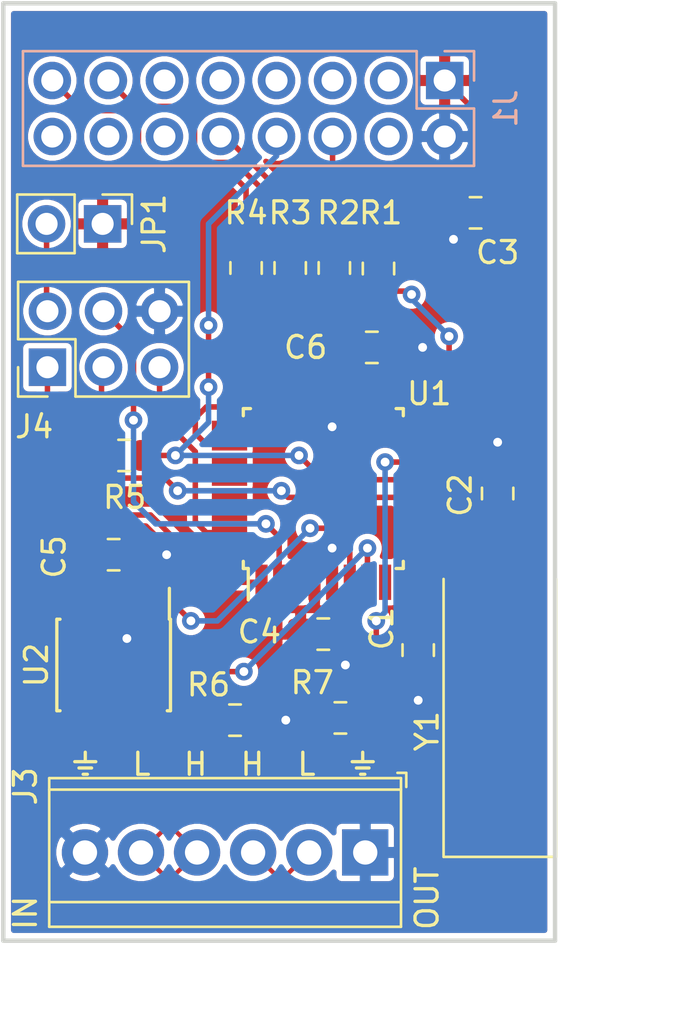
<source format=kicad_pcb>
(kicad_pcb (version 20171130) (host pcbnew 5.1.6+dfsg1-1)

  (general
    (thickness 1.6)
    (drawings 9)
    (tracks 195)
    (zones 0)
    (modules 20)
    (nets 25)
  )

  (page A4)
  (title_block
    (title "Matemat Power Board CAN Interface")
    (date 2020-07-19)
    (rev 3)
    (company "CCC Basel")
  )

  (layers
    (0 F.Cu signal)
    (31 B.Cu signal)
    (32 B.Adhes user)
    (33 F.Adhes user)
    (34 B.Paste user)
    (35 F.Paste user)
    (36 B.SilkS user)
    (37 F.SilkS user)
    (38 B.Mask user)
    (39 F.Mask user)
    (40 Dwgs.User user)
    (41 Cmts.User user)
    (42 Eco1.User user)
    (43 Eco2.User user)
    (44 Edge.Cuts user)
    (45 Margin user)
    (46 B.CrtYd user)
    (47 F.CrtYd user)
    (48 B.Fab user hide)
    (49 F.Fab user hide)
  )

  (setup
    (last_trace_width 0.25)
    (trace_clearance 0.2)
    (zone_clearance 0.508)
    (zone_45_only no)
    (trace_min 0.2)
    (via_size 0.8)
    (via_drill 0.4)
    (via_min_size 0.4)
    (via_min_drill 0.3)
    (uvia_size 0.3)
    (uvia_drill 0.1)
    (uvias_allowed no)
    (uvia_min_size 0.2)
    (uvia_min_drill 0.1)
    (edge_width 0.15)
    (segment_width 0.2)
    (pcb_text_width 0.3)
    (pcb_text_size 1.5 1.5)
    (mod_edge_width 0.15)
    (mod_text_size 1 1)
    (mod_text_width 0.15)
    (pad_size 1.524 1.524)
    (pad_drill 0.762)
    (pad_to_mask_clearance 0.051)
    (solder_mask_min_width 0.25)
    (aux_axis_origin 0 0)
    (visible_elements FFFFFF7F)
    (pcbplotparams
      (layerselection 0x010fc_ffffffff)
      (usegerberextensions false)
      (usegerberattributes false)
      (usegerberadvancedattributes false)
      (creategerberjobfile false)
      (excludeedgelayer true)
      (linewidth 0.100000)
      (plotframeref false)
      (viasonmask false)
      (mode 1)
      (useauxorigin false)
      (hpglpennumber 1)
      (hpglpenspeed 20)
      (hpglpendiameter 15.000000)
      (psnegative false)
      (psa4output false)
      (plotreference true)
      (plotvalue true)
      (plotinvisibletext false)
      (padsonsilk false)
      (subtractmaskfromsilk true)
      (outputformat 1)
      (mirror false)
      (drillshape 0)
      (scaleselection 1)
      (outputdirectory "plot"))
  )

  (net 0 "")
  (net 1 GND)
  (net 2 "Net-(C1-Pad2)")
  (net 3 "Net-(C2-Pad2)")
  (net 4 +5V)
  (net 5 /CLK)
  (net 6 /ZCROSS)
  (net 7 /STROBE)
  (net 8 /DIN)
  (net 9 /DOUT)
  (net 10 /CAN_P)
  (net 11 /CAN_N)
  (net 12 /MISOISP)
  (net 13 "Net-(J4-Pad2)")
  (net 14 /SCKISP)
  (net 15 /MOSIISP)
  (net 16 /~RESET)
  (net 17 "Net-(R1-Pad1)")
  (net 18 "Net-(R2-Pad1)")
  (net 19 "Net-(R3-Pad1)")
  (net 20 "Net-(R4-Pad1)")
  (net 21 "Net-(R6-Pad2)")
  (net 22 /TXCAN)
  (net 23 /RXCAN)
  (net 24 /HISPEED)

  (net_class Default "This is the default net class."
    (clearance 0.2)
    (trace_width 0.25)
    (via_dia 0.8)
    (via_drill 0.4)
    (uvia_dia 0.3)
    (uvia_drill 0.1)
    (add_net +5V)
    (add_net /CLK)
    (add_net /DIN)
    (add_net /DOUT)
    (add_net /HISPEED)
    (add_net /MISOISP)
    (add_net /MOSIISP)
    (add_net /RXCAN)
    (add_net /SCKISP)
    (add_net /STROBE)
    (add_net /TXCAN)
    (add_net /ZCROSS)
    (add_net /~RESET)
    (add_net GND)
    (add_net "Net-(C1-Pad2)")
    (add_net "Net-(C2-Pad2)")
    (add_net "Net-(J4-Pad2)")
    (add_net "Net-(R1-Pad1)")
    (add_net "Net-(R2-Pad1)")
    (add_net "Net-(R3-Pad1)")
    (add_net "Net-(R4-Pad1)")
    (add_net "Net-(R6-Pad2)")
  )

  (net_class CAN ""
    (clearance 0.15)
    (trace_width 0.2)
    (via_dia 0.8)
    (via_drill 0.4)
    (uvia_dia 0.3)
    (uvia_drill 0.1)
    (diff_pair_width 0.2)
    (diff_pair_gap 0.15)
    (add_net /CAN_N)
    (add_net /CAN_P)
  )

  (module TerminalBlock_TE-Connectivity:TerminalBlock_TE_282834-6_1x06_P2.54mm_Horizontal (layer F.Cu) (tedit 5B1EC513) (tstamp 5F021EF8)
    (at 186.4 115 180)
    (descr "Terminal Block TE 282834-6, 6 pins, pitch 2.54mm, size 15.7x6.5mm^2, drill diamater 1.1mm, pad diameter 2.1mm, see http://www.te.com/commerce/DocumentDelivery/DDEController?Action=showdoc&DocId=Customer+Drawing%7F282834%7FC1%7Fpdf%7FEnglish%7FENG_CD_282834_C1.pdf, script-generated using https://github.com/pointhi/kicad-footprint-generator/scripts/TerminalBlock_TE-Connectivity")
    (tags "THT Terminal Block TE 282834-6 pitch 2.54mm size 15.7x6.5mm^2 drill 1.1mm pad 2.1mm")
    (path /5F01B6DF)
    (fp_text reference J3 (at 15.4 3 90) (layer F.SilkS)
      (effects (font (size 1 1) (thickness 0.15)))
    )
    (fp_text value CAN_SHIELD (at 6.35 4.37) (layer F.Fab)
      (effects (font (size 1 1) (thickness 0.15)))
    )
    (fp_circle (center 0 0) (end 1.1 0) (layer F.Fab) (width 0.1))
    (fp_circle (center 2.54 0) (end 3.64 0) (layer F.Fab) (width 0.1))
    (fp_circle (center 5.08 0) (end 6.18 0) (layer F.Fab) (width 0.1))
    (fp_circle (center 7.62 0) (end 8.72 0) (layer F.Fab) (width 0.1))
    (fp_circle (center 10.16 0) (end 11.26 0) (layer F.Fab) (width 0.1))
    (fp_circle (center 12.7 0) (end 13.8 0) (layer F.Fab) (width 0.1))
    (fp_line (start -1.5 -3.25) (end 14.2 -3.25) (layer F.Fab) (width 0.1))
    (fp_line (start 14.2 -3.25) (end 14.2 3.25) (layer F.Fab) (width 0.1))
    (fp_line (start 14.2 3.25) (end -1.1 3.25) (layer F.Fab) (width 0.1))
    (fp_line (start -1.1 3.25) (end -1.5 2.85) (layer F.Fab) (width 0.1))
    (fp_line (start -1.5 2.85) (end -1.5 -3.25) (layer F.Fab) (width 0.1))
    (fp_line (start -1.5 2.85) (end 14.2 2.85) (layer F.Fab) (width 0.1))
    (fp_line (start -1.62 2.85) (end 14.32 2.85) (layer F.SilkS) (width 0.12))
    (fp_line (start -1.5 -2.25) (end 14.2 -2.25) (layer F.Fab) (width 0.1))
    (fp_line (start -1.62 -2.25) (end 14.32 -2.25) (layer F.SilkS) (width 0.12))
    (fp_line (start -1.62 -3.37) (end 14.32 -3.37) (layer F.SilkS) (width 0.12))
    (fp_line (start -1.62 3.37) (end 14.32 3.37) (layer F.SilkS) (width 0.12))
    (fp_line (start -1.62 -3.37) (end -1.62 3.37) (layer F.SilkS) (width 0.12))
    (fp_line (start 14.32 -3.37) (end 14.32 3.37) (layer F.SilkS) (width 0.12))
    (fp_line (start 0.835 -0.7) (end -0.701 0.835) (layer F.Fab) (width 0.1))
    (fp_line (start 0.701 -0.835) (end -0.835 0.7) (layer F.Fab) (width 0.1))
    (fp_line (start 3.375 -0.7) (end 1.84 0.835) (layer F.Fab) (width 0.1))
    (fp_line (start 3.241 -0.835) (end 1.706 0.7) (layer F.Fab) (width 0.1))
    (fp_line (start 5.915 -0.7) (end 4.38 0.835) (layer F.Fab) (width 0.1))
    (fp_line (start 5.781 -0.835) (end 4.246 0.7) (layer F.Fab) (width 0.1))
    (fp_line (start 8.455 -0.7) (end 6.92 0.835) (layer F.Fab) (width 0.1))
    (fp_line (start 8.321 -0.835) (end 6.786 0.7) (layer F.Fab) (width 0.1))
    (fp_line (start 10.995 -0.7) (end 9.46 0.835) (layer F.Fab) (width 0.1))
    (fp_line (start 10.861 -0.835) (end 9.326 0.7) (layer F.Fab) (width 0.1))
    (fp_line (start 13.535 -0.7) (end 12 0.835) (layer F.Fab) (width 0.1))
    (fp_line (start 13.401 -0.835) (end 11.866 0.7) (layer F.Fab) (width 0.1))
    (fp_line (start -1.86 2.97) (end -1.86 3.61) (layer F.SilkS) (width 0.12))
    (fp_line (start -1.86 3.61) (end -1.46 3.61) (layer F.SilkS) (width 0.12))
    (fp_line (start -2 -3.75) (end -2 3.75) (layer F.CrtYd) (width 0.05))
    (fp_line (start -2 3.75) (end 14.7 3.75) (layer F.CrtYd) (width 0.05))
    (fp_line (start 14.7 3.75) (end 14.7 -3.75) (layer F.CrtYd) (width 0.05))
    (fp_line (start 14.7 -3.75) (end -2 -3.75) (layer F.CrtYd) (width 0.05))
    (fp_text user %R (at 6.35 2) (layer F.Fab)
      (effects (font (size 1 1) (thickness 0.15)))
    )
    (pad 6 thru_hole circle (at 12.7 0 180) (size 2.1 2.1) (drill 1.1) (layers *.Cu *.Mask)
      (net 1 GND))
    (pad 5 thru_hole circle (at 10.16 0 180) (size 2.1 2.1) (drill 1.1) (layers *.Cu *.Mask)
      (net 11 /CAN_N))
    (pad 4 thru_hole circle (at 7.62 0 180) (size 2.1 2.1) (drill 1.1) (layers *.Cu *.Mask)
      (net 10 /CAN_P))
    (pad 3 thru_hole circle (at 5.08 0 180) (size 2.1 2.1) (drill 1.1) (layers *.Cu *.Mask)
      (net 10 /CAN_P))
    (pad 2 thru_hole circle (at 2.54 0 180) (size 2.1 2.1) (drill 1.1) (layers *.Cu *.Mask)
      (net 11 /CAN_N))
    (pad 1 thru_hole rect (at 0 0 180) (size 2.1 2.1) (drill 1.1) (layers *.Cu *.Mask)
      (net 1 GND))
    (model ${KISYS3DMOD}/TerminalBlock_TE-Connectivity.3dshapes/TerminalBlock_TE_282834-6_1x06_P2.54mm_Horizontal.wrl
      (at (xyz 0 0 0))
      (scale (xyz 1 1 1))
      (rotate (xyz 0 0 0))
    )
  )

  (module Capacitor_SMD:C_0805_2012Metric_Pad1.15x1.40mm_HandSolder (layer F.Cu) (tedit 5B36C52B) (tstamp 5CB16B4E)
    (at 188.8 105.825 90)
    (descr "Capacitor SMD 0805 (2012 Metric), square (rectangular) end terminal, IPC_7351 nominal with elongated pad for handsoldering. (Body size source: https://docs.google.com/spreadsheets/d/1BsfQQcO9C6DZCsRaXUlFlo91Tg2WpOkGARC1WS5S8t0/edit?usp=sharing), generated with kicad-footprint-generator")
    (tags "capacitor handsolder")
    (path /5CA53C22)
    (attr smd)
    (fp_text reference C1 (at 0.975 -1.65 90) (layer F.SilkS)
      (effects (font (size 1 1) (thickness 0.15)))
    )
    (fp_text value 22p (at 0 1.65 90) (layer F.Fab)
      (effects (font (size 1 1) (thickness 0.15)))
    )
    (fp_line (start 1.85 0.95) (end -1.85 0.95) (layer F.CrtYd) (width 0.05))
    (fp_line (start 1.85 -0.95) (end 1.85 0.95) (layer F.CrtYd) (width 0.05))
    (fp_line (start -1.85 -0.95) (end 1.85 -0.95) (layer F.CrtYd) (width 0.05))
    (fp_line (start -1.85 0.95) (end -1.85 -0.95) (layer F.CrtYd) (width 0.05))
    (fp_line (start -0.261252 0.71) (end 0.261252 0.71) (layer F.SilkS) (width 0.12))
    (fp_line (start -0.261252 -0.71) (end 0.261252 -0.71) (layer F.SilkS) (width 0.12))
    (fp_line (start 1 0.6) (end -1 0.6) (layer F.Fab) (width 0.1))
    (fp_line (start 1 -0.6) (end 1 0.6) (layer F.Fab) (width 0.1))
    (fp_line (start -1 -0.6) (end 1 -0.6) (layer F.Fab) (width 0.1))
    (fp_line (start -1 0.6) (end -1 -0.6) (layer F.Fab) (width 0.1))
    (fp_text user %R (at 0 0 90) (layer F.Fab)
      (effects (font (size 0.5 0.5) (thickness 0.08)))
    )
    (pad 1 smd roundrect (at -1.025 0 90) (size 1.15 1.4) (layers F.Cu F.Paste F.Mask) (roundrect_rratio 0.217391)
      (net 1 GND))
    (pad 2 smd roundrect (at 1.025 0 90) (size 1.15 1.4) (layers F.Cu F.Paste F.Mask) (roundrect_rratio 0.217391)
      (net 2 "Net-(C1-Pad2)"))
    (model ${KISYS3DMOD}/Capacitor_SMD.3dshapes/C_0805_2012Metric.wrl
      (at (xyz 0 0 0))
      (scale (xyz 1 1 1))
      (rotate (xyz 0 0 0))
    )
  )

  (module Capacitor_SMD:C_0805_2012Metric_Pad1.15x1.40mm_HandSolder (layer F.Cu) (tedit 5B36C52B) (tstamp 5CB16B5F)
    (at 192.4 98.725 270)
    (descr "Capacitor SMD 0805 (2012 Metric), square (rectangular) end terminal, IPC_7351 nominal with elongated pad for handsoldering. (Body size source: https://docs.google.com/spreadsheets/d/1BsfQQcO9C6DZCsRaXUlFlo91Tg2WpOkGARC1WS5S8t0/edit?usp=sharing), generated with kicad-footprint-generator")
    (tags "capacitor handsolder")
    (path /5CA53C80)
    (attr smd)
    (fp_text reference C2 (at 0.075 1.7 270) (layer F.SilkS)
      (effects (font (size 1 1) (thickness 0.15)))
    )
    (fp_text value 22p (at 0 1.65 270) (layer F.Fab)
      (effects (font (size 1 1) (thickness 0.15)))
    )
    (fp_line (start -1 0.6) (end -1 -0.6) (layer F.Fab) (width 0.1))
    (fp_line (start -1 -0.6) (end 1 -0.6) (layer F.Fab) (width 0.1))
    (fp_line (start 1 -0.6) (end 1 0.6) (layer F.Fab) (width 0.1))
    (fp_line (start 1 0.6) (end -1 0.6) (layer F.Fab) (width 0.1))
    (fp_line (start -0.261252 -0.71) (end 0.261252 -0.71) (layer F.SilkS) (width 0.12))
    (fp_line (start -0.261252 0.71) (end 0.261252 0.71) (layer F.SilkS) (width 0.12))
    (fp_line (start -1.85 0.95) (end -1.85 -0.95) (layer F.CrtYd) (width 0.05))
    (fp_line (start -1.85 -0.95) (end 1.85 -0.95) (layer F.CrtYd) (width 0.05))
    (fp_line (start 1.85 -0.95) (end 1.85 0.95) (layer F.CrtYd) (width 0.05))
    (fp_line (start 1.85 0.95) (end -1.85 0.95) (layer F.CrtYd) (width 0.05))
    (fp_text user %R (at 0 0 270) (layer F.Fab)
      (effects (font (size 0.5 0.5) (thickness 0.08)))
    )
    (pad 2 smd roundrect (at 1.025 0 270) (size 1.15 1.4) (layers F.Cu F.Paste F.Mask) (roundrect_rratio 0.217391)
      (net 3 "Net-(C2-Pad2)"))
    (pad 1 smd roundrect (at -1.025 0 270) (size 1.15 1.4) (layers F.Cu F.Paste F.Mask) (roundrect_rratio 0.217391)
      (net 1 GND))
    (model ${KISYS3DMOD}/Capacitor_SMD.3dshapes/C_0805_2012Metric.wrl
      (at (xyz 0 0 0))
      (scale (xyz 1 1 1))
      (rotate (xyz 0 0 0))
    )
  )

  (module Capacitor_SMD:C_0805_2012Metric_Pad1.15x1.40mm_HandSolder (layer F.Cu) (tedit 5B36C52B) (tstamp 5CB16BF3)
    (at 184.5 105.1)
    (descr "Capacitor SMD 0805 (2012 Metric), square (rectangular) end terminal, IPC_7351 nominal with elongated pad for handsoldering. (Body size source: https://docs.google.com/spreadsheets/d/1BsfQQcO9C6DZCsRaXUlFlo91Tg2WpOkGARC1WS5S8t0/edit?usp=sharing), generated with kicad-footprint-generator")
    (tags "capacitor handsolder")
    (path /5CA54379)
    (attr smd)
    (fp_text reference C4 (at -2.9 -0.1) (layer F.SilkS)
      (effects (font (size 1 1) (thickness 0.15)))
    )
    (fp_text value 100n (at 0 1.65) (layer F.Fab)
      (effects (font (size 1 1) (thickness 0.15)))
    )
    (fp_line (start 1.85 0.95) (end -1.85 0.95) (layer F.CrtYd) (width 0.05))
    (fp_line (start 1.85 -0.95) (end 1.85 0.95) (layer F.CrtYd) (width 0.05))
    (fp_line (start -1.85 -0.95) (end 1.85 -0.95) (layer F.CrtYd) (width 0.05))
    (fp_line (start -1.85 0.95) (end -1.85 -0.95) (layer F.CrtYd) (width 0.05))
    (fp_line (start -0.261252 0.71) (end 0.261252 0.71) (layer F.SilkS) (width 0.12))
    (fp_line (start -0.261252 -0.71) (end 0.261252 -0.71) (layer F.SilkS) (width 0.12))
    (fp_line (start 1 0.6) (end -1 0.6) (layer F.Fab) (width 0.1))
    (fp_line (start 1 -0.6) (end 1 0.6) (layer F.Fab) (width 0.1))
    (fp_line (start -1 -0.6) (end 1 -0.6) (layer F.Fab) (width 0.1))
    (fp_line (start -1 0.6) (end -1 -0.6) (layer F.Fab) (width 0.1))
    (fp_text user %R (at 0 0) (layer F.Fab)
      (effects (font (size 0.5 0.5) (thickness 0.08)))
    )
    (pad 1 smd roundrect (at -1.025 0) (size 1.15 1.4) (layers F.Cu F.Paste F.Mask) (roundrect_rratio 0.217391)
      (net 4 +5V))
    (pad 2 smd roundrect (at 1.025 0) (size 1.15 1.4) (layers F.Cu F.Paste F.Mask) (roundrect_rratio 0.217391)
      (net 1 GND))
    (model ${KISYS3DMOD}/Capacitor_SMD.3dshapes/C_0805_2012Metric.wrl
      (at (xyz 0 0 0))
      (scale (xyz 1 1 1))
      (rotate (xyz 0 0 0))
    )
  )

  (module Capacitor_SMD:C_0805_2012Metric_Pad1.15x1.40mm_HandSolder (layer F.Cu) (tedit 5B36C52B) (tstamp 5CB16C04)
    (at 175 101.5)
    (descr "Capacitor SMD 0805 (2012 Metric), square (rectangular) end terminal, IPC_7351 nominal with elongated pad for handsoldering. (Body size source: https://docs.google.com/spreadsheets/d/1BsfQQcO9C6DZCsRaXUlFlo91Tg2WpOkGARC1WS5S8t0/edit?usp=sharing), generated with kicad-footprint-generator")
    (tags "capacitor handsolder")
    (path /5CA53911)
    (attr smd)
    (fp_text reference C5 (at -2.7 0.1 90) (layer F.SilkS)
      (effects (font (size 1 1) (thickness 0.15)))
    )
    (fp_text value 100n (at 0 1.65) (layer F.Fab)
      (effects (font (size 1 1) (thickness 0.15)))
    )
    (fp_line (start -1 0.6) (end -1 -0.6) (layer F.Fab) (width 0.1))
    (fp_line (start -1 -0.6) (end 1 -0.6) (layer F.Fab) (width 0.1))
    (fp_line (start 1 -0.6) (end 1 0.6) (layer F.Fab) (width 0.1))
    (fp_line (start 1 0.6) (end -1 0.6) (layer F.Fab) (width 0.1))
    (fp_line (start -0.261252 -0.71) (end 0.261252 -0.71) (layer F.SilkS) (width 0.12))
    (fp_line (start -0.261252 0.71) (end 0.261252 0.71) (layer F.SilkS) (width 0.12))
    (fp_line (start -1.85 0.95) (end -1.85 -0.95) (layer F.CrtYd) (width 0.05))
    (fp_line (start -1.85 -0.95) (end 1.85 -0.95) (layer F.CrtYd) (width 0.05))
    (fp_line (start 1.85 -0.95) (end 1.85 0.95) (layer F.CrtYd) (width 0.05))
    (fp_line (start 1.85 0.95) (end -1.85 0.95) (layer F.CrtYd) (width 0.05))
    (fp_text user %R (at 0 0) (layer F.Fab)
      (effects (font (size 0.5 0.5) (thickness 0.08)))
    )
    (pad 2 smd roundrect (at 1.025 0) (size 1.15 1.4) (layers F.Cu F.Paste F.Mask) (roundrect_rratio 0.217391)
      (net 1 GND))
    (pad 1 smd roundrect (at -1.025 0) (size 1.15 1.4) (layers F.Cu F.Paste F.Mask) (roundrect_rratio 0.217391)
      (net 4 +5V))
    (model ${KISYS3DMOD}/Capacitor_SMD.3dshapes/C_0805_2012Metric.wrl
      (at (xyz 0 0 0))
      (scale (xyz 1 1 1))
      (rotate (xyz 0 0 0))
    )
  )

  (module Connector_PinHeader_2.54mm:PinHeader_2x03_P2.54mm_Vertical (layer F.Cu) (tedit 59FED5CC) (tstamp 5CB16C86)
    (at 172 93 90)
    (descr "Through hole straight pin header, 2x03, 2.54mm pitch, double rows")
    (tags "Through hole pin header THT 2x03 2.54mm double row")
    (path /5CA54E1F)
    (fp_text reference J4 (at -2.7 -0.6 180) (layer F.SilkS)
      (effects (font (size 1 1) (thickness 0.15)))
    )
    (fp_text value AVR-ISP-6 (at 1.27 7.41 90) (layer F.Fab)
      (effects (font (size 1 1) (thickness 0.15)))
    )
    (fp_line (start 4.35 -1.8) (end -1.8 -1.8) (layer F.CrtYd) (width 0.05))
    (fp_line (start 4.35 6.85) (end 4.35 -1.8) (layer F.CrtYd) (width 0.05))
    (fp_line (start -1.8 6.85) (end 4.35 6.85) (layer F.CrtYd) (width 0.05))
    (fp_line (start -1.8 -1.8) (end -1.8 6.85) (layer F.CrtYd) (width 0.05))
    (fp_line (start -1.33 -1.33) (end 0 -1.33) (layer F.SilkS) (width 0.12))
    (fp_line (start -1.33 0) (end -1.33 -1.33) (layer F.SilkS) (width 0.12))
    (fp_line (start 1.27 -1.33) (end 3.87 -1.33) (layer F.SilkS) (width 0.12))
    (fp_line (start 1.27 1.27) (end 1.27 -1.33) (layer F.SilkS) (width 0.12))
    (fp_line (start -1.33 1.27) (end 1.27 1.27) (layer F.SilkS) (width 0.12))
    (fp_line (start 3.87 -1.33) (end 3.87 6.41) (layer F.SilkS) (width 0.12))
    (fp_line (start -1.33 1.27) (end -1.33 6.41) (layer F.SilkS) (width 0.12))
    (fp_line (start -1.33 6.41) (end 3.87 6.41) (layer F.SilkS) (width 0.12))
    (fp_line (start -1.27 0) (end 0 -1.27) (layer F.Fab) (width 0.1))
    (fp_line (start -1.27 6.35) (end -1.27 0) (layer F.Fab) (width 0.1))
    (fp_line (start 3.81 6.35) (end -1.27 6.35) (layer F.Fab) (width 0.1))
    (fp_line (start 3.81 -1.27) (end 3.81 6.35) (layer F.Fab) (width 0.1))
    (fp_line (start 0 -1.27) (end 3.81 -1.27) (layer F.Fab) (width 0.1))
    (fp_text user %R (at 1.27 2.54 180) (layer F.Fab)
      (effects (font (size 1 1) (thickness 0.15)))
    )
    (pad 1 thru_hole rect (at 0 0 90) (size 1.7 1.7) (drill 1) (layers *.Cu *.Mask)
      (net 12 /MISOISP))
    (pad 2 thru_hole oval (at 2.54 0 90) (size 1.7 1.7) (drill 1) (layers *.Cu *.Mask)
      (net 13 "Net-(J4-Pad2)"))
    (pad 3 thru_hole oval (at 0 2.54 90) (size 1.7 1.7) (drill 1) (layers *.Cu *.Mask)
      (net 14 /SCKISP))
    (pad 4 thru_hole oval (at 2.54 2.54 90) (size 1.7 1.7) (drill 1) (layers *.Cu *.Mask)
      (net 15 /MOSIISP))
    (pad 5 thru_hole oval (at 0 5.08 90) (size 1.7 1.7) (drill 1) (layers *.Cu *.Mask)
      (net 16 /~RESET))
    (pad 6 thru_hole oval (at 2.54 5.08 90) (size 1.7 1.7) (drill 1) (layers *.Cu *.Mask)
      (net 1 GND))
    (model ${KISYS3DMOD}/Connector_PinHeader_2.54mm.3dshapes/PinHeader_2x03_P2.54mm_Vertical.wrl
      (at (xyz 0 0 0))
      (scale (xyz 1 1 1))
      (rotate (xyz 0 0 0))
    )
  )

  (module Connector_PinHeader_2.54mm:PinHeader_1x02_P2.54mm_Vertical (layer F.Cu) (tedit 59FED5CC) (tstamp 5CB16C9C)
    (at 174.5 86.5 270)
    (descr "Through hole straight pin header, 1x02, 2.54mm pitch, single row")
    (tags "Through hole pin header THT 1x02 2.54mm single row")
    (path /5CA5515E)
    (fp_text reference JP1 (at 0 -2.33 270) (layer F.SilkS)
      (effects (font (size 1 1) (thickness 0.15)))
    )
    (fp_text value "ISP Power" (at 0 4.87 270) (layer F.Fab)
      (effects (font (size 1 1) (thickness 0.15)))
    )
    (fp_line (start 1.8 -1.8) (end -1.8 -1.8) (layer F.CrtYd) (width 0.05))
    (fp_line (start 1.8 4.35) (end 1.8 -1.8) (layer F.CrtYd) (width 0.05))
    (fp_line (start -1.8 4.35) (end 1.8 4.35) (layer F.CrtYd) (width 0.05))
    (fp_line (start -1.8 -1.8) (end -1.8 4.35) (layer F.CrtYd) (width 0.05))
    (fp_line (start -1.33 -1.33) (end 0 -1.33) (layer F.SilkS) (width 0.12))
    (fp_line (start -1.33 0) (end -1.33 -1.33) (layer F.SilkS) (width 0.12))
    (fp_line (start -1.33 1.27) (end 1.33 1.27) (layer F.SilkS) (width 0.12))
    (fp_line (start 1.33 1.27) (end 1.33 3.87) (layer F.SilkS) (width 0.12))
    (fp_line (start -1.33 1.27) (end -1.33 3.87) (layer F.SilkS) (width 0.12))
    (fp_line (start -1.33 3.87) (end 1.33 3.87) (layer F.SilkS) (width 0.12))
    (fp_line (start -1.27 -0.635) (end -0.635 -1.27) (layer F.Fab) (width 0.1))
    (fp_line (start -1.27 3.81) (end -1.27 -0.635) (layer F.Fab) (width 0.1))
    (fp_line (start 1.27 3.81) (end -1.27 3.81) (layer F.Fab) (width 0.1))
    (fp_line (start 1.27 -1.27) (end 1.27 3.81) (layer F.Fab) (width 0.1))
    (fp_line (start -0.635 -1.27) (end 1.27 -1.27) (layer F.Fab) (width 0.1))
    (fp_text user %R (at 0 1.27) (layer F.Fab)
      (effects (font (size 1 1) (thickness 0.15)))
    )
    (pad 1 thru_hole rect (at 0 0 270) (size 1.7 1.7) (drill 1) (layers *.Cu *.Mask)
      (net 4 +5V))
    (pad 2 thru_hole oval (at 0 2.54 270) (size 1.7 1.7) (drill 1) (layers *.Cu *.Mask)
      (net 13 "Net-(J4-Pad2)"))
    (model ${KISYS3DMOD}/Connector_PinHeader_2.54mm.3dshapes/PinHeader_1x02_P2.54mm_Vertical.wrl
      (at (xyz 0 0 0))
      (scale (xyz 1 1 1))
      (rotate (xyz 0 0 0))
    )
  )

  (module Resistor_SMD:R_0805_2012Metric_Pad1.15x1.40mm_HandSolder (layer F.Cu) (tedit 5B36C52B) (tstamp 5CB16CAD)
    (at 187 88.525 90)
    (descr "Resistor SMD 0805 (2012 Metric), square (rectangular) end terminal, IPC_7351 nominal with elongated pad for handsoldering. (Body size source: https://docs.google.com/spreadsheets/d/1BsfQQcO9C6DZCsRaXUlFlo91Tg2WpOkGARC1WS5S8t0/edit?usp=sharing), generated with kicad-footprint-generator")
    (tags "resistor handsolder")
    (path /5CA57048)
    (attr smd)
    (fp_text reference R1 (at 2.525 0.1 180) (layer F.SilkS)
      (effects (font (size 1 1) (thickness 0.15)))
    )
    (fp_text value 1k (at 0 1.65 90) (layer F.Fab)
      (effects (font (size 1 1) (thickness 0.15)))
    )
    (fp_line (start 1.85 0.95) (end -1.85 0.95) (layer F.CrtYd) (width 0.05))
    (fp_line (start 1.85 -0.95) (end 1.85 0.95) (layer F.CrtYd) (width 0.05))
    (fp_line (start -1.85 -0.95) (end 1.85 -0.95) (layer F.CrtYd) (width 0.05))
    (fp_line (start -1.85 0.95) (end -1.85 -0.95) (layer F.CrtYd) (width 0.05))
    (fp_line (start -0.261252 0.71) (end 0.261252 0.71) (layer F.SilkS) (width 0.12))
    (fp_line (start -0.261252 -0.71) (end 0.261252 -0.71) (layer F.SilkS) (width 0.12))
    (fp_line (start 1 0.6) (end -1 0.6) (layer F.Fab) (width 0.1))
    (fp_line (start 1 -0.6) (end 1 0.6) (layer F.Fab) (width 0.1))
    (fp_line (start -1 -0.6) (end 1 -0.6) (layer F.Fab) (width 0.1))
    (fp_line (start -1 0.6) (end -1 -0.6) (layer F.Fab) (width 0.1))
    (fp_text user %R (at 0 0 90) (layer F.Fab)
      (effects (font (size 0.5 0.5) (thickness 0.08)))
    )
    (pad 1 smd roundrect (at -1.025 0 90) (size 1.15 1.4) (layers F.Cu F.Paste F.Mask) (roundrect_rratio 0.217391)
      (net 17 "Net-(R1-Pad1)"))
    (pad 2 smd roundrect (at 1.025 0 90) (size 1.15 1.4) (layers F.Cu F.Paste F.Mask) (roundrect_rratio 0.217391)
      (net 5 /CLK))
    (model ${KISYS3DMOD}/Resistor_SMD.3dshapes/R_0805_2012Metric.wrl
      (at (xyz 0 0 0))
      (scale (xyz 1 1 1))
      (rotate (xyz 0 0 0))
    )
  )

  (module Resistor_SMD:R_0805_2012Metric_Pad1.15x1.40mm_HandSolder (layer F.Cu) (tedit 5B36C52B) (tstamp 5CB16CBE)
    (at 185 88.5 90)
    (descr "Resistor SMD 0805 (2012 Metric), square (rectangular) end terminal, IPC_7351 nominal with elongated pad for handsoldering. (Body size source: https://docs.google.com/spreadsheets/d/1BsfQQcO9C6DZCsRaXUlFlo91Tg2WpOkGARC1WS5S8t0/edit?usp=sharing), generated with kicad-footprint-generator")
    (tags "resistor handsolder")
    (path /5CA5711A)
    (attr smd)
    (fp_text reference R2 (at 2.5 0.2 180) (layer F.SilkS)
      (effects (font (size 1 1) (thickness 0.15)))
    )
    (fp_text value 1k (at 0 1.65 90) (layer F.Fab)
      (effects (font (size 1 1) (thickness 0.15)))
    )
    (fp_line (start -1 0.6) (end -1 -0.6) (layer F.Fab) (width 0.1))
    (fp_line (start -1 -0.6) (end 1 -0.6) (layer F.Fab) (width 0.1))
    (fp_line (start 1 -0.6) (end 1 0.6) (layer F.Fab) (width 0.1))
    (fp_line (start 1 0.6) (end -1 0.6) (layer F.Fab) (width 0.1))
    (fp_line (start -0.261252 -0.71) (end 0.261252 -0.71) (layer F.SilkS) (width 0.12))
    (fp_line (start -0.261252 0.71) (end 0.261252 0.71) (layer F.SilkS) (width 0.12))
    (fp_line (start -1.85 0.95) (end -1.85 -0.95) (layer F.CrtYd) (width 0.05))
    (fp_line (start -1.85 -0.95) (end 1.85 -0.95) (layer F.CrtYd) (width 0.05))
    (fp_line (start 1.85 -0.95) (end 1.85 0.95) (layer F.CrtYd) (width 0.05))
    (fp_line (start 1.85 0.95) (end -1.85 0.95) (layer F.CrtYd) (width 0.05))
    (fp_text user %R (at 0 0 90) (layer F.Fab)
      (effects (font (size 0.5 0.5) (thickness 0.08)))
    )
    (pad 2 smd roundrect (at 1.025 0 90) (size 1.15 1.4) (layers F.Cu F.Paste F.Mask) (roundrect_rratio 0.217391)
      (net 7 /STROBE))
    (pad 1 smd roundrect (at -1.025 0 90) (size 1.15 1.4) (layers F.Cu F.Paste F.Mask) (roundrect_rratio 0.217391)
      (net 18 "Net-(R2-Pad1)"))
    (model ${KISYS3DMOD}/Resistor_SMD.3dshapes/R_0805_2012Metric.wrl
      (at (xyz 0 0 0))
      (scale (xyz 1 1 1))
      (rotate (xyz 0 0 0))
    )
  )

  (module Resistor_SMD:R_0805_2012Metric_Pad1.15x1.40mm_HandSolder (layer F.Cu) (tedit 5B36C52B) (tstamp 5CB16CCF)
    (at 183 88.5 90)
    (descr "Resistor SMD 0805 (2012 Metric), square (rectangular) end terminal, IPC_7351 nominal with elongated pad for handsoldering. (Body size source: https://docs.google.com/spreadsheets/d/1BsfQQcO9C6DZCsRaXUlFlo91Tg2WpOkGARC1WS5S8t0/edit?usp=sharing), generated with kicad-footprint-generator")
    (tags "resistor handsolder")
    (path /5CA5714C)
    (attr smd)
    (fp_text reference R3 (at 2.5 0 180) (layer F.SilkS)
      (effects (font (size 1 1) (thickness 0.15)))
    )
    (fp_text value 1k (at 0 1.65 90) (layer F.Fab)
      (effects (font (size 1 1) (thickness 0.15)))
    )
    (fp_line (start 1.85 0.95) (end -1.85 0.95) (layer F.CrtYd) (width 0.05))
    (fp_line (start 1.85 -0.95) (end 1.85 0.95) (layer F.CrtYd) (width 0.05))
    (fp_line (start -1.85 -0.95) (end 1.85 -0.95) (layer F.CrtYd) (width 0.05))
    (fp_line (start -1.85 0.95) (end -1.85 -0.95) (layer F.CrtYd) (width 0.05))
    (fp_line (start -0.261252 0.71) (end 0.261252 0.71) (layer F.SilkS) (width 0.12))
    (fp_line (start -0.261252 -0.71) (end 0.261252 -0.71) (layer F.SilkS) (width 0.12))
    (fp_line (start 1 0.6) (end -1 0.6) (layer F.Fab) (width 0.1))
    (fp_line (start 1 -0.6) (end 1 0.6) (layer F.Fab) (width 0.1))
    (fp_line (start -1 -0.6) (end 1 -0.6) (layer F.Fab) (width 0.1))
    (fp_line (start -1 0.6) (end -1 -0.6) (layer F.Fab) (width 0.1))
    (fp_text user %R (at 0 0 90) (layer F.Fab)
      (effects (font (size 0.5 0.5) (thickness 0.08)))
    )
    (pad 1 smd roundrect (at -1.025 0 90) (size 1.15 1.4) (layers F.Cu F.Paste F.Mask) (roundrect_rratio 0.217391)
      (net 19 "Net-(R3-Pad1)"))
    (pad 2 smd roundrect (at 1.025 0 90) (size 1.15 1.4) (layers F.Cu F.Paste F.Mask) (roundrect_rratio 0.217391)
      (net 8 /DIN))
    (model ${KISYS3DMOD}/Resistor_SMD.3dshapes/R_0805_2012Metric.wrl
      (at (xyz 0 0 0))
      (scale (xyz 1 1 1))
      (rotate (xyz 0 0 0))
    )
  )

  (module Resistor_SMD:R_0805_2012Metric_Pad1.15x1.40mm_HandSolder (layer F.Cu) (tedit 5B36C52B) (tstamp 5CB16CE0)
    (at 181 88.5 90)
    (descr "Resistor SMD 0805 (2012 Metric), square (rectangular) end terminal, IPC_7351 nominal with elongated pad for handsoldering. (Body size source: https://docs.google.com/spreadsheets/d/1BsfQQcO9C6DZCsRaXUlFlo91Tg2WpOkGARC1WS5S8t0/edit?usp=sharing), generated with kicad-footprint-generator")
    (tags "resistor handsolder")
    (path /5CA57180)
    (attr smd)
    (fp_text reference R4 (at 2.5 0 180) (layer F.SilkS)
      (effects (font (size 1 1) (thickness 0.15)))
    )
    (fp_text value 1k (at 0 1.65 90) (layer F.Fab)
      (effects (font (size 1 1) (thickness 0.15)))
    )
    (fp_line (start -1 0.6) (end -1 -0.6) (layer F.Fab) (width 0.1))
    (fp_line (start -1 -0.6) (end 1 -0.6) (layer F.Fab) (width 0.1))
    (fp_line (start 1 -0.6) (end 1 0.6) (layer F.Fab) (width 0.1))
    (fp_line (start 1 0.6) (end -1 0.6) (layer F.Fab) (width 0.1))
    (fp_line (start -0.261252 -0.71) (end 0.261252 -0.71) (layer F.SilkS) (width 0.12))
    (fp_line (start -0.261252 0.71) (end 0.261252 0.71) (layer F.SilkS) (width 0.12))
    (fp_line (start -1.85 0.95) (end -1.85 -0.95) (layer F.CrtYd) (width 0.05))
    (fp_line (start -1.85 -0.95) (end 1.85 -0.95) (layer F.CrtYd) (width 0.05))
    (fp_line (start 1.85 -0.95) (end 1.85 0.95) (layer F.CrtYd) (width 0.05))
    (fp_line (start 1.85 0.95) (end -1.85 0.95) (layer F.CrtYd) (width 0.05))
    (fp_text user %R (at 0 0 90) (layer F.Fab)
      (effects (font (size 0.5 0.5) (thickness 0.08)))
    )
    (pad 2 smd roundrect (at 1.025 0 90) (size 1.15 1.4) (layers F.Cu F.Paste F.Mask) (roundrect_rratio 0.217391)
      (net 9 /DOUT))
    (pad 1 smd roundrect (at -1.025 0 90) (size 1.15 1.4) (layers F.Cu F.Paste F.Mask) (roundrect_rratio 0.217391)
      (net 20 "Net-(R4-Pad1)"))
    (model ${KISYS3DMOD}/Resistor_SMD.3dshapes/R_0805_2012Metric.wrl
      (at (xyz 0 0 0))
      (scale (xyz 1 1 1))
      (rotate (xyz 0 0 0))
    )
  )

  (module Resistor_SMD:R_0805_2012Metric_Pad1.15x1.40mm_HandSolder (layer F.Cu) (tedit 5B36C52B) (tstamp 5CB16CF1)
    (at 175.475 97 180)
    (descr "Resistor SMD 0805 (2012 Metric), square (rectangular) end terminal, IPC_7351 nominal with elongated pad for handsoldering. (Body size source: https://docs.google.com/spreadsheets/d/1BsfQQcO9C6DZCsRaXUlFlo91Tg2WpOkGARC1WS5S8t0/edit?usp=sharing), generated with kicad-footprint-generator")
    (tags "resistor handsolder")
    (path /5CA56231)
    (attr smd)
    (fp_text reference R5 (at -0.025 -1.9) (layer F.SilkS)
      (effects (font (size 1 1) (thickness 0.15)))
    )
    (fp_text value 0 (at 0 1.65 180) (layer F.Fab)
      (effects (font (size 1 1) (thickness 0.15)))
    )
    (fp_line (start -1 0.6) (end -1 -0.6) (layer F.Fab) (width 0.1))
    (fp_line (start -1 -0.6) (end 1 -0.6) (layer F.Fab) (width 0.1))
    (fp_line (start 1 -0.6) (end 1 0.6) (layer F.Fab) (width 0.1))
    (fp_line (start 1 0.6) (end -1 0.6) (layer F.Fab) (width 0.1))
    (fp_line (start -0.261252 -0.71) (end 0.261252 -0.71) (layer F.SilkS) (width 0.12))
    (fp_line (start -0.261252 0.71) (end 0.261252 0.71) (layer F.SilkS) (width 0.12))
    (fp_line (start -1.85 0.95) (end -1.85 -0.95) (layer F.CrtYd) (width 0.05))
    (fp_line (start -1.85 -0.95) (end 1.85 -0.95) (layer F.CrtYd) (width 0.05))
    (fp_line (start 1.85 -0.95) (end 1.85 0.95) (layer F.CrtYd) (width 0.05))
    (fp_line (start 1.85 0.95) (end -1.85 0.95) (layer F.CrtYd) (width 0.05))
    (fp_text user %R (at 0 0 180) (layer F.Fab)
      (effects (font (size 0.5 0.5) (thickness 0.08)))
    )
    (pad 2 smd roundrect (at 1.025 0 180) (size 1.15 1.4) (layers F.Cu F.Paste F.Mask) (roundrect_rratio 0.217391)
      (net 14 /SCKISP))
    (pad 1 smd roundrect (at -1.025 0 180) (size 1.15 1.4) (layers F.Cu F.Paste F.Mask) (roundrect_rratio 0.217391)
      (net 6 /ZCROSS))
    (model ${KISYS3DMOD}/Resistor_SMD.3dshapes/R_0805_2012Metric.wrl
      (at (xyz 0 0 0))
      (scale (xyz 1 1 1))
      (rotate (xyz 0 0 0))
    )
  )

  (module Resistor_SMD:R_0805_2012Metric_Pad1.15x1.40mm_HandSolder (layer F.Cu) (tedit 5B36C52B) (tstamp 5CB16D02)
    (at 180.5 109 180)
    (descr "Resistor SMD 0805 (2012 Metric), square (rectangular) end terminal, IPC_7351 nominal with elongated pad for handsoldering. (Body size source: https://docs.google.com/spreadsheets/d/1BsfQQcO9C6DZCsRaXUlFlo91Tg2WpOkGARC1WS5S8t0/edit?usp=sharing), generated with kicad-footprint-generator")
    (tags "resistor handsolder")
    (path /5CA54128)
    (attr smd)
    (fp_text reference R6 (at 1.2 1.6 180) (layer F.SilkS)
      (effects (font (size 1 1) (thickness 0.15)))
    )
    (fp_text value 0 (at 0 1.65 180) (layer F.Fab)
      (effects (font (size 1 1) (thickness 0.15)))
    )
    (fp_line (start 1.85 0.95) (end -1.85 0.95) (layer F.CrtYd) (width 0.05))
    (fp_line (start 1.85 -0.95) (end 1.85 0.95) (layer F.CrtYd) (width 0.05))
    (fp_line (start -1.85 -0.95) (end 1.85 -0.95) (layer F.CrtYd) (width 0.05))
    (fp_line (start -1.85 0.95) (end -1.85 -0.95) (layer F.CrtYd) (width 0.05))
    (fp_line (start -0.261252 0.71) (end 0.261252 0.71) (layer F.SilkS) (width 0.12))
    (fp_line (start -0.261252 -0.71) (end 0.261252 -0.71) (layer F.SilkS) (width 0.12))
    (fp_line (start 1 0.6) (end -1 0.6) (layer F.Fab) (width 0.1))
    (fp_line (start 1 -0.6) (end 1 0.6) (layer F.Fab) (width 0.1))
    (fp_line (start -1 -0.6) (end 1 -0.6) (layer F.Fab) (width 0.1))
    (fp_line (start -1 0.6) (end -1 -0.6) (layer F.Fab) (width 0.1))
    (fp_text user %R (at 0 0 180) (layer F.Fab)
      (effects (font (size 0.5 0.5) (thickness 0.08)))
    )
    (pad 1 smd roundrect (at -1.025 0 180) (size 1.15 1.4) (layers F.Cu F.Paste F.Mask) (roundrect_rratio 0.217391)
      (net 1 GND))
    (pad 2 smd roundrect (at 1.025 0 180) (size 1.15 1.4) (layers F.Cu F.Paste F.Mask) (roundrect_rratio 0.217391)
      (net 21 "Net-(R6-Pad2)"))
    (model ${KISYS3DMOD}/Resistor_SMD.3dshapes/R_0805_2012Metric.wrl
      (at (xyz 0 0 0))
      (scale (xyz 1 1 1))
      (rotate (xyz 0 0 0))
    )
  )

  (module Package_QFP:TQFP-32_7x7mm_P0.8mm (layer F.Cu) (tedit 5A02F146) (tstamp 5F021FF9)
    (at 184.5 98.5 90)
    (descr "32-Lead Plastic Thin Quad Flatpack (PT) - 7x7x1.0 mm Body, 2.00 mm [TQFP] (see Microchip Packaging Specification 00000049BS.pdf)")
    (tags "QFP 0.8")
    (path /5CA53A0A)
    (attr smd)
    (fp_text reference U1 (at 4.3 4.8 180) (layer F.SilkS)
      (effects (font (size 1 1) (thickness 0.15)))
    )
    (fp_text value ATmega32M1-AU (at 0 6.05 90) (layer F.Fab)
      (effects (font (size 1 1) (thickness 0.15)))
    )
    (fp_line (start -3.625 -3.4) (end -5.05 -3.4) (layer F.SilkS) (width 0.15))
    (fp_line (start 3.625 -3.625) (end 3.3 -3.625) (layer F.SilkS) (width 0.15))
    (fp_line (start 3.625 3.625) (end 3.3 3.625) (layer F.SilkS) (width 0.15))
    (fp_line (start -3.625 3.625) (end -3.3 3.625) (layer F.SilkS) (width 0.15))
    (fp_line (start -3.625 -3.625) (end -3.3 -3.625) (layer F.SilkS) (width 0.15))
    (fp_line (start -3.625 3.625) (end -3.625 3.3) (layer F.SilkS) (width 0.15))
    (fp_line (start 3.625 3.625) (end 3.625 3.3) (layer F.SilkS) (width 0.15))
    (fp_line (start 3.625 -3.625) (end 3.625 -3.3) (layer F.SilkS) (width 0.15))
    (fp_line (start -3.625 -3.625) (end -3.625 -3.4) (layer F.SilkS) (width 0.15))
    (fp_line (start -5.3 5.3) (end 5.3 5.3) (layer F.CrtYd) (width 0.05))
    (fp_line (start -5.3 -5.3) (end 5.3 -5.3) (layer F.CrtYd) (width 0.05))
    (fp_line (start 5.3 -5.3) (end 5.3 5.3) (layer F.CrtYd) (width 0.05))
    (fp_line (start -5.3 -5.3) (end -5.3 5.3) (layer F.CrtYd) (width 0.05))
    (fp_line (start -3.5 -2.5) (end -2.5 -3.5) (layer F.Fab) (width 0.15))
    (fp_line (start -3.5 3.5) (end -3.5 -2.5) (layer F.Fab) (width 0.15))
    (fp_line (start 3.5 3.5) (end -3.5 3.5) (layer F.Fab) (width 0.15))
    (fp_line (start 3.5 -3.5) (end 3.5 3.5) (layer F.Fab) (width 0.15))
    (fp_line (start -2.5 -3.5) (end 3.5 -3.5) (layer F.Fab) (width 0.15))
    (fp_text user %R (at 0 0 90) (layer F.Fab)
      (effects (font (size 1 1) (thickness 0.15)))
    )
    (pad 1 smd rect (at -4.25 -2.8 90) (size 1.6 0.55) (layers F.Cu F.Paste F.Mask)
      (net 12 /MISOISP))
    (pad 2 smd rect (at -4.25 -2 90) (size 1.6 0.55) (layers F.Cu F.Paste F.Mask)
      (net 15 /MOSIISP))
    (pad 3 smd rect (at -4.25 -1.2 90) (size 1.6 0.55) (layers F.Cu F.Paste F.Mask))
    (pad 4 smd rect (at -4.25 -0.4 90) (size 1.6 0.55) (layers F.Cu F.Paste F.Mask)
      (net 4 +5V))
    (pad 5 smd rect (at -4.25 0.4 90) (size 1.6 0.55) (layers F.Cu F.Paste F.Mask)
      (net 1 GND))
    (pad 6 smd rect (at -4.25 1.2 90) (size 1.6 0.55) (layers F.Cu F.Paste F.Mask)
      (net 22 /TXCAN))
    (pad 7 smd rect (at -4.25 2 90) (size 1.6 0.55) (layers F.Cu F.Paste F.Mask)
      (net 23 /RXCAN))
    (pad 8 smd rect (at -4.25 2.8 90) (size 1.6 0.55) (layers F.Cu F.Paste F.Mask))
    (pad 9 smd rect (at -2.8 4.25 180) (size 1.6 0.55) (layers F.Cu F.Paste F.Mask))
    (pad 10 smd rect (at -2 4.25 180) (size 1.6 0.55) (layers F.Cu F.Paste F.Mask)
      (net 2 "Net-(C1-Pad2)"))
    (pad 11 smd rect (at -1.2 4.25 180) (size 1.6 0.55) (layers F.Cu F.Paste F.Mask)
      (net 3 "Net-(C2-Pad2)"))
    (pad 12 smd rect (at -0.4 4.25 180) (size 1.6 0.55) (layers F.Cu F.Paste F.Mask)
      (net 14 /SCKISP))
    (pad 13 smd rect (at 0.4 4.25 180) (size 1.6 0.55) (layers F.Cu F.Paste F.Mask)
      (net 6 /ZCROSS))
    (pad 14 smd rect (at 1.2 4.25 180) (size 1.6 0.55) (layers F.Cu F.Paste F.Mask)
      (net 24 /HISPEED))
    (pad 15 smd rect (at 2 4.25 180) (size 1.6 0.55) (layers F.Cu F.Paste F.Mask))
    (pad 16 smd rect (at 2.8 4.25 180) (size 1.6 0.55) (layers F.Cu F.Paste F.Mask)
      (net 17 "Net-(R1-Pad1)"))
    (pad 17 smd rect (at 4.25 2.8 90) (size 1.6 0.55) (layers F.Cu F.Paste F.Mask))
    (pad 18 smd rect (at 4.25 2 90) (size 1.6 0.55) (layers F.Cu F.Paste F.Mask))
    (pad 19 smd rect (at 4.25 1.2 90) (size 1.6 0.55) (layers F.Cu F.Paste F.Mask)
      (net 4 +5V))
    (pad 20 smd rect (at 4.25 0.4 90) (size 1.6 0.55) (layers F.Cu F.Paste F.Mask)
      (net 1 GND))
    (pad 21 smd rect (at 4.25 -0.4 90) (size 1.6 0.55) (layers F.Cu F.Paste F.Mask))
    (pad 22 smd rect (at 4.25 -1.2 90) (size 1.6 0.55) (layers F.Cu F.Paste F.Mask))
    (pad 23 smd rect (at 4.25 -2 90) (size 1.6 0.55) (layers F.Cu F.Paste F.Mask)
      (net 18 "Net-(R2-Pad1)"))
    (pad 24 smd rect (at 4.25 -2.8 90) (size 1.6 0.55) (layers F.Cu F.Paste F.Mask)
      (net 19 "Net-(R3-Pad1)"))
    (pad 25 smd rect (at 2.8 -4.25 180) (size 1.6 0.55) (layers F.Cu F.Paste F.Mask))
    (pad 26 smd rect (at 2 -4.25 180) (size 1.6 0.55) (layers F.Cu F.Paste F.Mask)
      (net 20 "Net-(R4-Pad1)"))
    (pad 27 smd rect (at 1.2 -4.25 180) (size 1.6 0.55) (layers F.Cu F.Paste F.Mask))
    (pad 28 smd rect (at 0.4 -4.25 180) (size 1.6 0.55) (layers F.Cu F.Paste F.Mask))
    (pad 29 smd rect (at -0.4 -4.25 180) (size 1.6 0.55) (layers F.Cu F.Paste F.Mask))
    (pad 30 smd rect (at -1.2 -4.25 180) (size 1.6 0.55) (layers F.Cu F.Paste F.Mask))
    (pad 31 smd rect (at -2 -4.25 180) (size 1.6 0.55) (layers F.Cu F.Paste F.Mask)
      (net 16 /~RESET))
    (pad 32 smd rect (at -2.8 -4.25 180) (size 1.6 0.55) (layers F.Cu F.Paste F.Mask))
    (model ${KISYS3DMOD}/Package_QFP.3dshapes/TQFP-32_7x7mm_P0.8mm.wrl
      (at (xyz 0 0 0))
      (scale (xyz 1 1 1))
      (rotate (xyz 0 0 0))
    )
  )

  (module Package_SO:SOIC-8_3.9x4.9mm_P1.27mm (layer F.Cu) (tedit 5A02F2D3) (tstamp 5CB16D56)
    (at 175 106.5 270)
    (descr "8-Lead Plastic Small Outline (SN) - Narrow, 3.90 mm Body [SOIC] (see Microchip Packaging Specification http://ww1.microchip.com/downloads/en/PackagingSpec/00000049BQ.pdf)")
    (tags "SOIC 1.27")
    (path /5CA53F43)
    (attr smd)
    (fp_text reference U2 (at 0 3.5 270) (layer F.SilkS)
      (effects (font (size 1 1) (thickness 0.15)))
    )
    (fp_text value MCP2551-I-SN (at 0 3.5 270) (layer F.Fab)
      (effects (font (size 1 1) (thickness 0.15)))
    )
    (fp_line (start -2.075 -2.525) (end -3.475 -2.525) (layer F.SilkS) (width 0.15))
    (fp_line (start -2.075 2.575) (end 2.075 2.575) (layer F.SilkS) (width 0.15))
    (fp_line (start -2.075 -2.575) (end 2.075 -2.575) (layer F.SilkS) (width 0.15))
    (fp_line (start -2.075 2.575) (end -2.075 2.43) (layer F.SilkS) (width 0.15))
    (fp_line (start 2.075 2.575) (end 2.075 2.43) (layer F.SilkS) (width 0.15))
    (fp_line (start 2.075 -2.575) (end 2.075 -2.43) (layer F.SilkS) (width 0.15))
    (fp_line (start -2.075 -2.575) (end -2.075 -2.525) (layer F.SilkS) (width 0.15))
    (fp_line (start -3.73 2.7) (end 3.73 2.7) (layer F.CrtYd) (width 0.05))
    (fp_line (start -3.73 -2.7) (end 3.73 -2.7) (layer F.CrtYd) (width 0.05))
    (fp_line (start 3.73 -2.7) (end 3.73 2.7) (layer F.CrtYd) (width 0.05))
    (fp_line (start -3.73 -2.7) (end -3.73 2.7) (layer F.CrtYd) (width 0.05))
    (fp_line (start -1.95 -1.45) (end -0.95 -2.45) (layer F.Fab) (width 0.1))
    (fp_line (start -1.95 2.45) (end -1.95 -1.45) (layer F.Fab) (width 0.1))
    (fp_line (start 1.95 2.45) (end -1.95 2.45) (layer F.Fab) (width 0.1))
    (fp_line (start 1.95 -2.45) (end 1.95 2.45) (layer F.Fab) (width 0.1))
    (fp_line (start -0.95 -2.45) (end 1.95 -2.45) (layer F.Fab) (width 0.1))
    (fp_text user %R (at 0 0 270) (layer F.Fab)
      (effects (font (size 1 1) (thickness 0.15)))
    )
    (pad 1 smd rect (at -2.7 -1.905 270) (size 1.55 0.6) (layers F.Cu F.Paste F.Mask)
      (net 22 /TXCAN))
    (pad 2 smd rect (at -2.7 -0.635 270) (size 1.55 0.6) (layers F.Cu F.Paste F.Mask)
      (net 1 GND))
    (pad 3 smd rect (at -2.7 0.635 270) (size 1.55 0.6) (layers F.Cu F.Paste F.Mask)
      (net 4 +5V))
    (pad 4 smd rect (at -2.7 1.905 270) (size 1.55 0.6) (layers F.Cu F.Paste F.Mask)
      (net 23 /RXCAN))
    (pad 5 smd rect (at 2.7 1.905 270) (size 1.55 0.6) (layers F.Cu F.Paste F.Mask))
    (pad 6 smd rect (at 2.7 0.635 270) (size 1.55 0.6) (layers F.Cu F.Paste F.Mask)
      (net 11 /CAN_N))
    (pad 7 smd rect (at 2.7 -0.635 270) (size 1.55 0.6) (layers F.Cu F.Paste F.Mask)
      (net 10 /CAN_P))
    (pad 8 smd rect (at 2.7 -1.905 270) (size 1.55 0.6) (layers F.Cu F.Paste F.Mask)
      (net 21 "Net-(R6-Pad2)"))
    (model ${KISYS3DMOD}/Package_SO.3dshapes/SOIC-8_3.9x4.9mm_P1.27mm.wrl
      (at (xyz 0 0 0))
      (scale (xyz 1 1 1))
      (rotate (xyz 0 0 0))
    )
  )

  (module Connector_PinSocket_2.54mm:PinSocket_2x08_P2.54mm_Vertical (layer B.Cu) (tedit 5A19A42B) (tstamp 5CB171CA)
    (at 190 80 90)
    (descr "Through hole straight socket strip, 2x08, 2.54mm pitch, double cols (from Kicad 4.0.7), script generated")
    (tags "Through hole socket strip THT 2x08 2.54mm double row")
    (path /5CA537CC)
    (fp_text reference J1 (at -1.27 2.77 90) (layer B.SilkS)
      (effects (font (size 1 1) (thickness 0.15)) (justify mirror))
    )
    (fp_text value "Power Board" (at -1.27 -20.55 90) (layer B.Fab)
      (effects (font (size 1 1) (thickness 0.15)) (justify mirror))
    )
    (fp_line (start -4.34 -19.55) (end -4.34 1.8) (layer B.CrtYd) (width 0.05))
    (fp_line (start 1.76 -19.55) (end -4.34 -19.55) (layer B.CrtYd) (width 0.05))
    (fp_line (start 1.76 1.8) (end 1.76 -19.55) (layer B.CrtYd) (width 0.05))
    (fp_line (start -4.34 1.8) (end 1.76 1.8) (layer B.CrtYd) (width 0.05))
    (fp_line (start 0 1.33) (end 1.33 1.33) (layer B.SilkS) (width 0.12))
    (fp_line (start 1.33 1.33) (end 1.33 0) (layer B.SilkS) (width 0.12))
    (fp_line (start -1.27 1.33) (end -1.27 -1.27) (layer B.SilkS) (width 0.12))
    (fp_line (start -1.27 -1.27) (end 1.33 -1.27) (layer B.SilkS) (width 0.12))
    (fp_line (start 1.33 -1.27) (end 1.33 -19.11) (layer B.SilkS) (width 0.12))
    (fp_line (start -3.87 -19.11) (end 1.33 -19.11) (layer B.SilkS) (width 0.12))
    (fp_line (start -3.87 1.33) (end -3.87 -19.11) (layer B.SilkS) (width 0.12))
    (fp_line (start -3.87 1.33) (end -1.27 1.33) (layer B.SilkS) (width 0.12))
    (fp_line (start -3.81 -19.05) (end -3.81 1.27) (layer B.Fab) (width 0.1))
    (fp_line (start 1.27 -19.05) (end -3.81 -19.05) (layer B.Fab) (width 0.1))
    (fp_line (start 1.27 0.27) (end 1.27 -19.05) (layer B.Fab) (width 0.1))
    (fp_line (start 0.27 1.27) (end 1.27 0.27) (layer B.Fab) (width 0.1))
    (fp_line (start -3.81 1.27) (end 0.27 1.27) (layer B.Fab) (width 0.1))
    (fp_text user %R (at -1.27 -8.89) (layer B.Fab)
      (effects (font (size 1 1) (thickness 0.15)) (justify mirror))
    )
    (pad 1 thru_hole rect (at 0 0 90) (size 1.7 1.7) (drill 1) (layers *.Cu *.Mask)
      (net 4 +5V))
    (pad 2 thru_hole oval (at -2.54 0 90) (size 1.7 1.7) (drill 1) (layers *.Cu *.Mask)
      (net 1 GND))
    (pad 3 thru_hole oval (at 0 -2.54 90) (size 1.7 1.7) (drill 1) (layers *.Cu *.Mask))
    (pad 4 thru_hole oval (at -2.54 -2.54 90) (size 1.7 1.7) (drill 1) (layers *.Cu *.Mask))
    (pad 5 thru_hole oval (at 0 -5.08 90) (size 1.7 1.7) (drill 1) (layers *.Cu *.Mask))
    (pad 6 thru_hole oval (at -2.54 -5.08 90) (size 1.7 1.7) (drill 1) (layers *.Cu *.Mask)
      (net 5 /CLK))
    (pad 7 thru_hole oval (at 0 -7.62 90) (size 1.7 1.7) (drill 1) (layers *.Cu *.Mask))
    (pad 8 thru_hole oval (at -2.54 -7.62 90) (size 1.7 1.7) (drill 1) (layers *.Cu *.Mask)
      (net 6 /ZCROSS))
    (pad 9 thru_hole oval (at 0 -10.16 90) (size 1.7 1.7) (drill 1) (layers *.Cu *.Mask))
    (pad 10 thru_hole oval (at -2.54 -10.16 90) (size 1.7 1.7) (drill 1) (layers *.Cu *.Mask)
      (net 7 /STROBE))
    (pad 11 thru_hole oval (at 0 -12.7 90) (size 1.7 1.7) (drill 1) (layers *.Cu *.Mask))
    (pad 12 thru_hole oval (at -2.54 -12.7 90) (size 1.7 1.7) (drill 1) (layers *.Cu *.Mask))
    (pad 13 thru_hole oval (at 0 -15.24 90) (size 1.7 1.7) (drill 1) (layers *.Cu *.Mask)
      (net 8 /DIN))
    (pad 14 thru_hole oval (at -2.54 -15.24 90) (size 1.7 1.7) (drill 1) (layers *.Cu *.Mask))
    (pad 15 thru_hole oval (at 0 -17.78 90) (size 1.7 1.7) (drill 1) (layers *.Cu *.Mask)
      (net 9 /DOUT))
    (pad 16 thru_hole oval (at -2.54 -17.78 90) (size 1.7 1.7) (drill 1) (layers *.Cu *.Mask))
    (model ${KISYS3DMOD}/Connector_PinSocket_2.54mm.3dshapes/PinSocket_2x08_P2.54mm_Vertical.wrl
      (at (xyz 0 0 0))
      (scale (xyz 1 1 1))
      (rotate (xyz 0 0 0))
    )
  )

  (module Capacitor_SMD:C_0805_2012Metric_Pad1.15x1.40mm_HandSolder (layer F.Cu) (tedit 5B36C52B) (tstamp 5CB1B228)
    (at 186.7 92.1)
    (descr "Capacitor SMD 0805 (2012 Metric), square (rectangular) end terminal, IPC_7351 nominal with elongated pad for handsoldering. (Body size source: https://docs.google.com/spreadsheets/d/1BsfQQcO9C6DZCsRaXUlFlo91Tg2WpOkGARC1WS5S8t0/edit?usp=sharing), generated with kicad-footprint-generator")
    (tags "capacitor handsolder")
    (path /5CA57E29)
    (attr smd)
    (fp_text reference C6 (at -3 0) (layer F.SilkS)
      (effects (font (size 1 1) (thickness 0.15)))
    )
    (fp_text value 100n (at 0 1.65) (layer F.Fab)
      (effects (font (size 1 1) (thickness 0.15)))
    )
    (fp_line (start 1.85 0.95) (end -1.85 0.95) (layer F.CrtYd) (width 0.05))
    (fp_line (start 1.85 -0.95) (end 1.85 0.95) (layer F.CrtYd) (width 0.05))
    (fp_line (start -1.85 -0.95) (end 1.85 -0.95) (layer F.CrtYd) (width 0.05))
    (fp_line (start -1.85 0.95) (end -1.85 -0.95) (layer F.CrtYd) (width 0.05))
    (fp_line (start -0.261252 0.71) (end 0.261252 0.71) (layer F.SilkS) (width 0.12))
    (fp_line (start -0.261252 -0.71) (end 0.261252 -0.71) (layer F.SilkS) (width 0.12))
    (fp_line (start 1 0.6) (end -1 0.6) (layer F.Fab) (width 0.1))
    (fp_line (start 1 -0.6) (end 1 0.6) (layer F.Fab) (width 0.1))
    (fp_line (start -1 -0.6) (end 1 -0.6) (layer F.Fab) (width 0.1))
    (fp_line (start -1 0.6) (end -1 -0.6) (layer F.Fab) (width 0.1))
    (fp_text user %R (at 0 0) (layer F.Fab)
      (effects (font (size 0.5 0.5) (thickness 0.08)))
    )
    (pad 1 smd roundrect (at -1.025 0) (size 1.15 1.4) (layers F.Cu F.Paste F.Mask) (roundrect_rratio 0.217391)
      (net 4 +5V))
    (pad 2 smd roundrect (at 1.025 0) (size 1.15 1.4) (layers F.Cu F.Paste F.Mask) (roundrect_rratio 0.217391)
      (net 1 GND))
    (model ${KISYS3DMOD}/Capacitor_SMD.3dshapes/C_0805_2012Metric.wrl
      (at (xyz 0 0 0))
      (scale (xyz 1 1 1))
      (rotate (xyz 0 0 0))
    )
  )

  (module Resistor_SMD:R_0805_2012Metric_Pad1.15x1.40mm_HandSolder (layer F.Cu) (tedit 5B36C52B) (tstamp 5CA5C60F)
    (at 185.275 108.9 180)
    (descr "Resistor SMD 0805 (2012 Metric), square (rectangular) end terminal, IPC_7351 nominal with elongated pad for handsoldering. (Body size source: https://docs.google.com/spreadsheets/d/1BsfQQcO9C6DZCsRaXUlFlo91Tg2WpOkGARC1WS5S8t0/edit?usp=sharing), generated with kicad-footprint-generator")
    (tags "resistor handsolder")
    (path /5CA5C44B)
    (attr smd)
    (fp_text reference R7 (at 1.275 1.6 180) (layer F.SilkS)
      (effects (font (size 1 1) (thickness 0.15)))
    )
    (fp_text value DNP (at 0 1.65 180) (layer F.Fab)
      (effects (font (size 1 1) (thickness 0.15)))
    )
    (fp_line (start 1.85 0.95) (end -1.85 0.95) (layer F.CrtYd) (width 0.05))
    (fp_line (start 1.85 -0.95) (end 1.85 0.95) (layer F.CrtYd) (width 0.05))
    (fp_line (start -1.85 -0.95) (end 1.85 -0.95) (layer F.CrtYd) (width 0.05))
    (fp_line (start -1.85 0.95) (end -1.85 -0.95) (layer F.CrtYd) (width 0.05))
    (fp_line (start -0.261252 0.71) (end 0.261252 0.71) (layer F.SilkS) (width 0.12))
    (fp_line (start -0.261252 -0.71) (end 0.261252 -0.71) (layer F.SilkS) (width 0.12))
    (fp_line (start 1 0.6) (end -1 0.6) (layer F.Fab) (width 0.1))
    (fp_line (start 1 -0.6) (end 1 0.6) (layer F.Fab) (width 0.1))
    (fp_line (start -1 -0.6) (end 1 -0.6) (layer F.Fab) (width 0.1))
    (fp_line (start -1 0.6) (end -1 -0.6) (layer F.Fab) (width 0.1))
    (fp_text user %R (at 0 0 180) (layer F.Fab)
      (effects (font (size 0.5 0.5) (thickness 0.08)))
    )
    (pad 1 smd roundrect (at -1.025 0 180) (size 1.15 1.4) (layers F.Cu F.Paste F.Mask) (roundrect_rratio 0.217391)
      (net 24 /HISPEED))
    (pad 2 smd roundrect (at 1.025 0 180) (size 1.15 1.4) (layers F.Cu F.Paste F.Mask) (roundrect_rratio 0.217391)
      (net 21 "Net-(R6-Pad2)"))
    (model ${KISYS3DMOD}/Resistor_SMD.3dshapes/R_0805_2012Metric.wrl
      (at (xyz 0 0 0))
      (scale (xyz 1 1 1))
      (rotate (xyz 0 0 0))
    )
  )

  (module Crystal:Crystal_SMD_HC49-SD (layer F.Cu) (tedit 5A1AD52C) (tstamp 5CAD71AD)
    (at 192.5 108.5 90)
    (descr "SMD Crystal HC-49-SD http://cdn-reichelt.de/documents/datenblatt/B400/xxx-HC49-SMD.pdf, 11.4x4.7mm^2 package")
    (tags "SMD SMT crystal")
    (path /5CA53BA3)
    (attr smd)
    (fp_text reference Y1 (at -1 -3.3 90) (layer F.SilkS)
      (effects (font (size 1 1) (thickness 0.15)))
    )
    (fp_text value 16MHz (at 0 3.55 90) (layer F.Fab)
      (effects (font (size 1 1) (thickness 0.15)))
    )
    (fp_line (start 6.8 -2.6) (end -6.8 -2.6) (layer F.CrtYd) (width 0.05))
    (fp_line (start 6.8 2.6) (end 6.8 -2.6) (layer F.CrtYd) (width 0.05))
    (fp_line (start -6.8 2.6) (end 6.8 2.6) (layer F.CrtYd) (width 0.05))
    (fp_line (start -6.8 -2.6) (end -6.8 2.6) (layer F.CrtYd) (width 0.05))
    (fp_line (start -6.7 2.55) (end 5.9 2.55) (layer F.SilkS) (width 0.12))
    (fp_line (start -6.7 -2.55) (end -6.7 2.55) (layer F.SilkS) (width 0.12))
    (fp_line (start 5.9 -2.55) (end -6.7 -2.55) (layer F.SilkS) (width 0.12))
    (fp_line (start -3.015 2.115) (end 3.015 2.115) (layer F.Fab) (width 0.1))
    (fp_line (start -3.015 -2.115) (end 3.015 -2.115) (layer F.Fab) (width 0.1))
    (fp_line (start 5.7 -2.35) (end -5.7 -2.35) (layer F.Fab) (width 0.1))
    (fp_line (start 5.7 2.35) (end 5.7 -2.35) (layer F.Fab) (width 0.1))
    (fp_line (start -5.7 2.35) (end 5.7 2.35) (layer F.Fab) (width 0.1))
    (fp_line (start -5.7 -2.35) (end -5.7 2.35) (layer F.Fab) (width 0.1))
    (fp_text user %R (at 0 0 90) (layer F.Fab)
      (effects (font (size 1 1) (thickness 0.15)))
    )
    (fp_arc (start -3.015 0) (end -3.015 -2.115) (angle -180) (layer F.Fab) (width 0.1))
    (fp_arc (start 3.015 0) (end 3.015 -2.115) (angle 180) (layer F.Fab) (width 0.1))
    (pad 1 smd rect (at -4.25 0 90) (size 4.5 2) (layers F.Cu F.Paste F.Mask)
      (net 2 "Net-(C1-Pad2)"))
    (pad 2 smd rect (at 4.25 0 90) (size 4.5 2) (layers F.Cu F.Paste F.Mask)
      (net 3 "Net-(C2-Pad2)"))
    (model ${KISYS3DMOD}/Crystal.3dshapes/Crystal_SMD_HC49-SD.wrl
      (at (xyz 0 0 0))
      (scale (xyz 1 1 1))
      (rotate (xyz 0 0 0))
    )
  )

  (module Capacitor_SMD:C_0805_2012Metric_Pad1.15x1.40mm_HandSolder (layer F.Cu) (tedit 5B36C52B) (tstamp 5E4452D9)
    (at 191.4 86 180)
    (descr "Capacitor SMD 0805 (2012 Metric), square (rectangular) end terminal, IPC_7351 nominal with elongated pad for handsoldering. (Body size source: https://docs.google.com/spreadsheets/d/1BsfQQcO9C6DZCsRaXUlFlo91Tg2WpOkGARC1WS5S8t0/edit?usp=sharing), generated with kicad-footprint-generator")
    (tags "capacitor handsolder")
    (path /5E445A5C)
    (attr smd)
    (fp_text reference C3 (at -1 -1.8) (layer F.SilkS)
      (effects (font (size 1 1) (thickness 0.15)))
    )
    (fp_text value 10u (at 0 1.65) (layer F.Fab)
      (effects (font (size 1 1) (thickness 0.15)))
    )
    (fp_line (start 1.85 0.95) (end -1.85 0.95) (layer F.CrtYd) (width 0.05))
    (fp_line (start 1.85 -0.95) (end 1.85 0.95) (layer F.CrtYd) (width 0.05))
    (fp_line (start -1.85 -0.95) (end 1.85 -0.95) (layer F.CrtYd) (width 0.05))
    (fp_line (start -1.85 0.95) (end -1.85 -0.95) (layer F.CrtYd) (width 0.05))
    (fp_line (start -0.261252 0.71) (end 0.261252 0.71) (layer F.SilkS) (width 0.12))
    (fp_line (start -0.261252 -0.71) (end 0.261252 -0.71) (layer F.SilkS) (width 0.12))
    (fp_line (start 1 0.6) (end -1 0.6) (layer F.Fab) (width 0.1))
    (fp_line (start 1 -0.6) (end 1 0.6) (layer F.Fab) (width 0.1))
    (fp_line (start -1 -0.6) (end 1 -0.6) (layer F.Fab) (width 0.1))
    (fp_line (start -1 0.6) (end -1 -0.6) (layer F.Fab) (width 0.1))
    (fp_text user %R (at 0 0) (layer F.Fab)
      (effects (font (size 0.5 0.5) (thickness 0.08)))
    )
    (pad 1 smd roundrect (at -1.025 0 180) (size 1.15 1.4) (layers F.Cu F.Paste F.Mask) (roundrect_rratio 0.217391)
      (net 4 +5V))
    (pad 2 smd roundrect (at 1.025 0 180) (size 1.15 1.4) (layers F.Cu F.Paste F.Mask) (roundrect_rratio 0.217391)
      (net 1 GND))
    (model ${KISYS3DMOD}/Capacitor_SMD.3dshapes/C_0805_2012Metric.wrl
      (at (xyz 0 0 0))
      (scale (xyz 1 1 1))
      (rotate (xyz 0 0 0))
    )
  )

  (gr_text "⏚  L  H  H  L  ⏚" (at 180 111) (layer F.SilkS) (tstamp 5F1D9EBD)
    (effects (font (size 1 1) (thickness 0.15)))
  )
  (gr_text OUT (at 189.2 118.6 90) (layer F.SilkS) (tstamp 5CB1BAA7)
    (effects (font (size 1 1) (thickness 0.15)) (justify left))
  )
  (gr_text IN (at 171 118.6 90) (layer F.SilkS)
    (effects (font (size 1 1) (thickness 0.15)) (justify left))
  )
  (dimension 25 (width 0.3) (layer Dwgs.User)
    (gr_text "25.000 mm" (at 182.5 124.1) (layer Dwgs.User)
      (effects (font (size 1.5 1.5) (thickness 0.3)))
    )
    (feature1 (pts (xy 195 119) (xy 195 122.586421)))
    (feature2 (pts (xy 170 119) (xy 170 122.586421)))
    (crossbar (pts (xy 170 122) (xy 195 122)))
    (arrow1a (pts (xy 195 122) (xy 193.873496 122.586421)))
    (arrow1b (pts (xy 195 122) (xy 193.873496 121.413579)))
    (arrow2a (pts (xy 170 122) (xy 171.126504 122.586421)))
    (arrow2b (pts (xy 170 122) (xy 171.126504 121.413579)))
  )
  (dimension 42.5 (width 0.3) (layer Dwgs.User)
    (gr_text "42.500 mm" (at 199.6 97.75 270) (layer Dwgs.User)
      (effects (font (size 1.5 1.5) (thickness 0.3)))
    )
    (feature1 (pts (xy 195 119) (xy 198.086421 119)))
    (feature2 (pts (xy 195 76.5) (xy 198.086421 76.5)))
    (crossbar (pts (xy 197.5 76.5) (xy 197.5 119)))
    (arrow1a (pts (xy 197.5 119) (xy 196.913579 117.873496)))
    (arrow1b (pts (xy 197.5 119) (xy 198.086421 117.873496)))
    (arrow2a (pts (xy 197.5 76.5) (xy 196.913579 77.626504)))
    (arrow2b (pts (xy 197.5 76.5) (xy 198.086421 77.626504)))
  )
  (gr_line (start 170 119) (end 195 119) (layer Edge.Cuts) (width 0.2))
  (gr_line (start 170 76.5) (end 170 119) (layer Edge.Cuts) (width 0.2))
  (gr_line (start 195 76.5) (end 170 76.5) (layer Edge.Cuts) (width 0.2))
  (gr_line (start 195 119) (end 195 76.5) (layer Edge.Cuts) (width 0.2))

  (via (at 184.9 95.7) (size 0.8) (drill 0.4) (layers F.Cu B.Cu) (net 1))
  (segment (start 184.9 94.25) (end 184.9 95.7) (width 0.25) (layer F.Cu) (net 1) (status 10))
  (via (at 175.6 105.3) (size 0.8) (drill 0.4) (layers F.Cu B.Cu) (net 1))
  (segment (start 175.635 103.8) (end 175.635 105.265) (width 0.25) (layer F.Cu) (net 1) (status 10))
  (segment (start 175.635 105.265) (end 175.6 105.3) (width 0.25) (layer F.Cu) (net 1))
  (via (at 177.4 101.5) (size 0.8) (drill 0.4) (layers F.Cu B.Cu) (net 1))
  (segment (start 176.025 101.5) (end 177.4 101.5) (width 0.25) (layer F.Cu) (net 1) (status 10))
  (via (at 184.9 101.2) (size 0.8) (drill 0.4) (layers F.Cu B.Cu) (net 1))
  (segment (start 184.9 102.75) (end 184.9 101.2) (width 0.25) (layer F.Cu) (net 1) (status 10))
  (via (at 185.5 106.5) (size 0.8) (drill 0.4) (layers F.Cu B.Cu) (net 1))
  (segment (start 185.525 105.1) (end 185.525 106.475) (width 0.25) (layer F.Cu) (net 1) (status 10))
  (segment (start 185.525 106.375) (end 185.5 106.4) (width 0.25) (layer F.Cu) (net 1))
  (via (at 182.8 109) (size 0.8) (drill 0.4) (layers F.Cu B.Cu) (net 1))
  (segment (start 181.525 109) (end 182.8 109) (width 0.25) (layer F.Cu) (net 1) (status 10))
  (via (at 189 92.1) (size 0.8) (drill 0.4) (layers F.Cu B.Cu) (net 1))
  (segment (start 187.725 92.1) (end 189 92.1) (width 0.25) (layer F.Cu) (net 1) (status 10))
  (segment (start 184.925 103.7) (end 184.9 103.7) (width 0.25) (layer F.Cu) (net 1))
  (segment (start 185.525 105.1) (end 185.525 104.3) (width 0.25) (layer F.Cu) (net 1) (status 10))
  (segment (start 185.525 104.3) (end 184.925 103.7) (width 0.25) (layer F.Cu) (net 1))
  (segment (start 184.9 103.7) (end 184.9 102.75) (width 0.25) (layer F.Cu) (net 1) (status 20))
  (via (at 192.4 96.4) (size 0.8) (drill 0.4) (layers F.Cu B.Cu) (net 1))
  (segment (start 192.4 97.7) (end 192.4 96.4) (width 0.25) (layer F.Cu) (net 1) (status 10))
  (segment (start 190 85.625) (end 190.375 86) (width 0.25) (layer F.Cu) (net 1) (status 30))
  (segment (start 190 82.54) (end 190 85.625) (width 0.25) (layer F.Cu) (net 1) (status 30))
  (via (at 190.4 87.2) (size 0.8) (drill 0.4) (layers F.Cu B.Cu) (net 1))
  (segment (start 190.375 86) (end 190.375 87.175) (width 0.25) (layer F.Cu) (net 1) (status 10))
  (segment (start 190.375 87.175) (end 190.4 87.2) (width 0.25) (layer F.Cu) (net 1))
  (via (at 188.8 108.1) (size 0.8) (drill 0.4) (layers F.Cu B.Cu) (net 1))
  (segment (start 188.8 106.85) (end 188.8 108.1) (width 0.25) (layer F.Cu) (net 1))
  (segment (start 188.8 104.8) (end 190.4 103.2) (width 0.25) (layer F.Cu) (net 2))
  (segment (start 190.4 103.2) (end 190.4 101.1) (width 0.25) (layer F.Cu) (net 2))
  (segment (start 189.8 100.5) (end 188.75 100.5) (width 0.25) (layer F.Cu) (net 2))
  (segment (start 190.4 101.1) (end 189.8 100.5) (width 0.25) (layer F.Cu) (net 2))
  (segment (start 188.8 104.8) (end 190.1 106.1) (width 0.25) (layer F.Cu) (net 2))
  (segment (start 190.1 110.35) (end 192.5 112.75) (width 0.25) (layer F.Cu) (net 2))
  (segment (start 190.1 106.1) (end 190.1 110.35) (width 0.25) (layer F.Cu) (net 2))
  (segment (start 192.5 99.85) (end 192.4 99.75) (width 0.25) (layer F.Cu) (net 3) (status 30))
  (segment (start 192.5 104.25) (end 192.5 99.85) (width 0.25) (layer F.Cu) (net 3) (status 30))
  (segment (start 192.35 99.7) (end 192.4 99.75) (width 0.25) (layer F.Cu) (net 3) (status 30))
  (segment (start 188.75 99.7) (end 192.35 99.7) (width 0.25) (layer F.Cu) (net 3) (status 30))
  (segment (start 192.425 82.425) (end 190 80) (width 0.25) (layer F.Cu) (net 4) (status 20))
  (segment (start 192.425 86) (end 192.425 82.425) (width 0.25) (layer F.Cu) (net 4) (status 10))
  (segment (start 184.92 85.42) (end 185.6 86.1) (width 0.25) (layer F.Cu) (net 5))
  (segment (start 184.92 82.54) (end 184.92 85.42) (width 0.25) (layer F.Cu) (net 5) (status 10))
  (segment (start 185.6 86.1) (end 187 87.5) (width 0.25) (layer F.Cu) (net 5) (status 20))
  (via (at 177.8 97) (size 0.8) (drill 0.4) (layers F.Cu B.Cu) (net 6))
  (segment (start 176.5 97) (end 177.8 97) (width 0.25) (layer F.Cu) (net 6) (status 10))
  (via (at 183.4 97) (size 0.8) (drill 0.4) (layers F.Cu B.Cu) (net 6))
  (segment (start 177.8 97) (end 183.4 97) (width 0.25) (layer B.Cu) (net 6))
  (segment (start 184.5 98.1) (end 188.75 98.1) (width 0.25) (layer F.Cu) (net 6) (status 20))
  (segment (start 183.4 97) (end 184.5 98.1) (width 0.25) (layer F.Cu) (net 6))
  (segment (start 177.8 97) (end 179.3 95.5) (width 0.25) (layer B.Cu) (net 6))
  (via (at 179.3 93.9) (size 0.8) (drill 0.4) (layers F.Cu B.Cu) (net 6))
  (segment (start 179.3 95.5) (end 179.3 93.9) (width 0.25) (layer B.Cu) (net 6))
  (via (at 179.3 91.1) (size 0.8) (drill 0.4) (layers F.Cu B.Cu) (net 6))
  (segment (start 179.3 93.9) (end 179.3 91.1) (width 0.25) (layer F.Cu) (net 6))
  (segment (start 182.38 83.42) (end 182.38 82.54) (width 0.25) (layer B.Cu) (net 6) (status 20))
  (segment (start 179.3 91.1) (end 179.3 86.5) (width 0.25) (layer B.Cu) (net 6))
  (segment (start 179.3 86.5) (end 182.38 83.42) (width 0.25) (layer B.Cu) (net 6))
  (segment (start 180.065 82.54) (end 179.84 82.54) (width 0.25) (layer F.Cu) (net 7) (status 30))
  (segment (start 185 87.475) (end 180.065 82.54) (width 0.25) (layer F.Cu) (net 7) (status 30))
  (segment (start 175.935001 81.175001) (end 174.76 80) (width 0.25) (layer F.Cu) (net 8) (status 20))
  (segment (start 177.674003 81.175001) (end 175.935001 81.175001) (width 0.25) (layer F.Cu) (net 8))
  (segment (start 183 87.475) (end 183 86.2) (width 0.25) (layer F.Cu) (net 8) (status 10))
  (segment (start 183 86.2) (end 180.515001 83.715001) (width 0.25) (layer F.Cu) (net 8))
  (segment (start 180.515001 83.715001) (end 179.18 83.715001) (width 0.25) (layer F.Cu) (net 8))
  (segment (start 178.664999 83.2) (end 178.664999 82.165997) (width 0.25) (layer F.Cu) (net 8))
  (segment (start 179.18 83.715001) (end 178.664999 83.2) (width 0.25) (layer F.Cu) (net 8))
  (segment (start 178.664999 82.165997) (end 177.674003 81.175001) (width 0.25) (layer F.Cu) (net 8))
  (segment (start 173.584999 81.364999) (end 175.324001 81.364999) (width 0.25) (layer F.Cu) (net 9))
  (segment (start 172.22 80) (end 173.584999 81.364999) (width 0.25) (layer F.Cu) (net 9) (status 10))
  (segment (start 175.324001 81.364999) (end 176.124999 82.165997) (width 0.25) (layer F.Cu) (net 9))
  (segment (start 181 87.475) (end 181 84.9) (width 0.25) (layer F.Cu) (net 9) (status 10))
  (segment (start 181 84.9) (end 180.265011 84.165011) (width 0.25) (layer F.Cu) (net 9))
  (segment (start 177.09001 84.165011) (end 176.124999 83.2) (width 0.25) (layer F.Cu) (net 9))
  (segment (start 180.265011 84.165011) (end 177.09001 84.165011) (width 0.25) (layer F.Cu) (net 9))
  (segment (start 176.124999 82.165997) (end 176.124999 83.2) (width 0.25) (layer F.Cu) (net 9))
  (segment (start 175.635 109.675) (end 175.175 110.135) (width 0.2) (layer F.Cu) (net 10))
  (segment (start 175.635 109.2) (end 175.635 109.675) (width 0.2) (layer F.Cu) (net 10))
  (segment (start 178.78 115) (end 177.685 113.905) (width 0.2) (layer F.Cu) (net 10))
  (segment (start 177.685 113.905) (end 177.685 113.137512) (width 0.2) (layer F.Cu) (net 10))
  (segment (start 175.175 110.627512) (end 175.175 110.135) (width 0.2) (layer F.Cu) (net 10))
  (segment (start 177.685 113.137512) (end 175.175 110.627512) (width 0.2) (layer F.Cu) (net 10))
  (segment (start 177.685 116.095) (end 177.685 116.537512) (width 0.2) (layer F.Cu) (net 10))
  (segment (start 178.78 115) (end 177.685 116.095) (width 0.2) (layer F.Cu) (net 10))
  (segment (start 177.685 116.537512) (end 178.072488 116.925) (width 0.2) (layer F.Cu) (net 10))
  (segment (start 178.072488 116.925) (end 182.227512 116.925) (width 0.2) (layer F.Cu) (net 10))
  (segment (start 182.415 116.095) (end 181.32 115) (width 0.2) (layer F.Cu) (net 10))
  (segment (start 182.415 116.737512) (end 182.415 116.095) (width 0.2) (layer F.Cu) (net 10))
  (segment (start 182.227512 116.925) (end 182.415 116.737512) (width 0.2) (layer F.Cu) (net 10))
  (segment (start 174.365 109.675) (end 174.825 110.135) (width 0.2) (layer F.Cu) (net 11))
  (segment (start 174.365 109.2) (end 174.365 109.675) (width 0.2) (layer F.Cu) (net 11))
  (segment (start 176.24 115) (end 177.335 113.905) (width 0.2) (layer F.Cu) (net 11))
  (segment (start 177.335 113.905) (end 177.335 113.282488) (width 0.2) (layer F.Cu) (net 11))
  (segment (start 174.825 110.772488) (end 174.825 110.135) (width 0.2) (layer F.Cu) (net 11))
  (segment (start 177.335 113.282488) (end 174.825 110.772488) (width 0.2) (layer F.Cu) (net 11))
  (segment (start 177.335 116.095) (end 177.335 116.682488) (width 0.2) (layer F.Cu) (net 11))
  (segment (start 176.24 115) (end 177.335 116.095) (width 0.2) (layer F.Cu) (net 11))
  (segment (start 177.335 116.682488) (end 177.927512 117.275) (width 0.2) (layer F.Cu) (net 11))
  (segment (start 177.927512 117.275) (end 182.372488 117.275) (width 0.2) (layer F.Cu) (net 11))
  (segment (start 182.765 116.882488) (end 182.765 116.095) (width 0.2) (layer F.Cu) (net 11))
  (segment (start 182.765 116.095) (end 183.86 115) (width 0.2) (layer F.Cu) (net 11))
  (segment (start 182.372488 117.275) (end 182.765 116.882488) (width 0.2) (layer F.Cu) (net 11))
  (segment (start 172 98) (end 172 93) (width 0.25) (layer F.Cu) (net 12) (status 20))
  (segment (start 181.7 102.75) (end 179.05 102.75) (width 0.25) (layer F.Cu) (net 12) (status 10))
  (segment (start 179.05 102.75) (end 178.3 102) (width 0.25) (layer F.Cu) (net 12))
  (segment (start 178.3 102) (end 178.3 101.326998) (width 0.25) (layer F.Cu) (net 12))
  (segment (start 173.7 99.7) (end 172 98) (width 0.25) (layer F.Cu) (net 12))
  (segment (start 178.3 101.326998) (end 176.673002 99.7) (width 0.25) (layer F.Cu) (net 12))
  (segment (start 176.673002 99.7) (end 173.7 99.7) (width 0.25) (layer F.Cu) (net 12))
  (segment (start 171.96 90.42) (end 172 90.46) (width 0.25) (layer F.Cu) (net 13) (status 30))
  (segment (start 171.96 86.5) (end 171.96 90.42) (width 0.25) (layer F.Cu) (net 13) (status 30))
  (segment (start 174.45 93.09) (end 174.54 93) (width 0.25) (layer F.Cu) (net 14) (status 30))
  (segment (start 174.45 97) (end 174.45 93.09) (width 0.25) (layer F.Cu) (net 14) (status 30))
  (via (at 177.9 98.6) (size 0.8) (drill 0.4) (layers F.Cu B.Cu) (net 14))
  (via (at 182.6 98.6) (size 0.8) (drill 0.4) (layers F.Cu B.Cu) (net 14))
  (segment (start 177.9 98.6) (end 182.6 98.6) (width 0.25) (layer B.Cu) (net 14))
  (segment (start 182.6 98.6) (end 182.9 98.9) (width 0.25) (layer F.Cu) (net 14))
  (segment (start 188.75 98.9) (end 182.9 98.9) (width 0.25) (layer F.Cu) (net 14) (status 10))
  (segment (start 175.47501 98.02501) (end 175.15 97.7) (width 0.25) (layer F.Cu) (net 14))
  (segment (start 177.32501 98.02501) (end 175.47501 98.02501) (width 0.25) (layer F.Cu) (net 14))
  (segment (start 177.9 98.6) (end 177.32501 98.02501) (width 0.25) (layer F.Cu) (net 14))
  (segment (start 174.45 97) (end 175.15 97.7) (width 0.25) (layer F.Cu) (net 14) (status 10))
  (via (at 181.9 100.1) (size 0.8) (drill 0.4) (layers F.Cu B.Cu) (net 15))
  (segment (start 182.5 102.75) (end 182.5 100.7) (width 0.25) (layer F.Cu) (net 15) (status 10))
  (segment (start 182.5 100.7) (end 181.9 100.1) (width 0.25) (layer F.Cu) (net 15))
  (via (at 175.9 95.4) (size 0.8) (drill 0.4) (layers F.Cu B.Cu) (net 15))
  (segment (start 175.9 91.82) (end 174.54 90.46) (width 0.25) (layer F.Cu) (net 15) (status 20))
  (segment (start 175.9 95.4) (end 175.9 91.82) (width 0.25) (layer F.Cu) (net 15))
  (segment (start 175.9 99.1) (end 175.9 98.3) (width 0.25) (layer B.Cu) (net 15))
  (segment (start 175.9 98.3) (end 175.9 95.4) (width 0.25) (layer B.Cu) (net 15))
  (segment (start 181.9 100.1) (end 176.9 100.1) (width 0.25) (layer B.Cu) (net 15))
  (segment (start 176.9 100.1) (end 175.9 99.1) (width 0.25) (layer B.Cu) (net 15))
  (segment (start 179.2 100.5) (end 178.7 100) (width 0.25) (layer F.Cu) (net 16))
  (segment (start 180.25 100.5) (end 179.2 100.5) (width 0.25) (layer F.Cu) (net 16) (status 10))
  (segment (start 177.08 94.202081) (end 177.08 93) (width 0.25) (layer F.Cu) (net 16) (status 20))
  (segment (start 177.08 95.206998) (end 177.08 94.202081) (width 0.25) (layer F.Cu) (net 16))
  (segment (start 178.7 96.826998) (end 177.08 95.206998) (width 0.25) (layer F.Cu) (net 16))
  (segment (start 178.7 100) (end 178.7 96.826998) (width 0.25) (layer F.Cu) (net 16))
  (segment (start 188.75 95.7) (end 188.75 93.75) (width 0.25) (layer F.Cu) (net 17) (status 10))
  (segment (start 188.75 93.75) (end 188.8 93.7) (width 0.25) (layer F.Cu) (net 17))
  (via (at 188.5 89.7) (size 0.8) (drill 0.4) (layers F.Cu B.Cu) (net 17))
  (segment (start 187 89.55) (end 188.35 89.55) (width 0.25) (layer F.Cu) (net 17) (status 10))
  (segment (start 188.35 89.55) (end 188.5 89.7) (width 0.25) (layer F.Cu) (net 17))
  (via (at 190.2 91.6) (size 0.8) (drill 0.4) (layers F.Cu B.Cu) (net 17))
  (segment (start 188.8 93.7) (end 190.2 92.3) (width 0.25) (layer F.Cu) (net 17))
  (segment (start 190.2 92.3) (end 190.2 91.6) (width 0.25) (layer F.Cu) (net 17))
  (segment (start 188.5 89.9) (end 188.5 89.7) (width 0.25) (layer B.Cu) (net 17))
  (segment (start 190.2 91.6) (end 188.5 89.9) (width 0.25) (layer B.Cu) (net 17))
  (segment (start 182.5 93.2) (end 182.5 94.25) (width 0.25) (layer F.Cu) (net 18) (status 20))
  (segment (start 182.5 92.7) (end 182.5 93.2) (width 0.25) (layer F.Cu) (net 18))
  (segment (start 185 90.2) (end 182.5 92.7) (width 0.25) (layer F.Cu) (net 18))
  (segment (start 185 89.525) (end 185 90.2) (width 0.25) (layer F.Cu) (net 18) (status 10))
  (segment (start 183 91.3) (end 181.7 92.6) (width 0.25) (layer F.Cu) (net 19))
  (segment (start 183 89.525) (end 183 91.3) (width 0.25) (layer F.Cu) (net 19) (status 10))
  (segment (start 181.7 92.6) (end 181.7 94.25) (width 0.25) (layer F.Cu) (net 19) (status 20))
  (segment (start 178.7 96) (end 179.2 96.5) (width 0.25) (layer F.Cu) (net 20))
  (segment (start 179.2 96.5) (end 180.25 96.5) (width 0.25) (layer F.Cu) (net 20) (status 20))
  (segment (start 181 89.525) (end 181 94) (width 0.25) (layer F.Cu) (net 20) (status 10))
  (segment (start 181 94) (end 180.2 94.8) (width 0.25) (layer F.Cu) (net 20))
  (segment (start 180.2 94.8) (end 179.2 94.8) (width 0.25) (layer F.Cu) (net 20))
  (segment (start 179.2 94.8) (end 178.7 95.3) (width 0.25) (layer F.Cu) (net 20))
  (segment (start 178.7 95.3) (end 178.7 96) (width 0.25) (layer F.Cu) (net 20))
  (segment (start 179.275 109.2) (end 179.475 109) (width 0.25) (layer F.Cu) (net 21) (status 30))
  (segment (start 176.905 109.2) (end 179.275 109.2) (width 0.25) (layer F.Cu) (net 21) (status 30))
  (segment (start 179.475 109.8) (end 180.075 110.4) (width 0.25) (layer F.Cu) (net 21))
  (segment (start 179.475 109) (end 179.475 109.8) (width 0.25) (layer F.Cu) (net 21) (status 10))
  (segment (start 180.075 110.4) (end 183.6 110.4) (width 0.25) (layer F.Cu) (net 21))
  (segment (start 184.25 109.75) (end 184.25 108.9) (width 0.25) (layer F.Cu) (net 21) (status 20))
  (segment (start 183.6 110.4) (end 184.25 109.75) (width 0.25) (layer F.Cu) (net 21))
  (via (at 183.9 100.3) (size 0.8) (drill 0.4) (layers F.Cu B.Cu) (net 22))
  (segment (start 183.9 100.3) (end 185.1 100.3) (width 0.25) (layer F.Cu) (net 22))
  (segment (start 185.7 100.9) (end 185.7 102.75) (width 0.25) (layer F.Cu) (net 22) (status 20))
  (segment (start 185.1 100.3) (end 185.7 100.9) (width 0.25) (layer F.Cu) (net 22))
  (via (at 178.5 104.5) (size 0.8) (drill 0.4) (layers F.Cu B.Cu) (net 22))
  (segment (start 176.905 103.8) (end 177.8 103.8) (width 0.25) (layer F.Cu) (net 22) (status 10))
  (segment (start 177.8 103.8) (end 178.5 104.5) (width 0.25) (layer F.Cu) (net 22))
  (segment (start 179.7 104.5) (end 183.9 100.3) (width 0.25) (layer B.Cu) (net 22))
  (segment (start 178.5 104.5) (end 179.7 104.5) (width 0.25) (layer B.Cu) (net 22))
  (segment (start 173.095 103.8) (end 173.095 105.295) (width 0.25) (layer F.Cu) (net 23) (status 10))
  (segment (start 186.5 101.2) (end 181.5 106.2) (width 0.25) (layer B.Cu) (net 23))
  (via (at 186.5 101.2) (size 0.8) (drill 0.4) (layers F.Cu B.Cu) (net 23))
  (segment (start 186.5 102.75) (end 186.5 101.2) (width 0.25) (layer F.Cu) (net 23) (status 10))
  (segment (start 173.095 103.8) (end 173.095 105.395) (width 0.25) (layer F.Cu) (net 23) (status 10))
  (via (at 180.9 106.8) (size 0.8) (drill 0.4) (layers F.Cu B.Cu) (net 23))
  (segment (start 173.095 105.395) (end 174.5 106.8) (width 0.25) (layer F.Cu) (net 23))
  (segment (start 174.5 106.8) (end 180.9 106.8) (width 0.25) (layer F.Cu) (net 23))
  (segment (start 180.9 106.8) (end 186.5 101.2) (width 0.25) (layer B.Cu) (net 23))
  (via (at 186.9 104.5) (size 0.8) (drill 0.4) (layers F.Cu B.Cu) (net 24))
  (segment (start 186.9 108.3) (end 186.9 104.5) (width 0.25) (layer F.Cu) (net 24))
  (segment (start 186.3 108.9) (end 186.9 108.3) (width 0.25) (layer F.Cu) (net 24))
  (via (at 187.3 97.3) (size 0.8) (drill 0.4) (layers F.Cu B.Cu) (net 24))
  (segment (start 187.3 104.1) (end 187.3 97.3) (width 0.25) (layer B.Cu) (net 24))
  (segment (start 186.9 104.5) (end 187.3 104.1) (width 0.25) (layer B.Cu) (net 24))
  (segment (start 187.3 97.3) (end 188.75 97.3) (width 0.25) (layer F.Cu) (net 24))

  (zone (net 4) (net_name +5V) (layer F.Cu) (tstamp 5E4595DD) (hatch edge 0.508)
    (connect_pads (clearance 0.25))
    (min_thickness 0.25)
    (fill yes (arc_segments 16) (thermal_gap 0.25) (thermal_bridge_width 0.5))
    (polygon
      (pts
        (xy 170 76.5) (xy 195 76.5) (xy 195 119) (xy 170 119)
      )
    )
    (filled_polygon
      (pts
        (xy 194.525 118.525) (xy 170.475 118.525) (xy 170.475 114.85965) (xy 172.275 114.85965) (xy 172.275 115.14035)
        (xy 172.329762 115.415657) (xy 172.437181 115.674991) (xy 172.59313 115.908385) (xy 172.791615 116.10687) (xy 173.025009 116.262819)
        (xy 173.284343 116.370238) (xy 173.55965 116.425) (xy 173.84035 116.425) (xy 174.115657 116.370238) (xy 174.374991 116.262819)
        (xy 174.608385 116.10687) (xy 174.80687 115.908385) (xy 174.962819 115.674991) (xy 174.97 115.657654) (xy 174.977181 115.674991)
        (xy 175.13313 115.908385) (xy 175.331615 116.10687) (xy 175.565009 116.262819) (xy 175.824343 116.370238) (xy 176.09965 116.425)
        (xy 176.38035 116.425) (xy 176.655657 116.370238) (xy 176.855648 116.2874) (xy 176.86 116.291752) (xy 176.860001 116.659146)
        (xy 176.857702 116.682488) (xy 176.866873 116.775604) (xy 176.891531 116.856889) (xy 176.894035 116.865142) (xy 176.938142 116.947661)
        (xy 176.9975 117.019989) (xy 177.015629 117.034867) (xy 177.575137 117.594377) (xy 177.590011 117.612501) (xy 177.608133 117.627373)
        (xy 177.608134 117.627374) (xy 177.662339 117.671859) (xy 177.744858 117.715966) (xy 177.834396 117.743127) (xy 177.927512 117.752298)
        (xy 177.950844 117.75) (xy 182.349156 117.75) (xy 182.372488 117.752298) (xy 182.39582 117.75) (xy 182.465604 117.743127)
        (xy 182.555142 117.715966) (xy 182.637661 117.671859) (xy 182.709989 117.612501) (xy 182.724871 117.594367) (xy 183.084376 117.234864)
        (xy 183.102501 117.219989) (xy 183.161859 117.147661) (xy 183.191425 117.092346) (xy 183.205966 117.065143) (xy 183.233127 116.975604)
        (xy 183.242298 116.882488) (xy 183.24 116.859156) (xy 183.24 116.29175) (xy 183.244351 116.287399) (xy 183.444343 116.370238)
        (xy 183.71965 116.425) (xy 184.00035 116.425) (xy 184.275657 116.370238) (xy 184.534991 116.262819) (xy 184.768385 116.10687)
        (xy 184.96687 115.908385) (xy 184.973186 115.898932) (xy 184.973186 116.05) (xy 184.980426 116.123513) (xy 185.001869 116.1942)
        (xy 185.036691 116.259347) (xy 185.083552 116.316448) (xy 185.140653 116.363309) (xy 185.2058 116.398131) (xy 185.276487 116.419574)
        (xy 185.35 116.426814) (xy 187.45 116.426814) (xy 187.523513 116.419574) (xy 187.5942 116.398131) (xy 187.659347 116.363309)
        (xy 187.716448 116.316448) (xy 187.763309 116.259347) (xy 187.798131 116.1942) (xy 187.819574 116.123513) (xy 187.826814 116.05)
        (xy 187.826814 113.95) (xy 187.819574 113.876487) (xy 187.798131 113.8058) (xy 187.763309 113.740653) (xy 187.716448 113.683552)
        (xy 187.659347 113.636691) (xy 187.5942 113.601869) (xy 187.523513 113.580426) (xy 187.45 113.573186) (xy 185.35 113.573186)
        (xy 185.276487 113.580426) (xy 185.2058 113.601869) (xy 185.140653 113.636691) (xy 185.083552 113.683552) (xy 185.036691 113.740653)
        (xy 185.001869 113.8058) (xy 184.980426 113.876487) (xy 184.973186 113.95) (xy 184.973186 114.101068) (xy 184.96687 114.091615)
        (xy 184.768385 113.89313) (xy 184.534991 113.737181) (xy 184.275657 113.629762) (xy 184.00035 113.575) (xy 183.71965 113.575)
        (xy 183.444343 113.629762) (xy 183.185009 113.737181) (xy 182.951615 113.89313) (xy 182.75313 114.091615) (xy 182.597181 114.325009)
        (xy 182.59 114.342346) (xy 182.582819 114.325009) (xy 182.42687 114.091615) (xy 182.228385 113.89313) (xy 181.994991 113.737181)
        (xy 181.735657 113.629762) (xy 181.46035 113.575) (xy 181.17965 113.575) (xy 180.904343 113.629762) (xy 180.645009 113.737181)
        (xy 180.411615 113.89313) (xy 180.21313 114.091615) (xy 180.057181 114.325009) (xy 180.05 114.342346) (xy 180.042819 114.325009)
        (xy 179.88687 114.091615) (xy 179.688385 113.89313) (xy 179.454991 113.737181) (xy 179.195657 113.629762) (xy 178.92035 113.575)
        (xy 178.63965 113.575) (xy 178.364343 113.629762) (xy 178.164351 113.712601) (xy 178.16 113.70825) (xy 178.16 113.160844)
        (xy 178.162298 113.137511) (xy 178.153127 113.044395) (xy 178.128469 112.96311) (xy 178.125966 112.954858) (xy 178.081859 112.872339)
        (xy 178.022501 112.800011) (xy 178.004372 112.785133) (xy 175.65 110.430762) (xy 175.65 110.351814) (xy 175.935 110.351814)
        (xy 176.008513 110.344574) (xy 176.0792 110.323131) (xy 176.144347 110.288309) (xy 176.201448 110.241448) (xy 176.248309 110.184347)
        (xy 176.27 110.143766) (xy 176.291691 110.184347) (xy 176.338552 110.241448) (xy 176.395653 110.288309) (xy 176.4608 110.323131)
        (xy 176.531487 110.344574) (xy 176.605 110.351814) (xy 177.205 110.351814) (xy 177.278513 110.344574) (xy 177.3492 110.323131)
        (xy 177.414347 110.288309) (xy 177.471448 110.241448) (xy 177.518309 110.184347) (xy 177.553131 110.1192) (xy 177.574574 110.048513)
        (xy 177.581814 109.975) (xy 177.581814 109.7) (xy 178.576313 109.7) (xy 178.628823 109.79824) (xy 178.706775 109.893225)
        (xy 178.80176 109.971177) (xy 178.910128 110.029101) (xy 179.027714 110.06477) (xy 179.050795 110.067043) (xy 179.057255 110.079129)
        (xy 179.119737 110.155264) (xy 179.138819 110.170924) (xy 179.704075 110.736181) (xy 179.719736 110.755264) (xy 179.795871 110.817746)
        (xy 179.882733 110.864175) (xy 179.976983 110.892765) (xy 180.05044 110.9) (xy 180.050441 110.9) (xy 180.074999 110.902419)
        (xy 180.099557 110.9) (xy 183.57544 110.9) (xy 183.6 110.902419) (xy 183.62456 110.9) (xy 183.698017 110.892765)
        (xy 183.792267 110.864175) (xy 183.879129 110.817746) (xy 183.955264 110.755264) (xy 183.970929 110.736176) (xy 184.586186 110.12092)
        (xy 184.605264 110.105264) (xy 184.667746 110.029129) (xy 184.703087 109.96301) (xy 184.814872 109.929101) (xy 184.92324 109.871177)
        (xy 185.018225 109.793225) (xy 185.096177 109.69824) (xy 185.154101 109.589872) (xy 185.18977 109.472286) (xy 185.201814 109.350001)
        (xy 185.201814 108.449999) (xy 185.18977 108.327714) (xy 185.154101 108.210128) (xy 185.096177 108.10176) (xy 185.018225 108.006775)
        (xy 184.92324 107.928823) (xy 184.814872 107.870899) (xy 184.697286 107.83523) (xy 184.575001 107.823186) (xy 183.924999 107.823186)
        (xy 183.802714 107.83523) (xy 183.685128 107.870899) (xy 183.57676 107.928823) (xy 183.481775 108.006775) (xy 183.403823 108.10176)
        (xy 183.345899 108.210128) (xy 183.31023 108.327714) (xy 183.302474 108.406458) (xy 183.294034 108.398018) (xy 183.1671 108.313204)
        (xy 183.026059 108.254783) (xy 182.876331 108.225) (xy 182.723669 108.225) (xy 182.573941 108.254783) (xy 182.4329 108.313204)
        (xy 182.430517 108.314796) (xy 182.429101 108.310128) (xy 182.371177 108.20176) (xy 182.293225 108.106775) (xy 182.19824 108.028823)
        (xy 182.089872 107.970899) (xy 181.972286 107.93523) (xy 181.850001 107.923186) (xy 181.199999 107.923186) (xy 181.077714 107.93523)
        (xy 180.960128 107.970899) (xy 180.85176 108.028823) (xy 180.756775 108.106775) (xy 180.678823 108.20176) (xy 180.620899 108.310128)
        (xy 180.58523 108.427714) (xy 180.573186 108.549999) (xy 180.573186 109.450001) (xy 180.58523 109.572286) (xy 180.620899 109.689872)
        (xy 180.678823 109.79824) (xy 180.756775 109.893225) (xy 180.76503 109.9) (xy 180.282106 109.9) (xy 180.257697 109.875591)
        (xy 180.321177 109.79824) (xy 180.379101 109.689872) (xy 180.41477 109.572286) (xy 180.426814 109.450001) (xy 180.426814 108.549999)
        (xy 180.41477 108.427714) (xy 180.379101 108.310128) (xy 180.321177 108.20176) (xy 180.243225 108.106775) (xy 180.14824 108.028823)
        (xy 180.039872 107.970899) (xy 179.922286 107.93523) (xy 179.800001 107.923186) (xy 179.149999 107.923186) (xy 179.027714 107.93523)
        (xy 178.910128 107.970899) (xy 178.80176 108.028823) (xy 178.706775 108.106775) (xy 178.628823 108.20176) (xy 178.570899 108.310128)
        (xy 178.53523 108.427714) (xy 178.523186 108.549999) (xy 178.523186 108.7) (xy 177.581814 108.7) (xy 177.581814 108.425)
        (xy 177.574574 108.351487) (xy 177.553131 108.2808) (xy 177.518309 108.215653) (xy 177.471448 108.158552) (xy 177.414347 108.111691)
        (xy 177.3492 108.076869) (xy 177.278513 108.055426) (xy 177.205 108.048186) (xy 176.605 108.048186) (xy 176.531487 108.055426)
        (xy 176.4608 108.076869) (xy 176.395653 108.111691) (xy 176.338552 108.158552) (xy 176.291691 108.215653) (xy 176.27 108.256234)
        (xy 176.248309 108.215653) (xy 176.201448 108.158552) (xy 176.144347 108.111691) (xy 176.0792 108.076869) (xy 176.008513 108.055426)
        (xy 175.935 108.048186) (xy 175.335 108.048186) (xy 175.261487 108.055426) (xy 175.1908 108.076869) (xy 175.125653 108.111691)
        (xy 175.068552 108.158552) (xy 175.021691 108.215653) (xy 175 108.256234) (xy 174.978309 108.215653) (xy 174.931448 108.158552)
        (xy 174.874347 108.111691) (xy 174.8092 108.076869) (xy 174.738513 108.055426) (xy 174.665 108.048186) (xy 174.065 108.048186)
        (xy 173.991487 108.055426) (xy 173.9208 108.076869) (xy 173.855653 108.111691) (xy 173.798552 108.158552) (xy 173.751691 108.215653)
        (xy 173.73 108.256234) (xy 173.708309 108.215653) (xy 173.661448 108.158552) (xy 173.604347 108.111691) (xy 173.5392 108.076869)
        (xy 173.468513 108.055426) (xy 173.395 108.048186) (xy 172.795 108.048186) (xy 172.721487 108.055426) (xy 172.6508 108.076869)
        (xy 172.585653 108.111691) (xy 172.528552 108.158552) (xy 172.481691 108.215653) (xy 172.446869 108.2808) (xy 172.425426 108.351487)
        (xy 172.418186 108.425) (xy 172.418186 109.975) (xy 172.425426 110.048513) (xy 172.446869 110.1192) (xy 172.481691 110.184347)
        (xy 172.528552 110.241448) (xy 172.585653 110.288309) (xy 172.6508 110.323131) (xy 172.721487 110.344574) (xy 172.795 110.351814)
        (xy 173.395 110.351814) (xy 173.468513 110.344574) (xy 173.5392 110.323131) (xy 173.604347 110.288309) (xy 173.661448 110.241448)
        (xy 173.708309 110.184347) (xy 173.73 110.143766) (xy 173.751691 110.184347) (xy 173.798552 110.241448) (xy 173.855653 110.288309)
        (xy 173.9208 110.323131) (xy 173.991487 110.344574) (xy 174.065 110.351814) (xy 174.350001 110.351814) (xy 174.35 110.749155)
        (xy 174.347702 110.772488) (xy 174.356732 110.864174) (xy 174.356873 110.865603) (xy 174.384034 110.955141) (xy 174.428141 111.037661)
        (xy 174.487499 111.109989) (xy 174.505634 111.124872) (xy 176.860001 113.47924) (xy 176.86 113.708248) (xy 176.855648 113.7126)
        (xy 176.655657 113.629762) (xy 176.38035 113.575) (xy 176.09965 113.575) (xy 175.824343 113.629762) (xy 175.565009 113.737181)
        (xy 175.331615 113.89313) (xy 175.13313 114.091615) (xy 174.977181 114.325009) (xy 174.97 114.342346) (xy 174.962819 114.325009)
        (xy 174.80687 114.091615) (xy 174.608385 113.89313) (xy 174.374991 113.737181) (xy 174.115657 113.629762) (xy 173.84035 113.575)
        (xy 173.55965 113.575) (xy 173.284343 113.629762) (xy 173.025009 113.737181) (xy 172.791615 113.89313) (xy 172.59313 114.091615)
        (xy 172.437181 114.325009) (xy 172.329762 114.584343) (xy 172.275 114.85965) (xy 170.475 114.85965) (xy 170.475 103.025)
        (xy 172.418186 103.025) (xy 172.418186 104.575) (xy 172.425426 104.648513) (xy 172.446869 104.7192) (xy 172.481691 104.784347)
        (xy 172.528552 104.841448) (xy 172.585653 104.888309) (xy 172.595001 104.893305) (xy 172.595001 105.37043) (xy 172.592581 105.395)
        (xy 172.602235 105.493017) (xy 172.623821 105.564175) (xy 172.630826 105.587267) (xy 172.677255 105.674129) (xy 172.739737 105.750264)
        (xy 172.758819 105.765924) (xy 174.129075 107.136181) (xy 174.144736 107.155264) (xy 174.220871 107.217746) (xy 174.307733 107.264175)
        (xy 174.401983 107.292765) (xy 174.47544 107.3) (xy 174.475441 107.3) (xy 174.499999 107.302419) (xy 174.524557 107.3)
        (xy 180.303984 107.3) (xy 180.405966 107.401982) (xy 180.5329 107.486796) (xy 180.673941 107.545217) (xy 180.823669 107.575)
        (xy 180.976331 107.575) (xy 181.126059 107.545217) (xy 181.2671 107.486796) (xy 181.394034 107.401982) (xy 181.501982 107.294034)
        (xy 181.586796 107.1671) (xy 181.645217 107.026059) (xy 181.675 106.876331) (xy 181.675 106.723669) (xy 181.645217 106.573941)
        (xy 181.586796 106.4329) (xy 181.501982 106.305966) (xy 181.394034 106.198018) (xy 181.2671 106.113204) (xy 181.126059 106.054783)
        (xy 180.976331 106.025) (xy 180.823669 106.025) (xy 180.673941 106.054783) (xy 180.5329 106.113204) (xy 180.405966 106.198018)
        (xy 180.303984 106.3) (xy 174.707106 106.3) (xy 173.595 105.187895) (xy 173.595 104.893305) (xy 173.604347 104.888309)
        (xy 173.661448 104.841448) (xy 173.708309 104.784347) (xy 173.73 104.743766) (xy 173.751691 104.784347) (xy 173.798552 104.841448)
        (xy 173.855653 104.888309) (xy 173.9208 104.923131) (xy 173.991487 104.944574) (xy 174.065 104.951814) (xy 174.14625 104.95)
        (xy 174.24 104.85625) (xy 174.24 103.925) (xy 174.22 103.925) (xy 174.22 103.675) (xy 174.24 103.675)
        (xy 174.24 102.74375) (xy 174.49 102.74375) (xy 174.49 103.675) (xy 174.51 103.675) (xy 174.51 103.925)
        (xy 174.49 103.925) (xy 174.49 104.85625) (xy 174.58375 104.95) (xy 174.665 104.951814) (xy 174.738513 104.944574)
        (xy 174.8092 104.923131) (xy 174.874347 104.888309) (xy 174.931448 104.841448) (xy 174.978309 104.784347) (xy 175 104.743766)
        (xy 175.020976 104.783008) (xy 174.998018 104.805966) (xy 174.913204 104.9329) (xy 174.854783 105.073941) (xy 174.825 105.223669)
        (xy 174.825 105.376331) (xy 174.854783 105.526059) (xy 174.913204 105.6671) (xy 174.998018 105.794034) (xy 175.105966 105.901982)
        (xy 175.2329 105.986796) (xy 175.373941 106.045217) (xy 175.523669 106.075) (xy 175.676331 106.075) (xy 175.826059 106.045217)
        (xy 175.9671 105.986796) (xy 176.094034 105.901982) (xy 176.196016 105.8) (xy 182.523186 105.8) (xy 182.530426 105.873513)
        (xy 182.551869 105.9442) (xy 182.586691 106.009347) (xy 182.633552 106.066448) (xy 182.690653 106.113309) (xy 182.7558 106.148131)
        (xy 182.826487 106.169574) (xy 182.9 106.176814) (xy 183.25625 106.175) (xy 183.35 106.08125) (xy 183.35 105.225)
        (xy 183.6 105.225) (xy 183.6 106.08125) (xy 183.69375 106.175) (xy 184.05 106.176814) (xy 184.123513 106.169574)
        (xy 184.1942 106.148131) (xy 184.259347 106.113309) (xy 184.316448 106.066448) (xy 184.363309 106.009347) (xy 184.398131 105.9442)
        (xy 184.419574 105.873513) (xy 184.426814 105.8) (xy 184.425 105.31875) (xy 184.33125 105.225) (xy 183.6 105.225)
        (xy 183.35 105.225) (xy 182.61875 105.225) (xy 182.525 105.31875) (xy 182.523186 105.8) (xy 176.196016 105.8)
        (xy 176.201982 105.794034) (xy 176.286796 105.6671) (xy 176.345217 105.526059) (xy 176.375 105.376331) (xy 176.375 105.223669)
        (xy 176.345217 105.073941) (xy 176.286796 104.9329) (xy 176.214811 104.825165) (xy 176.248309 104.784347) (xy 176.27 104.743766)
        (xy 176.291691 104.784347) (xy 176.338552 104.841448) (xy 176.395653 104.888309) (xy 176.4608 104.923131) (xy 176.531487 104.944574)
        (xy 176.605 104.951814) (xy 177.205 104.951814) (xy 177.278513 104.944574) (xy 177.3492 104.923131) (xy 177.414347 104.888309)
        (xy 177.471448 104.841448) (xy 177.518309 104.784347) (xy 177.553131 104.7192) (xy 177.574574 104.648513) (xy 177.581814 104.575)
        (xy 177.581814 104.3) (xy 177.592895 104.3) (xy 177.725 104.432106) (xy 177.725 104.576331) (xy 177.754783 104.726059)
        (xy 177.813204 104.8671) (xy 177.898018 104.994034) (xy 178.005966 105.101982) (xy 178.1329 105.186796) (xy 178.273941 105.245217)
        (xy 178.423669 105.275) (xy 178.576331 105.275) (xy 178.726059 105.245217) (xy 178.8671 105.186796) (xy 178.994034 105.101982)
        (xy 179.101982 104.994034) (xy 179.186796 104.8671) (xy 179.245217 104.726059) (xy 179.275 104.576331) (xy 179.275 104.423669)
        (xy 179.270292 104.4) (xy 182.523186 104.4) (xy 182.525 104.88125) (xy 182.61875 104.975) (xy 183.35 104.975)
        (xy 183.35 104.11875) (xy 183.6 104.11875) (xy 183.6 104.975) (xy 184.33125 104.975) (xy 184.425 104.88125)
        (xy 184.426814 104.4) (xy 184.419574 104.326487) (xy 184.398131 104.2558) (xy 184.363309 104.190653) (xy 184.316448 104.133552)
        (xy 184.259347 104.086691) (xy 184.1942 104.051869) (xy 184.123513 104.030426) (xy 184.05 104.023186) (xy 183.69375 104.025)
        (xy 183.6 104.11875) (xy 183.35 104.11875) (xy 183.25625 104.025) (xy 182.9 104.023186) (xy 182.826487 104.030426)
        (xy 182.7558 104.051869) (xy 182.690653 104.086691) (xy 182.633552 104.133552) (xy 182.586691 104.190653) (xy 182.551869 104.2558)
        (xy 182.530426 104.326487) (xy 182.523186 104.4) (xy 179.270292 104.4) (xy 179.245217 104.273941) (xy 179.186796 104.1329)
        (xy 179.101982 104.005966) (xy 178.994034 103.898018) (xy 178.8671 103.813204) (xy 178.726059 103.754783) (xy 178.576331 103.725)
        (xy 178.432106 103.725) (xy 178.170929 103.463824) (xy 178.155264 103.444736) (xy 178.079129 103.382254) (xy 177.992267 103.335825)
        (xy 177.898017 103.307235) (xy 177.82456 103.3) (xy 177.8 103.297581) (xy 177.77544 103.3) (xy 177.581814 103.3)
        (xy 177.581814 103.025) (xy 177.574574 102.951487) (xy 177.553131 102.8808) (xy 177.518309 102.815653) (xy 177.471448 102.758552)
        (xy 177.414347 102.711691) (xy 177.3492 102.676869) (xy 177.278513 102.655426) (xy 177.205 102.648186) (xy 176.605 102.648186)
        (xy 176.531487 102.655426) (xy 176.4608 102.676869) (xy 176.395653 102.711691) (xy 176.338552 102.758552) (xy 176.291691 102.815653)
        (xy 176.27 102.856234) (xy 176.248309 102.815653) (xy 176.201448 102.758552) (xy 176.144347 102.711691) (xy 176.0792 102.676869)
        (xy 176.008513 102.655426) (xy 175.935 102.648186) (xy 175.335 102.648186) (xy 175.261487 102.655426) (xy 175.1908 102.676869)
        (xy 175.125653 102.711691) (xy 175.068552 102.758552) (xy 175.021691 102.815653) (xy 175 102.856234) (xy 174.978309 102.815653)
        (xy 174.931448 102.758552) (xy 174.874347 102.711691) (xy 174.8092 102.676869) (xy 174.738513 102.655426) (xy 174.665 102.648186)
        (xy 174.58375 102.65) (xy 174.49 102.74375) (xy 174.24 102.74375) (xy 174.14625 102.65) (xy 174.065 102.648186)
        (xy 173.991487 102.655426) (xy 173.9208 102.676869) (xy 173.855653 102.711691) (xy 173.798552 102.758552) (xy 173.751691 102.815653)
        (xy 173.73 102.856234) (xy 173.708309 102.815653) (xy 173.661448 102.758552) (xy 173.604347 102.711691) (xy 173.5392 102.676869)
        (xy 173.468513 102.655426) (xy 173.395 102.648186) (xy 172.795 102.648186) (xy 172.721487 102.655426) (xy 172.6508 102.676869)
        (xy 172.585653 102.711691) (xy 172.528552 102.758552) (xy 172.481691 102.815653) (xy 172.446869 102.8808) (xy 172.425426 102.951487)
        (xy 172.418186 103.025) (xy 170.475 103.025) (xy 170.475 102.2) (xy 173.023186 102.2) (xy 173.030426 102.273513)
        (xy 173.051869 102.3442) (xy 173.086691 102.409347) (xy 173.133552 102.466448) (xy 173.190653 102.513309) (xy 173.2558 102.548131)
        (xy 173.326487 102.569574) (xy 173.4 102.576814) (xy 173.75625 102.575) (xy 173.85 102.48125) (xy 173.85 101.625)
        (xy 174.1 101.625) (xy 174.1 102.48125) (xy 174.19375 102.575) (xy 174.55 102.576814) (xy 174.623513 102.569574)
        (xy 174.6942 102.548131) (xy 174.759347 102.513309) (xy 174.816448 102.466448) (xy 174.863309 102.409347) (xy 174.898131 102.3442)
        (xy 174.919574 102.273513) (xy 174.926814 102.2) (xy 174.925 101.71875) (xy 174.83125 101.625) (xy 174.1 101.625)
        (xy 173.85 101.625) (xy 173.11875 101.625) (xy 173.025 101.71875) (xy 173.023186 102.2) (xy 170.475 102.2)
        (xy 170.475 100.8) (xy 173.023186 100.8) (xy 173.025 101.28125) (xy 173.11875 101.375) (xy 173.85 101.375)
        (xy 173.85 100.51875) (xy 174.1 100.51875) (xy 174.1 101.375) (xy 174.83125 101.375) (xy 174.925 101.28125)
        (xy 174.926814 100.8) (xy 174.919574 100.726487) (xy 174.898131 100.6558) (xy 174.863309 100.590653) (xy 174.816448 100.533552)
        (xy 174.759347 100.486691) (xy 174.6942 100.451869) (xy 174.623513 100.430426) (xy 174.55 100.423186) (xy 174.19375 100.425)
        (xy 174.1 100.51875) (xy 173.85 100.51875) (xy 173.75625 100.425) (xy 173.4 100.423186) (xy 173.326487 100.430426)
        (xy 173.2558 100.451869) (xy 173.190653 100.486691) (xy 173.133552 100.533552) (xy 173.086691 100.590653) (xy 173.051869 100.6558)
        (xy 173.030426 100.726487) (xy 173.023186 100.8) (xy 170.475 100.8) (xy 170.475 92.15) (xy 170.773186 92.15)
        (xy 170.773186 93.85) (xy 170.780426 93.923513) (xy 170.801869 93.9942) (xy 170.836691 94.059347) (xy 170.883552 94.116448)
        (xy 170.940653 94.163309) (xy 171.0058 94.198131) (xy 171.076487 94.219574) (xy 171.15 94.226814) (xy 171.500001 94.226814)
        (xy 171.5 97.97544) (xy 171.497581 98) (xy 171.507235 98.098017) (xy 171.51322 98.117745) (xy 171.535825 98.192266)
        (xy 171.582254 98.279129) (xy 171.644736 98.355264) (xy 171.663824 98.370929) (xy 173.329075 100.036181) (xy 173.344736 100.055264)
        (xy 173.420871 100.117746) (xy 173.507733 100.164175) (xy 173.601983 100.192765) (xy 173.67544 100.2) (xy 173.675441 100.2)
        (xy 173.699999 100.202419) (xy 173.724557 100.2) (xy 176.465897 100.2) (xy 177.065568 100.799672) (xy 177.0329 100.813204)
        (xy 176.94737 100.870353) (xy 176.929101 100.810128) (xy 176.871177 100.70176) (xy 176.793225 100.606775) (xy 176.69824 100.528823)
        (xy 176.589872 100.470899) (xy 176.472286 100.43523) (xy 176.350001 100.423186) (xy 175.699999 100.423186) (xy 175.577714 100.43523)
        (xy 175.460128 100.470899) (xy 175.35176 100.528823) (xy 175.256775 100.606775) (xy 175.178823 100.70176) (xy 175.120899 100.810128)
        (xy 175.08523 100.927714) (xy 175.073186 101.049999) (xy 175.073186 101.950001) (xy 175.08523 102.072286) (xy 175.120899 102.189872)
        (xy 175.178823 102.29824) (xy 175.256775 102.393225) (xy 175.35176 102.471177) (xy 175.460128 102.529101) (xy 175.577714 102.56477)
        (xy 175.699999 102.576814) (xy 176.350001 102.576814) (xy 176.472286 102.56477) (xy 176.589872 102.529101) (xy 176.69824 102.471177)
        (xy 176.793225 102.393225) (xy 176.871177 102.29824) (xy 176.929101 102.189872) (xy 176.94737 102.129647) (xy 177.0329 102.186796)
        (xy 177.173941 102.245217) (xy 177.323669 102.275) (xy 177.476331 102.275) (xy 177.626059 102.245217) (xy 177.7671 102.186796)
        (xy 177.822863 102.149536) (xy 177.835825 102.192266) (xy 177.882254 102.279129) (xy 177.944736 102.355264) (xy 177.963824 102.370929)
        (xy 178.679075 103.086181) (xy 178.694736 103.105264) (xy 178.770871 103.167746) (xy 178.857733 103.214175) (xy 178.951983 103.242765)
        (xy 179.02544 103.25) (xy 179.025441 103.25) (xy 179.049999 103.252419) (xy 179.074557 103.25) (xy 181.048186 103.25)
        (xy 181.048186 103.55) (xy 181.055426 103.623513) (xy 181.076869 103.6942) (xy 181.111691 103.759347) (xy 181.158552 103.816448)
        (xy 181.215653 103.863309) (xy 181.2808 103.898131) (xy 181.351487 103.919574) (xy 181.425 103.926814) (xy 181.975 103.926814)
        (xy 182.048513 103.919574) (xy 182.1 103.903955) (xy 182.151487 103.919574) (xy 182.225 103.926814) (xy 182.775 103.926814)
        (xy 182.848513 103.919574) (xy 182.9 103.903955) (xy 182.951487 103.919574) (xy 183.025 103.926814) (xy 183.575 103.926814)
        (xy 183.648513 103.919574) (xy 183.7 103.903955) (xy 183.751487 103.919574) (xy 183.825 103.926814) (xy 183.88125 103.925)
        (xy 183.975 103.83125) (xy 183.975 102.875) (xy 183.955 102.875) (xy 183.955 102.625) (xy 183.975 102.625)
        (xy 183.975 101.66875) (xy 183.88125 101.575) (xy 183.825 101.573186) (xy 183.751487 101.580426) (xy 183.7 101.596045)
        (xy 183.648513 101.580426) (xy 183.575 101.573186) (xy 183.025 101.573186) (xy 183 101.575648) (xy 183 100.724557)
        (xy 183.002419 100.699999) (xy 183 100.67544) (xy 182.992765 100.601983) (xy 182.964175 100.507733) (xy 182.917746 100.420871)
        (xy 182.855264 100.344736) (xy 182.836181 100.329075) (xy 182.675 100.167894) (xy 182.675 100.023669) (xy 182.645217 99.873941)
        (xy 182.586796 99.7329) (xy 182.501982 99.605966) (xy 182.394034 99.498018) (xy 182.2671 99.413204) (xy 182.126059 99.354783)
        (xy 181.976331 99.325) (xy 181.823669 99.325) (xy 181.673941 99.354783) (xy 181.5329 99.413204) (xy 181.426814 99.484088)
        (xy 181.426814 99.425) (xy 181.419574 99.351487) (xy 181.403955 99.3) (xy 181.419574 99.248513) (xy 181.426814 99.175)
        (xy 181.426814 98.625) (xy 181.419574 98.551487) (xy 181.411136 98.523669) (xy 181.825 98.523669) (xy 181.825 98.676331)
        (xy 181.854783 98.826059) (xy 181.913204 98.9671) (xy 181.998018 99.094034) (xy 182.105966 99.201982) (xy 182.2329 99.286796)
        (xy 182.373941 99.345217) (xy 182.523669 99.375) (xy 182.676331 99.375) (xy 182.716849 99.36694) (xy 182.801983 99.392765)
        (xy 182.87544 99.4) (xy 182.875441 99.4) (xy 182.899999 99.402419) (xy 182.924557 99.4) (xy 187.575648 99.4)
        (xy 187.573186 99.425) (xy 187.573186 99.975) (xy 187.580426 100.048513) (xy 187.596045 100.1) (xy 187.580426 100.151487)
        (xy 187.573186 100.225) (xy 187.573186 100.775) (xy 187.580426 100.848513) (xy 187.596045 100.9) (xy 187.580426 100.951487)
        (xy 187.573186 101.025) (xy 187.573186 101.573186) (xy 187.182729 101.573186) (xy 187.186796 101.5671) (xy 187.245217 101.426059)
        (xy 187.275 101.276331) (xy 187.275 101.123669) (xy 187.245217 100.973941) (xy 187.186796 100.8329) (xy 187.101982 100.705966)
        (xy 186.994034 100.598018) (xy 186.8671 100.513204) (xy 186.726059 100.454783) (xy 186.576331 100.425) (xy 186.423669 100.425)
        (xy 186.273941 100.454783) (xy 186.1329 100.513204) (xy 186.066046 100.557874) (xy 186.055264 100.544736) (xy 186.036181 100.529075)
        (xy 185.470929 99.963824) (xy 185.455264 99.944736) (xy 185.379129 99.882254) (xy 185.292267 99.835825) (xy 185.198017 99.807235)
        (xy 185.12456 99.8) (xy 185.1 99.797581) (xy 185.07544 99.8) (xy 184.496016 99.8) (xy 184.394034 99.698018)
        (xy 184.2671 99.613204) (xy 184.126059 99.554783) (xy 183.976331 99.525) (xy 183.823669 99.525) (xy 183.673941 99.554783)
        (xy 183.5329 99.613204) (xy 183.405966 99.698018) (xy 183.298018 99.805966) (xy 183.213204 99.9329) (xy 183.154783 100.073941)
        (xy 183.125 100.223669) (xy 183.125 100.376331) (xy 183.154783 100.526059) (xy 183.213204 100.6671) (xy 183.298018 100.794034)
        (xy 183.405966 100.901982) (xy 183.5329 100.986796) (xy 183.673941 101.045217) (xy 183.823669 101.075) (xy 183.976331 101.075)
        (xy 184.126059 101.045217) (xy 184.141911 101.038651) (xy 184.125 101.123669) (xy 184.125 101.276331) (xy 184.154783 101.426059)
        (xy 184.213204 101.5671) (xy 184.258644 101.635106) (xy 184.225 101.66875) (xy 184.225 102.625) (xy 184.245 102.625)
        (xy 184.245 102.875) (xy 184.225 102.875) (xy 184.225 103.83125) (xy 184.31875 103.925) (xy 184.375 103.926814)
        (xy 184.448513 103.919574) (xy 184.450155 103.919076) (xy 184.468728 103.953823) (xy 184.482254 103.979129) (xy 184.544736 104.055264)
        (xy 184.620871 104.117746) (xy 184.652601 104.134706) (xy 184.742303 104.224409) (xy 184.678823 104.30176) (xy 184.620899 104.410128)
        (xy 184.58523 104.527714) (xy 184.573186 104.649999) (xy 184.573186 105.550001) (xy 184.58523 105.672286) (xy 184.620899 105.789872)
        (xy 184.678823 105.89824) (xy 184.756775 105.993225) (xy 184.85176 106.071177) (xy 184.853739 106.072235) (xy 184.813204 106.1329)
        (xy 184.754783 106.273941) (xy 184.725 106.423669) (xy 184.725 106.576331) (xy 184.754783 106.726059) (xy 184.813204 106.8671)
        (xy 184.898018 106.994034) (xy 185.005966 107.101982) (xy 185.1329 107.186796) (xy 185.273941 107.245217) (xy 185.423669 107.275)
        (xy 185.576331 107.275) (xy 185.726059 107.245217) (xy 185.8671 107.186796) (xy 185.994034 107.101982) (xy 186.101982 106.994034)
        (xy 186.186796 106.8671) (xy 186.245217 106.726059) (xy 186.275 106.576331) (xy 186.275 106.423669) (xy 186.245217 106.273941)
        (xy 186.186796 106.1329) (xy 186.159419 106.091927) (xy 186.19824 106.071177) (xy 186.293225 105.993225) (xy 186.371177 105.89824)
        (xy 186.400001 105.844315) (xy 186.4 107.823186) (xy 185.974999 107.823186) (xy 185.852714 107.83523) (xy 185.735128 107.870899)
        (xy 185.62676 107.928823) (xy 185.531775 108.006775) (xy 185.453823 108.10176) (xy 185.395899 108.210128) (xy 185.36023 108.327714)
        (xy 185.348186 108.449999) (xy 185.348186 109.350001) (xy 185.36023 109.472286) (xy 185.395899 109.589872) (xy 185.453823 109.69824)
        (xy 185.531775 109.793225) (xy 185.62676 109.871177) (xy 185.735128 109.929101) (xy 185.852714 109.96477) (xy 185.974999 109.976814)
        (xy 186.625001 109.976814) (xy 186.747286 109.96477) (xy 186.864872 109.929101) (xy 186.97324 109.871177) (xy 187.068225 109.793225)
        (xy 187.146177 109.69824) (xy 187.204101 109.589872) (xy 187.23977 109.472286) (xy 187.251814 109.350001) (xy 187.251814 108.658095)
        (xy 187.255264 108.655264) (xy 187.317746 108.579129) (xy 187.364175 108.492267) (xy 187.392765 108.398017) (xy 187.4 108.32456)
        (xy 187.4 108.324559) (xy 187.402419 108.300001) (xy 187.4 108.275443) (xy 187.4 105.096016) (xy 187.501982 104.994034)
        (xy 187.586796 104.8671) (xy 187.645217 104.726059) (xy 187.675 104.576331) (xy 187.675 104.423669) (xy 187.645217 104.273941)
        (xy 187.586796 104.1329) (xy 187.501982 104.005966) (xy 187.42283 103.926814) (xy 187.575 103.926814) (xy 187.648513 103.919574)
        (xy 187.7192 103.898131) (xy 187.784347 103.863309) (xy 187.841448 103.816448) (xy 187.888309 103.759347) (xy 187.923131 103.6942)
        (xy 187.944574 103.623513) (xy 187.951814 103.55) (xy 187.951814 101.951814) (xy 189.55 101.951814) (xy 189.623513 101.944574)
        (xy 189.6942 101.923131) (xy 189.759347 101.888309) (xy 189.816448 101.841448) (xy 189.863309 101.784347) (xy 189.898131 101.7192)
        (xy 189.900001 101.713037) (xy 189.9 102.992893) (xy 189.044708 103.848186) (xy 188.349999 103.848186) (xy 188.227714 103.86023)
        (xy 188.110128 103.895899) (xy 188.00176 103.953823) (xy 187.906775 104.031775) (xy 187.828823 104.12676) (xy 187.770899 104.235128)
        (xy 187.73523 104.352714) (xy 187.723186 104.474999) (xy 187.723186 105.125001) (xy 187.73523 105.247286) (xy 187.770899 105.364872)
        (xy 187.828823 105.47324) (xy 187.906775 105.568225) (xy 188.00176 105.646177) (xy 188.110128 105.704101) (xy 188.227714 105.73977)
        (xy 188.349999 105.751814) (xy 189.044708 105.751814) (xy 189.19108 105.898186) (xy 188.349999 105.898186) (xy 188.227714 105.91023)
        (xy 188.110128 105.945899) (xy 188.00176 106.003823) (xy 187.906775 106.081775) (xy 187.828823 106.17676) (xy 187.770899 106.285128)
        (xy 187.73523 106.402714) (xy 187.723186 106.524999) (xy 187.723186 107.175001) (xy 187.73523 107.297286) (xy 187.770899 107.414872)
        (xy 187.828823 107.52324) (xy 187.906775 107.618225) (xy 188.00176 107.696177) (xy 188.105457 107.751604) (xy 188.054783 107.873941)
        (xy 188.025 108.023669) (xy 188.025 108.176331) (xy 188.054783 108.326059) (xy 188.113204 108.4671) (xy 188.198018 108.594034)
        (xy 188.305966 108.701982) (xy 188.4329 108.786796) (xy 188.573941 108.845217) (xy 188.723669 108.875) (xy 188.876331 108.875)
        (xy 189.026059 108.845217) (xy 189.1671 108.786796) (xy 189.294034 108.701982) (xy 189.401982 108.594034) (xy 189.486796 108.4671)
        (xy 189.545217 108.326059) (xy 189.575 108.176331) (xy 189.575 108.023669) (xy 189.545217 107.873941) (xy 189.494543 107.751604)
        (xy 189.59824 107.696177) (xy 189.6 107.694732) (xy 189.600001 110.32543) (xy 189.597581 110.35) (xy 189.607235 110.448017)
        (xy 189.633438 110.534396) (xy 189.635826 110.542267) (xy 189.682255 110.629129) (xy 189.744737 110.705264) (xy 189.763819 110.720924)
        (xy 191.123186 112.080292) (xy 191.123186 115) (xy 191.130426 115.073513) (xy 191.151869 115.1442) (xy 191.186691 115.209347)
        (xy 191.233552 115.266448) (xy 191.290653 115.313309) (xy 191.3558 115.348131) (xy 191.426487 115.369574) (xy 191.5 115.376814)
        (xy 193.5 115.376814) (xy 193.573513 115.369574) (xy 193.6442 115.348131) (xy 193.709347 115.313309) (xy 193.766448 115.266448)
        (xy 193.813309 115.209347) (xy 193.848131 115.1442) (xy 193.869574 115.073513) (xy 193.876814 115) (xy 193.876814 110.5)
        (xy 193.869574 110.426487) (xy 193.848131 110.3558) (xy 193.813309 110.290653) (xy 193.766448 110.233552) (xy 193.709347 110.186691)
        (xy 193.6442 110.151869) (xy 193.573513 110.130426) (xy 193.5 110.123186) (xy 191.5 110.123186) (xy 191.426487 110.130426)
        (xy 191.3558 110.151869) (xy 191.290653 110.186691) (xy 191.233552 110.233552) (xy 191.186691 110.290653) (xy 191.151869 110.3558)
        (xy 191.130426 110.426487) (xy 191.123186 110.5) (xy 191.123186 110.66608) (xy 190.6 110.142895) (xy 190.6 106.12456)
        (xy 190.602419 106.1) (xy 190.592765 106.001983) (xy 190.564175 105.907734) (xy 190.564175 105.907733) (xy 190.517746 105.820871)
        (xy 190.455264 105.744736) (xy 190.436187 105.72908) (xy 189.872806 105.165699) (xy 189.876814 105.125001) (xy 189.876814 104.474999)
        (xy 189.872806 104.4343) (xy 190.736187 103.57092) (xy 190.755264 103.555264) (xy 190.817746 103.479129) (xy 190.864175 103.392267)
        (xy 190.892765 103.298017) (xy 190.9 103.22456) (xy 190.9 103.224559) (xy 190.902419 103.2) (xy 190.9 103.17544)
        (xy 190.9 101.124557) (xy 190.902419 101.099999) (xy 190.899555 101.070919) (xy 190.892765 101.001983) (xy 190.864175 100.907733)
        (xy 190.817746 100.820871) (xy 190.755264 100.744736) (xy 190.736181 100.729075) (xy 190.207105 100.2) (xy 191.336053 100.2)
        (xy 191.370899 100.314872) (xy 191.428823 100.42324) (xy 191.506775 100.518225) (xy 191.60176 100.596177) (xy 191.710128 100.654101)
        (xy 191.827714 100.68977) (xy 191.949999 100.701814) (xy 192.000001 100.701814) (xy 192.000001 101.623186) (xy 191.5 101.623186)
        (xy 191.426487 101.630426) (xy 191.3558 101.651869) (xy 191.290653 101.686691) (xy 191.233552 101.733552) (xy 191.186691 101.790653)
        (xy 191.151869 101.8558) (xy 191.130426 101.926487) (xy 191.123186 102) (xy 191.123186 106.5) (xy 191.130426 106.573513)
        (xy 191.151869 106.6442) (xy 191.186691 106.709347) (xy 191.233552 106.766448) (xy 191.290653 106.813309) (xy 191.3558 106.848131)
        (xy 191.426487 106.869574) (xy 191.5 106.876814) (xy 193.5 106.876814) (xy 193.573513 106.869574) (xy 193.6442 106.848131)
        (xy 193.709347 106.813309) (xy 193.766448 106.766448) (xy 193.813309 106.709347) (xy 193.848131 106.6442) (xy 193.869574 106.573513)
        (xy 193.876814 106.5) (xy 193.876814 102) (xy 193.869574 101.926487) (xy 193.848131 101.8558) (xy 193.813309 101.790653)
        (xy 193.766448 101.733552) (xy 193.709347 101.686691) (xy 193.6442 101.651869) (xy 193.573513 101.630426) (xy 193.5 101.623186)
        (xy 193 101.623186) (xy 193 100.681363) (xy 193.089872 100.654101) (xy 193.19824 100.596177) (xy 193.293225 100.518225)
        (xy 193.371177 100.42324) (xy 193.429101 100.314872) (xy 193.46477 100.197286) (xy 193.476814 100.075001) (xy 193.476814 99.424999)
        (xy 193.46477 99.302714) (xy 193.429101 99.185128) (xy 193.371177 99.07676) (xy 193.293225 98.981775) (xy 193.19824 98.903823)
        (xy 193.089872 98.845899) (xy 192.972286 98.81023) (xy 192.850001 98.798186) (xy 191.949999 98.798186) (xy 191.827714 98.81023)
        (xy 191.710128 98.845899) (xy 191.60176 98.903823) (xy 191.506775 98.981775) (xy 191.428823 99.07676) (xy 191.370899 99.185128)
        (xy 191.366388 99.2) (xy 189.924352 99.2) (xy 189.926814 99.175) (xy 189.926814 98.625) (xy 189.919574 98.551487)
        (xy 189.903955 98.5) (xy 189.919574 98.448513) (xy 189.926814 98.375) (xy 189.926814 97.825) (xy 189.919574 97.751487)
        (xy 189.903955 97.7) (xy 189.919574 97.648513) (xy 189.926814 97.575) (xy 189.926814 97.374999) (xy 191.323186 97.374999)
        (xy 191.323186 98.025001) (xy 191.33523 98.147286) (xy 191.370899 98.264872) (xy 191.428823 98.37324) (xy 191.506775 98.468225)
        (xy 191.60176 98.546177) (xy 191.710128 98.604101) (xy 191.827714 98.63977) (xy 191.949999 98.651814) (xy 192.850001 98.651814)
        (xy 192.972286 98.63977) (xy 193.089872 98.604101) (xy 193.19824 98.546177) (xy 193.293225 98.468225) (xy 193.371177 98.37324)
        (xy 193.429101 98.264872) (xy 193.46477 98.147286) (xy 193.476814 98.025001) (xy 193.476814 97.374999) (xy 193.46477 97.252714)
        (xy 193.429101 97.135128) (xy 193.371177 97.02676) (xy 193.293225 96.931775) (xy 193.19824 96.853823) (xy 193.089872 96.795899)
        (xy 193.071315 96.79027) (xy 193.086796 96.7671) (xy 193.145217 96.626059) (xy 193.175 96.476331) (xy 193.175 96.323669)
        (xy 193.145217 96.173941) (xy 193.086796 96.0329) (xy 193.001982 95.905966) (xy 192.894034 95.798018) (xy 192.7671 95.713204)
        (xy 192.626059 95.654783) (xy 192.476331 95.625) (xy 192.323669 95.625) (xy 192.173941 95.654783) (xy 192.0329 95.713204)
        (xy 191.905966 95.798018) (xy 191.798018 95.905966) (xy 191.713204 96.0329) (xy 191.654783 96.173941) (xy 191.625 96.323669)
        (xy 191.625 96.476331) (xy 191.654783 96.626059) (xy 191.713204 96.7671) (xy 191.728685 96.79027) (xy 191.710128 96.795899)
        (xy 191.60176 96.853823) (xy 191.506775 96.931775) (xy 191.428823 97.02676) (xy 191.370899 97.135128) (xy 191.33523 97.252714)
        (xy 191.323186 97.374999) (xy 189.926814 97.374999) (xy 189.926814 97.025) (xy 189.919574 96.951487) (xy 189.903955 96.9)
        (xy 189.919574 96.848513) (xy 189.926814 96.775) (xy 189.926814 96.225) (xy 189.919574 96.151487) (xy 189.903955 96.1)
        (xy 189.919574 96.048513) (xy 189.926814 95.975) (xy 189.926814 95.425) (xy 189.919574 95.351487) (xy 189.898131 95.2808)
        (xy 189.863309 95.215653) (xy 189.816448 95.158552) (xy 189.759347 95.111691) (xy 189.6942 95.076869) (xy 189.623513 95.055426)
        (xy 189.55 95.048186) (xy 189.25 95.048186) (xy 189.25 93.957105) (xy 190.536181 92.670925) (xy 190.555264 92.655264)
        (xy 190.617746 92.579129) (xy 190.664175 92.492267) (xy 190.686174 92.419745) (xy 190.692765 92.398018) (xy 190.702419 92.3)
        (xy 190.7 92.27544) (xy 190.7 92.196016) (xy 190.801982 92.094034) (xy 190.886796 91.9671) (xy 190.945217 91.826059)
        (xy 190.975 91.676331) (xy 190.975 91.523669) (xy 190.945217 91.373941) (xy 190.886796 91.2329) (xy 190.801982 91.105966)
        (xy 190.694034 90.998018) (xy 190.5671 90.913204) (xy 190.426059 90.854783) (xy 190.276331 90.825) (xy 190.123669 90.825)
        (xy 189.973941 90.854783) (xy 189.8329 90.913204) (xy 189.705966 90.998018) (xy 189.598018 91.105966) (xy 189.513204 91.2329)
        (xy 189.454783 91.373941) (xy 189.437603 91.460312) (xy 189.3671 91.413204) (xy 189.226059 91.354783) (xy 189.076331 91.325)
        (xy 188.923669 91.325) (xy 188.773941 91.354783) (xy 188.6329 91.413204) (xy 188.630517 91.414796) (xy 188.629101 91.410128)
        (xy 188.571177 91.30176) (xy 188.493225 91.206775) (xy 188.39824 91.128823) (xy 188.289872 91.070899) (xy 188.172286 91.03523)
        (xy 188.050001 91.023186) (xy 187.399999 91.023186) (xy 187.277714 91.03523) (xy 187.160128 91.070899) (xy 187.05176 91.128823)
        (xy 186.956775 91.206775) (xy 186.878823 91.30176) (xy 186.820899 91.410128) (xy 186.78523 91.527714) (xy 186.773186 91.649999)
        (xy 186.773186 92.550001) (xy 186.78523 92.672286) (xy 186.820899 92.789872) (xy 186.878823 92.89824) (xy 186.956775 92.993225)
        (xy 187.05176 93.071177) (xy 187.055519 93.073186) (xy 187.025 93.073186) (xy 186.951487 93.080426) (xy 186.9 93.096045)
        (xy 186.848513 93.080426) (xy 186.775 93.073186) (xy 186.508238 93.073186) (xy 186.516448 93.066448) (xy 186.563309 93.009347)
        (xy 186.598131 92.9442) (xy 186.619574 92.873513) (xy 186.626814 92.8) (xy 186.625 92.31875) (xy 186.53125 92.225)
        (xy 185.8 92.225) (xy 185.8 93.08125) (xy 185.85625 93.1375) (xy 185.825 93.16875) (xy 185.825 94.125)
        (xy 185.845 94.125) (xy 185.845 94.375) (xy 185.825 94.375) (xy 185.825 95.33125) (xy 185.91875 95.425)
        (xy 185.975 95.426814) (xy 186.048513 95.419574) (xy 186.1 95.403955) (xy 186.151487 95.419574) (xy 186.225 95.426814)
        (xy 186.775 95.426814) (xy 186.848513 95.419574) (xy 186.9 95.403955) (xy 186.951487 95.419574) (xy 187.025 95.426814)
        (xy 187.573186 95.426814) (xy 187.573186 95.975) (xy 187.580426 96.048513) (xy 187.596045 96.1) (xy 187.580426 96.151487)
        (xy 187.573186 96.225) (xy 187.573186 96.574304) (xy 187.526059 96.554783) (xy 187.376331 96.525) (xy 187.223669 96.525)
        (xy 187.073941 96.554783) (xy 186.9329 96.613204) (xy 186.805966 96.698018) (xy 186.698018 96.805966) (xy 186.613204 96.9329)
        (xy 186.554783 97.073941) (xy 186.525 97.223669) (xy 186.525 97.376331) (xy 186.554783 97.526059) (xy 186.58541 97.6)
        (xy 184.707106 97.6) (xy 184.175 97.067895) (xy 184.175 96.923669) (xy 184.145217 96.773941) (xy 184.086796 96.6329)
        (xy 184.001982 96.505966) (xy 183.894034 96.398018) (xy 183.7671 96.313204) (xy 183.626059 96.254783) (xy 183.476331 96.225)
        (xy 183.323669 96.225) (xy 183.173941 96.254783) (xy 183.0329 96.313204) (xy 182.905966 96.398018) (xy 182.798018 96.505966)
        (xy 182.713204 96.6329) (xy 182.654783 96.773941) (xy 182.625 96.923669) (xy 182.625 97.076331) (xy 182.654783 97.226059)
        (xy 182.713204 97.3671) (xy 182.798018 97.494034) (xy 182.905966 97.601982) (xy 183.0329 97.686796) (xy 183.173941 97.745217)
        (xy 183.323669 97.775) (xy 183.467895 97.775) (xy 184.092894 98.4) (xy 183.350401 98.4) (xy 183.345217 98.373941)
        (xy 183.286796 98.2329) (xy 183.201982 98.105966) (xy 183.094034 97.998018) (xy 182.9671 97.913204) (xy 182.826059 97.854783)
        (xy 182.676331 97.825) (xy 182.523669 97.825) (xy 182.373941 97.854783) (xy 182.2329 97.913204) (xy 182.105966 97.998018)
        (xy 181.998018 98.105966) (xy 181.913204 98.2329) (xy 181.854783 98.373941) (xy 181.825 98.523669) (xy 181.411136 98.523669)
        (xy 181.403955 98.5) (xy 181.419574 98.448513) (xy 181.426814 98.375) (xy 181.426814 97.825) (xy 181.419574 97.751487)
        (xy 181.403955 97.7) (xy 181.419574 97.648513) (xy 181.426814 97.575) (xy 181.426814 97.025) (xy 181.419574 96.951487)
        (xy 181.403955 96.9) (xy 181.419574 96.848513) (xy 181.426814 96.775) (xy 181.426814 96.225) (xy 181.419574 96.151487)
        (xy 181.403955 96.1) (xy 181.419574 96.048513) (xy 181.426814 95.975) (xy 181.426814 95.426814) (xy 181.975 95.426814)
        (xy 182.048513 95.419574) (xy 182.1 95.403955) (xy 182.151487 95.419574) (xy 182.225 95.426814) (xy 182.775 95.426814)
        (xy 182.848513 95.419574) (xy 182.9 95.403955) (xy 182.951487 95.419574) (xy 183.025 95.426814) (xy 183.575 95.426814)
        (xy 183.648513 95.419574) (xy 183.7 95.403955) (xy 183.751487 95.419574) (xy 183.825 95.426814) (xy 184.174304 95.426814)
        (xy 184.154783 95.473941) (xy 184.125 95.623669) (xy 184.125 95.776331) (xy 184.154783 95.926059) (xy 184.213204 96.0671)
        (xy 184.298018 96.194034) (xy 184.405966 96.301982) (xy 184.5329 96.386796) (xy 184.673941 96.445217) (xy 184.823669 96.475)
        (xy 184.976331 96.475) (xy 185.126059 96.445217) (xy 185.2671 96.386796) (xy 185.394034 96.301982) (xy 185.501982 96.194034)
        (xy 185.586796 96.0671) (xy 185.645217 95.926059) (xy 185.675 95.776331) (xy 185.675 95.623669) (xy 185.645217 95.473941)
        (xy 185.586796 95.3329) (xy 185.575 95.315246) (xy 185.575 94.375) (xy 185.555 94.375) (xy 185.555 94.125)
        (xy 185.575 94.125) (xy 185.575 93.16875) (xy 185.51875 93.1125) (xy 185.55 93.08125) (xy 185.55 92.225)
        (xy 184.81875 92.225) (xy 184.725 92.31875) (xy 184.723186 92.8) (xy 184.730426 92.873513) (xy 184.751869 92.9442)
        (xy 184.786691 93.009347) (xy 184.833552 93.066448) (xy 184.841762 93.073186) (xy 184.625 93.073186) (xy 184.551487 93.080426)
        (xy 184.5 93.096045) (xy 184.448513 93.080426) (xy 184.375 93.073186) (xy 183.825 93.073186) (xy 183.751487 93.080426)
        (xy 183.7 93.096045) (xy 183.648513 93.080426) (xy 183.575 93.073186) (xy 183.025 93.073186) (xy 183 93.075648)
        (xy 183 92.907105) (xy 184.507105 91.4) (xy 184.723186 91.4) (xy 184.725 91.88125) (xy 184.81875 91.975)
        (xy 185.55 91.975) (xy 185.55 91.11875) (xy 185.8 91.11875) (xy 185.8 91.975) (xy 186.53125 91.975)
        (xy 186.625 91.88125) (xy 186.626814 91.4) (xy 186.619574 91.326487) (xy 186.598131 91.2558) (xy 186.563309 91.190653)
        (xy 186.516448 91.133552) (xy 186.459347 91.086691) (xy 186.3942 91.051869) (xy 186.323513 91.030426) (xy 186.25 91.023186)
        (xy 185.89375 91.025) (xy 185.8 91.11875) (xy 185.55 91.11875) (xy 185.45625 91.025) (xy 185.1 91.023186)
        (xy 185.026487 91.030426) (xy 184.9558 91.051869) (xy 184.890653 91.086691) (xy 184.833552 91.133552) (xy 184.786691 91.190653)
        (xy 184.751869 91.2558) (xy 184.730426 91.326487) (xy 184.723186 91.4) (xy 184.507105 91.4) (xy 185.336181 90.570925)
        (xy 185.355264 90.555264) (xy 185.417746 90.479129) (xy 185.418983 90.476814) (xy 185.450001 90.476814) (xy 185.572286 90.46477)
        (xy 185.689872 90.429101) (xy 185.79824 90.371177) (xy 185.893225 90.293225) (xy 185.971177 90.19824) (xy 185.993319 90.156816)
        (xy 186.028823 90.22324) (xy 186.106775 90.318225) (xy 186.20176 90.396177) (xy 186.310128 90.454101) (xy 186.427714 90.48977)
        (xy 186.549999 90.501814) (xy 187.450001 90.501814) (xy 187.572286 90.48977) (xy 187.689872 90.454101) (xy 187.79824 90.396177)
        (xy 187.893225 90.318225) (xy 187.951365 90.247381) (xy 188.005966 90.301982) (xy 188.1329 90.386796) (xy 188.273941 90.445217)
        (xy 188.423669 90.475) (xy 188.576331 90.475) (xy 188.726059 90.445217) (xy 188.8671 90.386796) (xy 188.994034 90.301982)
        (xy 189.101982 90.194034) (xy 189.186796 90.0671) (xy 189.245217 89.926059) (xy 189.275 89.776331) (xy 189.275 89.623669)
        (xy 189.245217 89.473941) (xy 189.186796 89.3329) (xy 189.101982 89.205966) (xy 188.994034 89.098018) (xy 188.8671 89.013204)
        (xy 188.726059 88.954783) (xy 188.576331 88.925) (xy 188.423669 88.925) (xy 188.273941 88.954783) (xy 188.1329 89.013204)
        (xy 188.077831 89.05) (xy 188.04878 89.05) (xy 188.029101 88.985128) (xy 187.971177 88.87676) (xy 187.893225 88.781775)
        (xy 187.79824 88.703823) (xy 187.689872 88.645899) (xy 187.572286 88.61023) (xy 187.450001 88.598186) (xy 186.549999 88.598186)
        (xy 186.427714 88.61023) (xy 186.310128 88.645899) (xy 186.20176 88.703823) (xy 186.106775 88.781775) (xy 186.028823 88.87676)
        (xy 186.006681 88.918184) (xy 185.971177 88.85176) (xy 185.893225 88.756775) (xy 185.79824 88.678823) (xy 185.689872 88.620899)
        (xy 185.572286 88.58523) (xy 185.450001 88.573186) (xy 184.549999 88.573186) (xy 184.427714 88.58523) (xy 184.310128 88.620899)
        (xy 184.20176 88.678823) (xy 184.106775 88.756775) (xy 184.028823 88.85176) (xy 184 88.905684) (xy 183.971177 88.85176)
        (xy 183.893225 88.756775) (xy 183.79824 88.678823) (xy 183.689872 88.620899) (xy 183.572286 88.58523) (xy 183.450001 88.573186)
        (xy 182.549999 88.573186) (xy 182.427714 88.58523) (xy 182.310128 88.620899) (xy 182.20176 88.678823) (xy 182.106775 88.756775)
        (xy 182.028823 88.85176) (xy 182 88.905684) (xy 181.971177 88.85176) (xy 181.893225 88.756775) (xy 181.79824 88.678823)
        (xy 181.689872 88.620899) (xy 181.572286 88.58523) (xy 181.450001 88.573186) (xy 180.549999 88.573186) (xy 180.427714 88.58523)
        (xy 180.310128 88.620899) (xy 180.20176 88.678823) (xy 180.106775 88.756775) (xy 180.028823 88.85176) (xy 179.970899 88.960128)
        (xy 179.93523 89.077714) (xy 179.923186 89.199999) (xy 179.923186 89.850001) (xy 179.93523 89.972286) (xy 179.970899 90.089872)
        (xy 180.028823 90.19824) (xy 180.106775 90.293225) (xy 180.20176 90.371177) (xy 180.310128 90.429101) (xy 180.427714 90.46477)
        (xy 180.5 90.47189) (xy 180.500001 93.792892) (xy 179.992895 94.3) (xy 179.964813 94.3) (xy 179.986796 94.2671)
        (xy 180.045217 94.126059) (xy 180.075 93.976331) (xy 180.075 93.823669) (xy 180.045217 93.673941) (xy 179.986796 93.5329)
        (xy 179.901982 93.405966) (xy 179.8 93.303984) (xy 179.8 91.696016) (xy 179.901982 91.594034) (xy 179.986796 91.4671)
        (xy 180.045217 91.326059) (xy 180.075 91.176331) (xy 180.075 91.023669) (xy 180.045217 90.873941) (xy 179.986796 90.7329)
        (xy 179.901982 90.605966) (xy 179.794034 90.498018) (xy 179.6671 90.413204) (xy 179.526059 90.354783) (xy 179.376331 90.325)
        (xy 179.223669 90.325) (xy 179.073941 90.354783) (xy 178.9329 90.413204) (xy 178.805966 90.498018) (xy 178.698018 90.605966)
        (xy 178.613204 90.7329) (xy 178.554783 90.873941) (xy 178.525 91.023669) (xy 178.525 91.176331) (xy 178.554783 91.326059)
        (xy 178.613204 91.4671) (xy 178.698018 91.594034) (xy 178.800001 91.696017) (xy 178.8 93.303984) (xy 178.698018 93.405966)
        (xy 178.613204 93.5329) (xy 178.554783 93.673941) (xy 178.525 93.823669) (xy 178.525 93.976331) (xy 178.554783 94.126059)
        (xy 178.613204 94.2671) (xy 178.698018 94.394034) (xy 178.798439 94.494455) (xy 178.363823 94.929071) (xy 178.344736 94.944736)
        (xy 178.282254 95.020871) (xy 178.235825 95.107734) (xy 178.221407 95.155264) (xy 178.207235 95.201983) (xy 178.197581 95.3)
        (xy 178.2 95.324561) (xy 178.2 95.619893) (xy 177.58 94.999893) (xy 177.58 94.118824) (xy 177.660255 94.085581)
        (xy 177.860892 93.951519) (xy 178.031519 93.780892) (xy 178.165581 93.580255) (xy 178.257924 93.357319) (xy 178.305 93.120652)
        (xy 178.305 92.879348) (xy 178.257924 92.642681) (xy 178.165581 92.419745) (xy 178.031519 92.219108) (xy 177.860892 92.048481)
        (xy 177.660255 91.914419) (xy 177.437319 91.822076) (xy 177.200652 91.775) (xy 176.959348 91.775) (xy 176.722681 91.822076)
        (xy 176.499745 91.914419) (xy 176.4 91.981067) (xy 176.4 91.844549) (xy 176.402418 91.819999) (xy 176.4 91.795449)
        (xy 176.4 91.79544) (xy 176.392765 91.721983) (xy 176.364175 91.627733) (xy 176.317746 91.540871) (xy 176.255264 91.464736)
        (xy 176.236187 91.44908) (xy 175.684681 90.897575) (xy 175.717924 90.817319) (xy 175.765 90.580652) (xy 175.765 90.339348)
        (xy 175.855 90.339348) (xy 175.855 90.580652) (xy 175.902076 90.817319) (xy 175.994419 91.040255) (xy 176.128481 91.240892)
        (xy 176.299108 91.411519) (xy 176.499745 91.545581) (xy 176.722681 91.637924) (xy 176.959348 91.685) (xy 177.200652 91.685)
        (xy 177.437319 91.637924) (xy 177.660255 91.545581) (xy 177.860892 91.411519) (xy 178.031519 91.240892) (xy 178.165581 91.040255)
        (xy 178.257924 90.817319) (xy 178.305 90.580652) (xy 178.305 90.339348) (xy 178.257924 90.102681) (xy 178.165581 89.879745)
        (xy 178.031519 89.679108) (xy 177.860892 89.508481) (xy 177.660255 89.374419) (xy 177.437319 89.282076) (xy 177.200652 89.235)
        (xy 176.959348 89.235) (xy 176.722681 89.282076) (xy 176.499745 89.374419) (xy 176.299108 89.508481) (xy 176.128481 89.679108)
        (xy 175.994419 89.879745) (xy 175.902076 90.102681) (xy 175.855 90.339348) (xy 175.765 90.339348) (xy 175.717924 90.102681)
        (xy 175.625581 89.879745) (xy 175.491519 89.679108) (xy 175.320892 89.508481) (xy 175.120255 89.374419) (xy 174.897319 89.282076)
        (xy 174.660652 89.235) (xy 174.419348 89.235) (xy 174.182681 89.282076) (xy 173.959745 89.374419) (xy 173.759108 89.508481)
        (xy 173.588481 89.679108) (xy 173.454419 89.879745) (xy 173.362076 90.102681) (xy 173.315 90.339348) (xy 173.315 90.580652)
        (xy 173.362076 90.817319) (xy 173.454419 91.040255) (xy 173.588481 91.240892) (xy 173.759108 91.411519) (xy 173.959745 91.545581)
        (xy 174.182681 91.637924) (xy 174.419348 91.685) (xy 174.660652 91.685) (xy 174.897319 91.637924) (xy 174.977575 91.604681)
        (xy 175.400001 92.027108) (xy 175.400001 92.12759) (xy 175.320892 92.048481) (xy 175.120255 91.914419) (xy 174.897319 91.822076)
        (xy 174.660652 91.775) (xy 174.419348 91.775) (xy 174.182681 91.822076) (xy 173.959745 91.914419) (xy 173.759108 92.048481)
        (xy 173.588481 92.219108) (xy 173.454419 92.419745) (xy 173.362076 92.642681) (xy 173.315 92.879348) (xy 173.315 93.120652)
        (xy 173.362076 93.357319) (xy 173.454419 93.580255) (xy 173.588481 93.780892) (xy 173.759108 93.951519) (xy 173.950001 94.07907)
        (xy 173.95 95.95122) (xy 173.885128 95.970899) (xy 173.77676 96.028823) (xy 173.681775 96.106775) (xy 173.603823 96.20176)
        (xy 173.545899 96.310128) (xy 173.51023 96.427714) (xy 173.498186 96.549999) (xy 173.498186 97.450001) (xy 173.51023 97.572286)
        (xy 173.545899 97.689872) (xy 173.603823 97.79824) (xy 173.681775 97.893225) (xy 173.77676 97.971177) (xy 173.885128 98.029101)
        (xy 174.002714 98.06477) (xy 174.124999 98.076814) (xy 174.775001 98.076814) (xy 174.8157 98.072805) (xy 175.104085 98.361191)
        (xy 175.119746 98.380274) (xy 175.195881 98.442756) (xy 175.282743 98.489185) (xy 175.376897 98.517746) (xy 175.376993 98.517775)
        (xy 175.47501 98.527429) (xy 175.49957 98.52501) (xy 177.117904 98.52501) (xy 177.125 98.532106) (xy 177.125 98.676331)
        (xy 177.154783 98.826059) (xy 177.213204 98.9671) (xy 177.298018 99.094034) (xy 177.405966 99.201982) (xy 177.5329 99.286796)
        (xy 177.673941 99.345217) (xy 177.823669 99.375) (xy 177.976331 99.375) (xy 178.126059 99.345217) (xy 178.2 99.31459)
        (xy 178.2 99.97544) (xy 178.197581 100) (xy 178.207235 100.098017) (xy 178.21322 100.117745) (xy 178.235825 100.192266)
        (xy 178.282254 100.279129) (xy 178.344736 100.355264) (xy 178.363823 100.370929) (xy 178.829079 100.836186) (xy 178.844736 100.855264)
        (xy 178.920871 100.917746) (xy 179.007733 100.964175) (xy 179.077104 100.985218) (xy 179.073186 101.025) (xy 179.073186 101.575)
        (xy 179.080426 101.648513) (xy 179.101869 101.7192) (xy 179.136691 101.784347) (xy 179.183552 101.841448) (xy 179.240653 101.888309)
        (xy 179.3058 101.923131) (xy 179.376487 101.944574) (xy 179.45 101.951814) (xy 181.048186 101.951814) (xy 181.048186 102.25)
        (xy 179.257106 102.25) (xy 178.8 101.792895) (xy 178.8 101.351558) (xy 178.802419 101.326998) (xy 178.792765 101.228981)
        (xy 178.790305 101.220871) (xy 178.764175 101.134731) (xy 178.717746 101.047869) (xy 178.655264 100.971734) (xy 178.636187 100.956078)
        (xy 177.043931 99.363824) (xy 177.028266 99.344736) (xy 176.952131 99.282254) (xy 176.865269 99.235825) (xy 176.771019 99.207235)
        (xy 176.697562 99.2) (xy 176.673002 99.197581) (xy 176.648442 99.2) (xy 173.907106 99.2) (xy 172.5 97.792895)
        (xy 172.5 94.226814) (xy 172.85 94.226814) (xy 172.923513 94.219574) (xy 172.9942 94.198131) (xy 173.059347 94.163309)
        (xy 173.116448 94.116448) (xy 173.163309 94.059347) (xy 173.198131 93.9942) (xy 173.219574 93.923513) (xy 173.226814 93.85)
        (xy 173.226814 92.15) (xy 173.219574 92.076487) (xy 173.198131 92.0058) (xy 173.163309 91.940653) (xy 173.116448 91.883552)
        (xy 173.059347 91.836691) (xy 172.9942 91.801869) (xy 172.923513 91.780426) (xy 172.85 91.773186) (xy 171.15 91.773186)
        (xy 171.076487 91.780426) (xy 171.0058 91.801869) (xy 170.940653 91.836691) (xy 170.883552 91.883552) (xy 170.836691 91.940653)
        (xy 170.801869 92.0058) (xy 170.780426 92.076487) (xy 170.773186 92.15) (xy 170.475 92.15) (xy 170.475 86.379348)
        (xy 170.735 86.379348) (xy 170.735 86.620652) (xy 170.782076 86.857319) (xy 170.874419 87.080255) (xy 171.008481 87.280892)
        (xy 171.179108 87.451519) (xy 171.379745 87.585581) (xy 171.46 87.618824) (xy 171.460001 89.357745) (xy 171.419745 89.374419)
        (xy 171.219108 89.508481) (xy 171.048481 89.679108) (xy 170.914419 89.879745) (xy 170.822076 90.102681) (xy 170.775 90.339348)
        (xy 170.775 90.580652) (xy 170.822076 90.817319) (xy 170.914419 91.040255) (xy 171.048481 91.240892) (xy 171.219108 91.411519)
        (xy 171.419745 91.545581) (xy 171.642681 91.637924) (xy 171.879348 91.685) (xy 172.120652 91.685) (xy 172.357319 91.637924)
        (xy 172.580255 91.545581) (xy 172.780892 91.411519) (xy 172.951519 91.240892) (xy 173.085581 91.040255) (xy 173.177924 90.817319)
        (xy 173.225 90.580652) (xy 173.225 90.339348) (xy 173.177924 90.102681) (xy 173.085581 89.879745) (xy 172.951519 89.679108)
        (xy 172.780892 89.508481) (xy 172.580255 89.374419) (xy 172.46 89.324608) (xy 172.46 87.618824) (xy 172.540255 87.585581)
        (xy 172.740892 87.451519) (xy 172.842411 87.35) (xy 173.273186 87.35) (xy 173.280426 87.423513) (xy 173.301869 87.4942)
        (xy 173.336691 87.559347) (xy 173.383552 87.616448) (xy 173.440653 87.663309) (xy 173.5058 87.698131) (xy 173.576487 87.719574)
        (xy 173.65 87.726814) (xy 174.28125 87.725) (xy 174.375 87.63125) (xy 174.375 86.625) (xy 174.625 86.625)
        (xy 174.625 87.63125) (xy 174.71875 87.725) (xy 175.35 87.726814) (xy 175.423513 87.719574) (xy 175.4942 87.698131)
        (xy 175.559347 87.663309) (xy 175.616448 87.616448) (xy 175.663309 87.559347) (xy 175.698131 87.4942) (xy 175.719574 87.423513)
        (xy 175.726814 87.35) (xy 175.725 86.71875) (xy 175.63125 86.625) (xy 174.625 86.625) (xy 174.375 86.625)
        (xy 173.36875 86.625) (xy 173.275 86.71875) (xy 173.273186 87.35) (xy 172.842411 87.35) (xy 172.911519 87.280892)
        (xy 173.045581 87.080255) (xy 173.137924 86.857319) (xy 173.185 86.620652) (xy 173.185 86.379348) (xy 173.137924 86.142681)
        (xy 173.045581 85.919745) (xy 172.911519 85.719108) (xy 172.842411 85.65) (xy 173.273186 85.65) (xy 173.275 86.28125)
        (xy 173.36875 86.375) (xy 174.375 86.375) (xy 174.375 85.36875) (xy 174.625 85.36875) (xy 174.625 86.375)
        (xy 175.63125 86.375) (xy 175.725 86.28125) (xy 175.726814 85.65) (xy 175.719574 85.576487) (xy 175.698131 85.5058)
        (xy 175.663309 85.440653) (xy 175.616448 85.383552) (xy 175.559347 85.336691) (xy 175.4942 85.301869) (xy 175.423513 85.280426)
        (xy 175.35 85.273186) (xy 174.71875 85.275) (xy 174.625 85.36875) (xy 174.375 85.36875) (xy 174.28125 85.275)
        (xy 173.65 85.273186) (xy 173.576487 85.280426) (xy 173.5058 85.301869) (xy 173.440653 85.336691) (xy 173.383552 85.383552)
        (xy 173.336691 85.440653) (xy 173.301869 85.5058) (xy 173.280426 85.576487) (xy 173.273186 85.65) (xy 172.842411 85.65)
        (xy 172.740892 85.548481) (xy 172.540255 85.414419) (xy 172.317319 85.322076) (xy 172.080652 85.275) (xy 171.839348 85.275)
        (xy 171.602681 85.322076) (xy 171.379745 85.414419) (xy 171.179108 85.548481) (xy 171.008481 85.719108) (xy 170.874419 85.919745)
        (xy 170.782076 86.142681) (xy 170.735 86.379348) (xy 170.475 86.379348) (xy 170.475 82.419348) (xy 170.995 82.419348)
        (xy 170.995 82.660652) (xy 171.042076 82.897319) (xy 171.134419 83.120255) (xy 171.268481 83.320892) (xy 171.439108 83.491519)
        (xy 171.639745 83.625581) (xy 171.862681 83.717924) (xy 172.099348 83.765) (xy 172.340652 83.765) (xy 172.577319 83.717924)
        (xy 172.800255 83.625581) (xy 173.000892 83.491519) (xy 173.171519 83.320892) (xy 173.305581 83.120255) (xy 173.397924 82.897319)
        (xy 173.445 82.660652) (xy 173.445 82.419348) (xy 173.397924 82.182681) (xy 173.305581 81.959745) (xy 173.171519 81.759108)
        (xy 173.000892 81.588481) (xy 172.800255 81.454419) (xy 172.577319 81.362076) (xy 172.340652 81.315) (xy 172.099348 81.315)
        (xy 171.862681 81.362076) (xy 171.639745 81.454419) (xy 171.439108 81.588481) (xy 171.268481 81.759108) (xy 171.134419 81.959745)
        (xy 171.042076 82.182681) (xy 170.995 82.419348) (xy 170.475 82.419348) (xy 170.475 79.879348) (xy 170.995 79.879348)
        (xy 170.995 80.120652) (xy 171.042076 80.357319) (xy 171.134419 80.580255) (xy 171.268481 80.780892) (xy 171.439108 80.951519)
        (xy 171.639745 81.085581) (xy 171.862681 81.177924) (xy 172.099348 81.225) (xy 172.340652 81.225) (xy 172.577319 81.177924)
        (xy 172.657575 81.144681) (xy 173.214074 81.70118) (xy 173.229735 81.720263) (xy 173.30587 81.782745) (xy 173.392732 81.829174)
        (xy 173.486982 81.857764) (xy 173.560439 81.864999) (xy 173.56044 81.864999) (xy 173.584998 81.867418) (xy 173.609556 81.864999)
        (xy 173.737727 81.864999) (xy 173.674419 81.959745) (xy 173.582076 82.182681) (xy 173.535 82.419348) (xy 173.535 82.660652)
        (xy 173.582076 82.897319) (xy 173.674419 83.120255) (xy 173.808481 83.320892) (xy 173.979108 83.491519) (xy 174.179745 83.625581)
        (xy 174.402681 83.717924) (xy 174.639348 83.765) (xy 174.880652 83.765) (xy 175.117319 83.717924) (xy 175.340255 83.625581)
        (xy 175.540892 83.491519) (xy 175.656012 83.376399) (xy 175.656744 83.378813) (xy 175.660825 83.392267) (xy 175.707254 83.479129)
        (xy 175.769736 83.555264) (xy 175.788818 83.570924) (xy 176.719089 84.501197) (xy 176.734746 84.520275) (xy 176.810881 84.582757)
        (xy 176.897743 84.629186) (xy 176.991993 84.657776) (xy 177.09001 84.66743) (xy 177.11457 84.665011) (xy 180.057906 84.665011)
        (xy 180.500001 85.107107) (xy 180.5 86.52811) (xy 180.427714 86.53523) (xy 180.310128 86.570899) (xy 180.20176 86.628823)
        (xy 180.106775 86.706775) (xy 180.028823 86.80176) (xy 179.970899 86.910128) (xy 179.93523 87.027714) (xy 179.923186 87.149999)
        (xy 179.923186 87.800001) (xy 179.93523 87.922286) (xy 179.970899 88.039872) (xy 180.028823 88.14824) (xy 180.106775 88.243225)
        (xy 180.20176 88.321177) (xy 180.310128 88.379101) (xy 180.427714 88.41477) (xy 180.549999 88.426814) (xy 181.450001 88.426814)
        (xy 181.572286 88.41477) (xy 181.689872 88.379101) (xy 181.79824 88.321177) (xy 181.893225 88.243225) (xy 181.971177 88.14824)
        (xy 182 88.094316) (xy 182.028823 88.14824) (xy 182.106775 88.243225) (xy 182.20176 88.321177) (xy 182.310128 88.379101)
        (xy 182.427714 88.41477) (xy 182.549999 88.426814) (xy 183.450001 88.426814) (xy 183.572286 88.41477) (xy 183.689872 88.379101)
        (xy 183.79824 88.321177) (xy 183.893225 88.243225) (xy 183.971177 88.14824) (xy 184 88.094316) (xy 184.028823 88.14824)
        (xy 184.106775 88.243225) (xy 184.20176 88.321177) (xy 184.310128 88.379101) (xy 184.427714 88.41477) (xy 184.549999 88.426814)
        (xy 185.450001 88.426814) (xy 185.572286 88.41477) (xy 185.689872 88.379101) (xy 185.79824 88.321177) (xy 185.893225 88.243225)
        (xy 185.971177 88.14824) (xy 185.993319 88.106816) (xy 186.028823 88.17324) (xy 186.106775 88.268225) (xy 186.20176 88.346177)
        (xy 186.310128 88.404101) (xy 186.427714 88.43977) (xy 186.549999 88.451814) (xy 187.450001 88.451814) (xy 187.572286 88.43977)
        (xy 187.689872 88.404101) (xy 187.79824 88.346177) (xy 187.893225 88.268225) (xy 187.971177 88.17324) (xy 188.029101 88.064872)
        (xy 188.06477 87.947286) (xy 188.076814 87.825001) (xy 188.076814 87.174999) (xy 188.06477 87.052714) (xy 188.029101 86.935128)
        (xy 187.971177 86.82676) (xy 187.893225 86.731775) (xy 187.79824 86.653823) (xy 187.689872 86.595899) (xy 187.572286 86.56023)
        (xy 187.450001 86.548186) (xy 186.755292 86.548186) (xy 185.970928 85.763823) (xy 185.970919 85.763812) (xy 185.42 85.212895)
        (xy 185.42 83.658824) (xy 185.500255 83.625581) (xy 185.700892 83.491519) (xy 185.871519 83.320892) (xy 186.005581 83.120255)
        (xy 186.097924 82.897319) (xy 186.145 82.660652) (xy 186.145 82.419348) (xy 186.235 82.419348) (xy 186.235 82.660652)
        (xy 186.282076 82.897319) (xy 186.374419 83.120255) (xy 186.508481 83.320892) (xy 186.679108 83.491519) (xy 186.879745 83.625581)
        (xy 187.102681 83.717924) (xy 187.339348 83.765) (xy 187.580652 83.765) (xy 187.817319 83.717924) (xy 188.040255 83.625581)
        (xy 188.240892 83.491519) (xy 188.411519 83.320892) (xy 188.545581 83.120255) (xy 188.637924 82.897319) (xy 188.685 82.660652)
        (xy 188.685 82.419348) (xy 188.775 82.419348) (xy 188.775 82.660652) (xy 188.822076 82.897319) (xy 188.914419 83.120255)
        (xy 189.048481 83.320892) (xy 189.219108 83.491519) (xy 189.419745 83.625581) (xy 189.5 83.658824) (xy 189.500001 85.255682)
        (xy 189.470899 85.310128) (xy 189.43523 85.427714) (xy 189.423186 85.549999) (xy 189.423186 86.450001) (xy 189.43523 86.572286)
        (xy 189.470899 86.689872) (xy 189.528823 86.79824) (xy 189.606775 86.893225) (xy 189.667555 86.943106) (xy 189.654783 86.973941)
        (xy 189.625 87.123669) (xy 189.625 87.276331) (xy 189.654783 87.426059) (xy 189.713204 87.5671) (xy 189.798018 87.694034)
        (xy 189.905966 87.801982) (xy 190.0329 87.886796) (xy 190.173941 87.945217) (xy 190.323669 87.975) (xy 190.476331 87.975)
        (xy 190.626059 87.945217) (xy 190.7671 87.886796) (xy 190.894034 87.801982) (xy 191.001982 87.694034) (xy 191.086796 87.5671)
        (xy 191.145217 87.426059) (xy 191.175 87.276331) (xy 191.175 87.123669) (xy 191.145217 86.973941) (xy 191.11976 86.912482)
        (xy 191.143225 86.893225) (xy 191.221177 86.79824) (xy 191.273687 86.7) (xy 191.473186 86.7) (xy 191.480426 86.773513)
        (xy 191.501869 86.8442) (xy 191.536691 86.909347) (xy 191.583552 86.966448) (xy 191.640653 87.013309) (xy 191.7058 87.048131)
        (xy 191.776487 87.069574) (xy 191.85 87.076814) (xy 192.20625 87.075) (xy 192.3 86.98125) (xy 192.3 86.125)
        (xy 192.55 86.125) (xy 192.55 86.98125) (xy 192.64375 87.075) (xy 193 87.076814) (xy 193.073513 87.069574)
        (xy 193.1442 87.048131) (xy 193.209347 87.013309) (xy 193.266448 86.966448) (xy 193.313309 86.909347) (xy 193.348131 86.8442)
        (xy 193.369574 86.773513) (xy 193.376814 86.7) (xy 193.375 86.21875) (xy 193.28125 86.125) (xy 192.55 86.125)
        (xy 192.3 86.125) (xy 191.56875 86.125) (xy 191.475 86.21875) (xy 191.473186 86.7) (xy 191.273687 86.7)
        (xy 191.279101 86.689872) (xy 191.31477 86.572286) (xy 191.326814 86.450001) (xy 191.326814 85.549999) (xy 191.31477 85.427714)
        (xy 191.279101 85.310128) (xy 191.273688 85.3) (xy 191.473186 85.3) (xy 191.475 85.78125) (xy 191.56875 85.875)
        (xy 192.3 85.875) (xy 192.3 85.01875) (xy 192.55 85.01875) (xy 192.55 85.875) (xy 193.28125 85.875)
        (xy 193.375 85.78125) (xy 193.376814 85.3) (xy 193.369574 85.226487) (xy 193.348131 85.1558) (xy 193.313309 85.090653)
        (xy 193.266448 85.033552) (xy 193.209347 84.986691) (xy 193.1442 84.951869) (xy 193.073513 84.930426) (xy 193 84.923186)
        (xy 192.64375 84.925) (xy 192.55 85.01875) (xy 192.3 85.01875) (xy 192.20625 84.925) (xy 191.85 84.923186)
        (xy 191.776487 84.930426) (xy 191.7058 84.951869) (xy 191.640653 84.986691) (xy 191.583552 85.033552) (xy 191.536691 85.090653)
        (xy 191.501869 85.1558) (xy 191.480426 85.226487) (xy 191.473186 85.3) (xy 191.273688 85.3) (xy 191.221177 85.20176)
        (xy 191.143225 85.106775) (xy 191.04824 85.028823) (xy 190.939872 84.970899) (xy 190.822286 84.93523) (xy 190.700001 84.923186)
        (xy 190.5 84.923186) (xy 190.5 83.658824) (xy 190.580255 83.625581) (xy 190.780892 83.491519) (xy 190.951519 83.320892)
        (xy 191.085581 83.120255) (xy 191.177924 82.897319) (xy 191.225 82.660652) (xy 191.225 82.419348) (xy 191.177924 82.182681)
        (xy 191.085581 81.959745) (xy 190.951519 81.759108) (xy 190.780892 81.588481) (xy 190.580255 81.454419) (xy 190.357319 81.362076)
        (xy 190.120652 81.315) (xy 189.879348 81.315) (xy 189.642681 81.362076) (xy 189.419745 81.454419) (xy 189.219108 81.588481)
        (xy 189.048481 81.759108) (xy 188.914419 81.959745) (xy 188.822076 82.182681) (xy 188.775 82.419348) (xy 188.685 82.419348)
        (xy 188.637924 82.182681) (xy 188.545581 81.959745) (xy 188.411519 81.759108) (xy 188.240892 81.588481) (xy 188.040255 81.454419)
        (xy 187.817319 81.362076) (xy 187.580652 81.315) (xy 187.339348 81.315) (xy 187.102681 81.362076) (xy 186.879745 81.454419)
        (xy 186.679108 81.588481) (xy 186.508481 81.759108) (xy 186.374419 81.959745) (xy 186.282076 82.182681) (xy 186.235 82.419348)
        (xy 186.145 82.419348) (xy 186.097924 82.182681) (xy 186.005581 81.959745) (xy 185.871519 81.759108) (xy 185.700892 81.588481)
        (xy 185.500255 81.454419) (xy 185.277319 81.362076) (xy 185.040652 81.315) (xy 184.799348 81.315) (xy 184.562681 81.362076)
        (xy 184.339745 81.454419) (xy 184.139108 81.588481) (xy 183.968481 81.759108) (xy 183.834419 81.959745) (xy 183.742076 82.182681)
        (xy 183.695 82.419348) (xy 183.695 82.660652) (xy 183.742076 82.897319) (xy 183.834419 83.120255) (xy 183.968481 83.320892)
        (xy 184.139108 83.491519) (xy 184.339745 83.625581) (xy 184.42 83.658824) (xy 184.420001 85.39543) (xy 184.417581 85.42)
        (xy 184.427235 85.518017) (xy 184.451371 85.597581) (xy 184.455826 85.612267) (xy 184.502255 85.699129) (xy 184.564737 85.775264)
        (xy 184.583819 85.790924) (xy 185.263812 86.470919) (xy 185.263823 86.470928) (xy 185.316081 86.523186) (xy 184.755292 86.523186)
        (xy 181.898657 83.666552) (xy 182.022681 83.717924) (xy 182.259348 83.765) (xy 182.500652 83.765) (xy 182.737319 83.717924)
        (xy 182.960255 83.625581) (xy 183.160892 83.491519) (xy 183.331519 83.320892) (xy 183.465581 83.120255) (xy 183.557924 82.897319)
        (xy 183.605 82.660652) (xy 183.605 82.419348) (xy 183.557924 82.182681) (xy 183.465581 81.959745) (xy 183.331519 81.759108)
        (xy 183.160892 81.588481) (xy 182.960255 81.454419) (xy 182.737319 81.362076) (xy 182.500652 81.315) (xy 182.259348 81.315)
        (xy 182.022681 81.362076) (xy 181.799745 81.454419) (xy 181.599108 81.588481) (xy 181.428481 81.759108) (xy 181.294419 81.959745)
        (xy 181.202076 82.182681) (xy 181.155 82.419348) (xy 181.155 82.660652) (xy 181.202076 82.897319) (xy 181.253448 83.021343)
        (xy 181.036423 82.804318) (xy 181.065 82.660652) (xy 181.065 82.419348) (xy 181.017924 82.182681) (xy 180.925581 81.959745)
        (xy 180.791519 81.759108) (xy 180.620892 81.588481) (xy 180.420255 81.454419) (xy 180.197319 81.362076) (xy 179.960652 81.315)
        (xy 179.719348 81.315) (xy 179.482681 81.362076) (xy 179.259745 81.454419) (xy 179.059108 81.588481) (xy 178.926848 81.720741)
        (xy 178.119259 80.913152) (xy 178.251519 80.780892) (xy 178.385581 80.580255) (xy 178.477924 80.357319) (xy 178.525 80.120652)
        (xy 178.525 79.879348) (xy 178.615 79.879348) (xy 178.615 80.120652) (xy 178.662076 80.357319) (xy 178.754419 80.580255)
        (xy 178.888481 80.780892) (xy 179.059108 80.951519) (xy 179.259745 81.085581) (xy 179.482681 81.177924) (xy 179.719348 81.225)
        (xy 179.960652 81.225) (xy 180.197319 81.177924) (xy 180.420255 81.085581) (xy 180.620892 80.951519) (xy 180.791519 80.780892)
        (xy 180.925581 80.580255) (xy 181.017924 80.357319) (xy 181.065 80.120652) (xy 181.065 79.879348) (xy 181.155 79.879348)
        (xy 181.155 80.120652) (xy 181.202076 80.357319) (xy 181.294419 80.580255) (xy 181.428481 80.780892) (xy 181.599108 80.951519)
        (xy 181.799745 81.085581) (xy 182.022681 81.177924) (xy 182.259348 81.225) (xy 182.500652 81.225) (xy 182.737319 81.177924)
        (xy 182.960255 81.085581) (xy 183.160892 80.951519) (xy 183.331519 80.780892) (xy 183.465581 80.580255) (xy 183.557924 80.357319)
        (xy 183.605 80.120652) (xy 183.605 79.879348) (xy 183.695 79.879348) (xy 183.695 80.120652) (xy 183.742076 80.357319)
        (xy 183.834419 80.580255) (xy 183.968481 80.780892) (xy 184.139108 80.951519) (xy 184.339745 81.085581) (xy 184.562681 81.177924)
        (xy 184.799348 81.225) (xy 185.040652 81.225) (xy 185.277319 81.177924) (xy 185.500255 81.085581) (xy 185.700892 80.951519)
        (xy 185.871519 80.780892) (xy 186.005581 80.580255) (xy 186.097924 80.357319) (xy 186.145 80.120652) (xy 186.145 79.879348)
        (xy 186.235 79.879348) (xy 186.235 80.120652) (xy 186.282076 80.357319) (xy 186.374419 80.580255) (xy 186.508481 80.780892)
        (xy 186.679108 80.951519) (xy 186.879745 81.085581) (xy 187.102681 81.177924) (xy 187.339348 81.225) (xy 187.580652 81.225)
        (xy 187.817319 81.177924) (xy 188.040255 81.085581) (xy 188.240892 80.951519) (xy 188.342411 80.85) (xy 188.773186 80.85)
        (xy 188.780426 80.923513) (xy 188.801869 80.9942) (xy 188.836691 81.059347) (xy 188.883552 81.116448) (xy 188.940653 81.163309)
        (xy 189.0058 81.198131) (xy 189.076487 81.219574) (xy 189.15 81.226814) (xy 189.78125 81.225) (xy 189.875 81.13125)
        (xy 189.875 80.125) (xy 190.125 80.125) (xy 190.125 81.13125) (xy 190.21875 81.225) (xy 190.85 81.226814)
        (xy 190.923513 81.219574) (xy 190.9942 81.198131) (xy 191.059347 81.163309) (xy 191.116448 81.116448) (xy 191.163309 81.059347)
        (xy 191.198131 80.9942) (xy 191.219574 80.923513) (xy 191.226814 80.85) (xy 191.225 80.21875) (xy 191.13125 80.125)
        (xy 190.125 80.125) (xy 189.875 80.125) (xy 188.86875 80.125) (xy 188.775 80.21875) (xy 188.773186 80.85)
        (xy 188.342411 80.85) (xy 188.411519 80.780892) (xy 188.545581 80.580255) (xy 188.637924 80.357319) (xy 188.685 80.120652)
        (xy 188.685 79.879348) (xy 188.637924 79.642681) (xy 188.545581 79.419745) (xy 188.411519 79.219108) (xy 188.342411 79.15)
        (xy 188.773186 79.15) (xy 188.775 79.78125) (xy 188.86875 79.875) (xy 189.875 79.875) (xy 189.875 78.86875)
        (xy 190.125 78.86875) (xy 190.125 79.875) (xy 191.13125 79.875) (xy 191.225 79.78125) (xy 191.226814 79.15)
        (xy 191.219574 79.076487) (xy 191.198131 79.0058) (xy 191.163309 78.940653) (xy 191.116448 78.883552) (xy 191.059347 78.836691)
        (xy 190.9942 78.801869) (xy 190.923513 78.780426) (xy 190.85 78.773186) (xy 190.21875 78.775) (xy 190.125 78.86875)
        (xy 189.875 78.86875) (xy 189.78125 78.775) (xy 189.15 78.773186) (xy 189.076487 78.780426) (xy 189.0058 78.801869)
        (xy 188.940653 78.836691) (xy 188.883552 78.883552) (xy 188.836691 78.940653) (xy 188.801869 79.0058) (xy 188.780426 79.076487)
        (xy 188.773186 79.15) (xy 188.342411 79.15) (xy 188.240892 79.048481) (xy 188.040255 78.914419) (xy 187.817319 78.822076)
        (xy 187.580652 78.775) (xy 187.339348 78.775) (xy 187.102681 78.822076) (xy 186.879745 78.914419) (xy 186.679108 79.048481)
        (xy 186.508481 79.219108) (xy 186.374419 79.419745) (xy 186.282076 79.642681) (xy 186.235 79.879348) (xy 186.145 79.879348)
        (xy 186.097924 79.642681) (xy 186.005581 79.419745) (xy 185.871519 79.219108) (xy 185.700892 79.048481) (xy 185.500255 78.914419)
        (xy 185.277319 78.822076) (xy 185.040652 78.775) (xy 184.799348 78.775) (xy 184.562681 78.822076) (xy 184.339745 78.914419)
        (xy 184.139108 79.048481) (xy 183.968481 79.219108) (xy 183.834419 79.419745) (xy 183.742076 79.642681) (xy 183.695 79.879348)
        (xy 183.605 79.879348) (xy 183.557924 79.642681) (xy 183.465581 79.419745) (xy 183.331519 79.219108) (xy 183.160892 79.048481)
        (xy 182.960255 78.914419) (xy 182.737319 78.822076) (xy 182.500652 78.775) (xy 182.259348 78.775) (xy 182.022681 78.822076)
        (xy 181.799745 78.914419) (xy 181.599108 79.048481) (xy 181.428481 79.219108) (xy 181.294419 79.419745) (xy 181.202076 79.642681)
        (xy 181.155 79.879348) (xy 181.065 79.879348) (xy 181.017924 79.642681) (xy 180.925581 79.419745) (xy 180.791519 79.219108)
        (xy 180.620892 79.048481) (xy 180.420255 78.914419) (xy 180.197319 78.822076) (xy 179.960652 78.775) (xy 179.719348 78.775)
        (xy 179.482681 78.822076) (xy 179.259745 78.914419) (xy 179.059108 79.048481) (xy 178.888481 79.219108) (xy 178.754419 79.419745)
        (xy 178.662076 79.642681) (xy 178.615 79.879348) (xy 178.525 79.879348) (xy 178.477924 79.642681) (xy 178.385581 79.419745)
        (xy 178.251519 79.219108) (xy 178.080892 79.048481) (xy 177.880255 78.914419) (xy 177.657319 78.822076) (xy 177.420652 78.775)
        (xy 177.179348 78.775) (xy 176.942681 78.822076) (xy 176.719745 78.914419) (xy 176.519108 79.048481) (xy 176.348481 79.219108)
        (xy 176.214419 79.419745) (xy 176.122076 79.642681) (xy 176.075 79.879348) (xy 176.075 80.120652) (xy 176.122076 80.357319)
        (xy 176.214419 80.580255) (xy 176.277727 80.675001) (xy 176.142108 80.675001) (xy 175.904681 80.437575) (xy 175.937924 80.357319)
        (xy 175.985 80.120652) (xy 175.985 79.879348) (xy 175.937924 79.642681) (xy 175.845581 79.419745) (xy 175.711519 79.219108)
        (xy 175.540892 79.048481) (xy 175.340255 78.914419) (xy 175.117319 78.822076) (xy 174.880652 78.775) (xy 174.639348 78.775)
        (xy 174.402681 78.822076) (xy 174.179745 78.914419) (xy 173.979108 79.048481) (xy 173.808481 79.219108) (xy 173.674419 79.419745)
        (xy 173.582076 79.642681) (xy 173.535 79.879348) (xy 173.535 80.120652) (xy 173.582076 80.357319) (xy 173.674419 80.580255)
        (xy 173.808481 80.780892) (xy 173.892588 80.864999) (xy 173.792105 80.864999) (xy 173.364681 80.437575) (xy 173.397924 80.357319)
        (xy 173.445 80.120652) (xy 173.445 79.879348) (xy 173.397924 79.642681) (xy 173.305581 79.419745) (xy 173.171519 79.219108)
        (xy 173.000892 79.048481) (xy 172.800255 78.914419) (xy 172.577319 78.822076) (xy 172.340652 78.775) (xy 172.099348 78.775)
        (xy 171.862681 78.822076) (xy 171.639745 78.914419) (xy 171.439108 79.048481) (xy 171.268481 79.219108) (xy 171.134419 79.419745)
        (xy 171.042076 79.642681) (xy 170.995 79.879348) (xy 170.475 79.879348) (xy 170.475 76.975) (xy 194.525001 76.975)
      )
    )
  )
  (zone (net 1) (net_name GND) (layer B.Cu) (tstamp 5E4595DA) (hatch edge 0.508)
    (connect_pads (clearance 0.25))
    (min_thickness 0.25)
    (fill yes (arc_segments 16) (thermal_gap 0.25) (thermal_bridge_width 0.5))
    (polygon
      (pts
        (xy 170 76.5) (xy 195 76.5) (xy 195 119) (xy 170 119)
      )
    )
    (filled_polygon
      (pts
        (xy 194.525 118.525) (xy 170.475 118.525) (xy 170.475 116.030462) (xy 172.846314 116.030462) (xy 172.962693 116.227479)
        (xy 173.21633 116.347735) (xy 173.488553 116.416198) (xy 173.768903 116.430237) (xy 174.046604 116.389314) (xy 174.310986 116.295)
        (xy 174.437307 116.227479) (xy 174.553686 116.030462) (xy 173.7 115.176777) (xy 172.846314 116.030462) (xy 170.475 116.030462)
        (xy 170.475 115.068903) (xy 172.269763 115.068903) (xy 172.310686 115.346604) (xy 172.405 115.610986) (xy 172.472521 115.737307)
        (xy 172.669538 115.853686) (xy 173.523223 115) (xy 173.876777 115) (xy 174.730462 115.853686) (xy 174.927479 115.737307)
        (xy 174.967783 115.652301) (xy 174.977181 115.674991) (xy 175.13313 115.908385) (xy 175.331615 116.10687) (xy 175.565009 116.262819)
        (xy 175.824343 116.370238) (xy 176.09965 116.425) (xy 176.38035 116.425) (xy 176.655657 116.370238) (xy 176.914991 116.262819)
        (xy 177.148385 116.10687) (xy 177.34687 115.908385) (xy 177.502819 115.674991) (xy 177.51 115.657654) (xy 177.517181 115.674991)
        (xy 177.67313 115.908385) (xy 177.871615 116.10687) (xy 178.105009 116.262819) (xy 178.364343 116.370238) (xy 178.63965 116.425)
        (xy 178.92035 116.425) (xy 179.195657 116.370238) (xy 179.454991 116.262819) (xy 179.688385 116.10687) (xy 179.88687 115.908385)
        (xy 180.042819 115.674991) (xy 180.05 115.657654) (xy 180.057181 115.674991) (xy 180.21313 115.908385) (xy 180.411615 116.10687)
        (xy 180.645009 116.262819) (xy 180.904343 116.370238) (xy 181.17965 116.425) (xy 181.46035 116.425) (xy 181.735657 116.370238)
        (xy 181.994991 116.262819) (xy 182.228385 116.10687) (xy 182.42687 115.908385) (xy 182.582819 115.674991) (xy 182.59 115.657654)
        (xy 182.597181 115.674991) (xy 182.75313 115.908385) (xy 182.951615 116.10687) (xy 183.185009 116.262819) (xy 183.444343 116.370238)
        (xy 183.71965 116.425) (xy 184.00035 116.425) (xy 184.275657 116.370238) (xy 184.534991 116.262819) (xy 184.768385 116.10687)
        (xy 184.96687 115.908385) (xy 184.973517 115.898437) (xy 184.973186 116.05) (xy 184.980426 116.123513) (xy 185.001869 116.1942)
        (xy 185.036691 116.259347) (xy 185.083552 116.316448) (xy 185.140653 116.363309) (xy 185.2058 116.398131) (xy 185.276487 116.419574)
        (xy 185.35 116.426814) (xy 186.18125 116.425) (xy 186.275 116.33125) (xy 186.275 115.125) (xy 186.525 115.125)
        (xy 186.525 116.33125) (xy 186.61875 116.425) (xy 187.45 116.426814) (xy 187.523513 116.419574) (xy 187.5942 116.398131)
        (xy 187.659347 116.363309) (xy 187.716448 116.316448) (xy 187.763309 116.259347) (xy 187.798131 116.1942) (xy 187.819574 116.123513)
        (xy 187.826814 116.05) (xy 187.825 115.21875) (xy 187.73125 115.125) (xy 186.525 115.125) (xy 186.275 115.125)
        (xy 186.255 115.125) (xy 186.255 114.875) (xy 186.275 114.875) (xy 186.275 113.66875) (xy 186.525 113.66875)
        (xy 186.525 114.875) (xy 187.73125 114.875) (xy 187.825 114.78125) (xy 187.826814 113.95) (xy 187.819574 113.876487)
        (xy 187.798131 113.8058) (xy 187.763309 113.740653) (xy 187.716448 113.683552) (xy 187.659347 113.636691) (xy 187.5942 113.601869)
        (xy 187.523513 113.580426) (xy 187.45 113.573186) (xy 186.61875 113.575) (xy 186.525 113.66875) (xy 186.275 113.66875)
        (xy 186.18125 113.575) (xy 185.35 113.573186) (xy 185.276487 113.580426) (xy 185.2058 113.601869) (xy 185.140653 113.636691)
        (xy 185.083552 113.683552) (xy 185.036691 113.740653) (xy 185.001869 113.8058) (xy 184.980426 113.876487) (xy 184.973186 113.95)
        (xy 184.973517 114.101563) (xy 184.96687 114.091615) (xy 184.768385 113.89313) (xy 184.534991 113.737181) (xy 184.275657 113.629762)
        (xy 184.00035 113.575) (xy 183.71965 113.575) (xy 183.444343 113.629762) (xy 183.185009 113.737181) (xy 182.951615 113.89313)
        (xy 182.75313 114.091615) (xy 182.597181 114.325009) (xy 182.59 114.342346) (xy 182.582819 114.325009) (xy 182.42687 114.091615)
        (xy 182.228385 113.89313) (xy 181.994991 113.737181) (xy 181.735657 113.629762) (xy 181.46035 113.575) (xy 181.17965 113.575)
        (xy 180.904343 113.629762) (xy 180.645009 113.737181) (xy 180.411615 113.89313) (xy 180.21313 114.091615) (xy 180.057181 114.325009)
        (xy 180.05 114.342346) (xy 180.042819 114.325009) (xy 179.88687 114.091615) (xy 179.688385 113.89313) (xy 179.454991 113.737181)
        (xy 179.195657 113.629762) (xy 178.92035 113.575) (xy 178.63965 113.575) (xy 178.364343 113.629762) (xy 178.105009 113.737181)
        (xy 177.871615 113.89313) (xy 177.67313 114.091615) (xy 177.517181 114.325009) (xy 177.51 114.342346) (xy 177.502819 114.325009)
        (xy 177.34687 114.091615) (xy 177.148385 113.89313) (xy 176.914991 113.737181) (xy 176.655657 113.629762) (xy 176.38035 113.575)
        (xy 176.09965 113.575) (xy 175.824343 113.629762) (xy 175.565009 113.737181) (xy 175.331615 113.89313) (xy 175.13313 114.091615)
        (xy 174.977181 114.325009) (xy 174.970024 114.342288) (xy 174.927479 114.262693) (xy 174.730462 114.146314) (xy 173.876777 115)
        (xy 173.523223 115) (xy 172.669538 114.146314) (xy 172.472521 114.262693) (xy 172.352265 114.51633) (xy 172.283802 114.788553)
        (xy 172.269763 115.068903) (xy 170.475 115.068903) (xy 170.475 113.969538) (xy 172.846314 113.969538) (xy 173.7 114.823223)
        (xy 174.553686 113.969538) (xy 174.437307 113.772521) (xy 174.18367 113.652265) (xy 173.911447 113.583802) (xy 173.631097 113.569763)
        (xy 173.353396 113.610686) (xy 173.089014 113.705) (xy 172.962693 113.772521) (xy 172.846314 113.969538) (xy 170.475 113.969538)
        (xy 170.475 106.723669) (xy 180.125 106.723669) (xy 180.125 106.876331) (xy 180.154783 107.026059) (xy 180.213204 107.1671)
        (xy 180.298018 107.294034) (xy 180.405966 107.401982) (xy 180.5329 107.486796) (xy 180.673941 107.545217) (xy 180.823669 107.575)
        (xy 180.976331 107.575) (xy 181.126059 107.545217) (xy 181.2671 107.486796) (xy 181.394034 107.401982) (xy 181.501982 107.294034)
        (xy 181.586796 107.1671) (xy 181.645217 107.026059) (xy 181.675 106.876331) (xy 181.675 106.732105) (xy 182.543291 105.863814)
        (xy 186.432107 101.975) (xy 186.576331 101.975) (xy 186.726059 101.945217) (xy 186.8 101.91459) (xy 186.8 103.729708)
        (xy 186.673941 103.754783) (xy 186.5329 103.813204) (xy 186.405966 103.898018) (xy 186.298018 104.005966) (xy 186.213204 104.1329)
        (xy 186.154783 104.273941) (xy 186.125 104.423669) (xy 186.125 104.576331) (xy 186.154783 104.726059) (xy 186.213204 104.8671)
        (xy 186.298018 104.994034) (xy 186.405966 105.101982) (xy 186.5329 105.186796) (xy 186.673941 105.245217) (xy 186.823669 105.275)
        (xy 186.976331 105.275) (xy 187.126059 105.245217) (xy 187.2671 105.186796) (xy 187.394034 105.101982) (xy 187.501982 104.994034)
        (xy 187.586796 104.8671) (xy 187.645217 104.726059) (xy 187.675 104.576331) (xy 187.675 104.431215) (xy 187.717746 104.379129)
        (xy 187.764175 104.292267) (xy 187.792765 104.198017) (xy 187.8 104.12456) (xy 187.8 104.124551) (xy 187.802418 104.100001)
        (xy 187.8 104.075451) (xy 187.8 97.896016) (xy 187.901982 97.794034) (xy 187.986796 97.6671) (xy 188.045217 97.526059)
        (xy 188.075 97.376331) (xy 188.075 97.223669) (xy 188.045217 97.073941) (xy 187.986796 96.9329) (xy 187.901982 96.805966)
        (xy 187.794034 96.698018) (xy 187.6671 96.613204) (xy 187.526059 96.554783) (xy 187.376331 96.525) (xy 187.223669 96.525)
        (xy 187.073941 96.554783) (xy 186.9329 96.613204) (xy 186.805966 96.698018) (xy 186.698018 96.805966) (xy 186.613204 96.9329)
        (xy 186.554783 97.073941) (xy 186.525 97.223669) (xy 186.525 97.376331) (xy 186.554783 97.526059) (xy 186.613204 97.6671)
        (xy 186.698018 97.794034) (xy 186.800001 97.896017) (xy 186.800001 100.485411) (xy 186.726059 100.454783) (xy 186.576331 100.425)
        (xy 186.423669 100.425) (xy 186.273941 100.454783) (xy 186.1329 100.513204) (xy 186.005966 100.598018) (xy 185.898018 100.705966)
        (xy 185.813204 100.8329) (xy 185.754783 100.973941) (xy 185.725 101.123669) (xy 185.725 101.267893) (xy 182.300628 104.692267)
        (xy 180.967895 106.025) (xy 180.823669 106.025) (xy 180.673941 106.054783) (xy 180.5329 106.113204) (xy 180.405966 106.198018)
        (xy 180.298018 106.305966) (xy 180.213204 106.4329) (xy 180.154783 106.573941) (xy 180.125 106.723669) (xy 170.475 106.723669)
        (xy 170.475 104.423669) (xy 177.725 104.423669) (xy 177.725 104.576331) (xy 177.754783 104.726059) (xy 177.813204 104.8671)
        (xy 177.898018 104.994034) (xy 178.005966 105.101982) (xy 178.1329 105.186796) (xy 178.273941 105.245217) (xy 178.423669 105.275)
        (xy 178.576331 105.275) (xy 178.726059 105.245217) (xy 178.8671 105.186796) (xy 178.994034 105.101982) (xy 179.096016 105)
        (xy 179.67544 105) (xy 179.7 105.002419) (xy 179.72456 105) (xy 179.798017 104.992765) (xy 179.892267 104.964175)
        (xy 179.979129 104.917746) (xy 180.055264 104.855264) (xy 180.070929 104.836176) (xy 183.832106 101.075) (xy 183.976331 101.075)
        (xy 184.126059 101.045217) (xy 184.2671 100.986796) (xy 184.394034 100.901982) (xy 184.501982 100.794034) (xy 184.586796 100.6671)
        (xy 184.645217 100.526059) (xy 184.675 100.376331) (xy 184.675 100.223669) (xy 184.645217 100.073941) (xy 184.586796 99.9329)
        (xy 184.501982 99.805966) (xy 184.394034 99.698018) (xy 184.2671 99.613204) (xy 184.126059 99.554783) (xy 183.976331 99.525)
        (xy 183.823669 99.525) (xy 183.673941 99.554783) (xy 183.5329 99.613204) (xy 183.405966 99.698018) (xy 183.298018 99.805966)
        (xy 183.213204 99.9329) (xy 183.154783 100.073941) (xy 183.125 100.223669) (xy 183.125 100.367894) (xy 179.492895 104)
        (xy 179.096016 104) (xy 178.994034 103.898018) (xy 178.8671 103.813204) (xy 178.726059 103.754783) (xy 178.576331 103.725)
        (xy 178.423669 103.725) (xy 178.273941 103.754783) (xy 178.1329 103.813204) (xy 178.005966 103.898018) (xy 177.898018 104.005966)
        (xy 177.813204 104.1329) (xy 177.754783 104.273941) (xy 177.725 104.423669) (xy 170.475 104.423669) (xy 170.475 95.323669)
        (xy 175.125 95.323669) (xy 175.125 95.476331) (xy 175.154783 95.626059) (xy 175.213204 95.7671) (xy 175.298018 95.894034)
        (xy 175.400001 95.996017) (xy 175.4 98.324559) (xy 175.400001 98.324569) (xy 175.4 99.075439) (xy 175.397581 99.1)
        (xy 175.4 99.124559) (xy 175.407235 99.198016) (xy 175.435825 99.292266) (xy 175.482254 99.379129) (xy 175.544736 99.455264)
        (xy 175.563824 99.470929) (xy 176.52908 100.436187) (xy 176.544736 100.455264) (xy 176.620871 100.517746) (xy 176.707733 100.564175)
        (xy 176.801983 100.592765) (xy 176.9 100.602419) (xy 176.92456 100.6) (xy 181.303984 100.6) (xy 181.405966 100.701982)
        (xy 181.5329 100.786796) (xy 181.673941 100.845217) (xy 181.823669 100.875) (xy 181.976331 100.875) (xy 182.126059 100.845217)
        (xy 182.2671 100.786796) (xy 182.394034 100.701982) (xy 182.501982 100.594034) (xy 182.586796 100.4671) (xy 182.645217 100.326059)
        (xy 182.675 100.176331) (xy 182.675 100.023669) (xy 182.645217 99.873941) (xy 182.586796 99.7329) (xy 182.501982 99.605966)
        (xy 182.394034 99.498018) (xy 182.2671 99.413204) (xy 182.126059 99.354783) (xy 181.976331 99.325) (xy 181.823669 99.325)
        (xy 181.673941 99.354783) (xy 181.5329 99.413204) (xy 181.405966 99.498018) (xy 181.303984 99.6) (xy 177.107107 99.6)
        (xy 176.4 98.892895) (xy 176.4 98.523669) (xy 177.125 98.523669) (xy 177.125 98.676331) (xy 177.154783 98.826059)
        (xy 177.213204 98.9671) (xy 177.298018 99.094034) (xy 177.405966 99.201982) (xy 177.5329 99.286796) (xy 177.673941 99.345217)
        (xy 177.823669 99.375) (xy 177.976331 99.375) (xy 178.126059 99.345217) (xy 178.2671 99.286796) (xy 178.394034 99.201982)
        (xy 178.496016 99.1) (xy 182.003984 99.1) (xy 182.105966 99.201982) (xy 182.2329 99.286796) (xy 182.373941 99.345217)
        (xy 182.523669 99.375) (xy 182.676331 99.375) (xy 182.826059 99.345217) (xy 182.9671 99.286796) (xy 183.094034 99.201982)
        (xy 183.201982 99.094034) (xy 183.286796 98.9671) (xy 183.345217 98.826059) (xy 183.375 98.676331) (xy 183.375 98.523669)
        (xy 183.345217 98.373941) (xy 183.286796 98.2329) (xy 183.201982 98.105966) (xy 183.094034 97.998018) (xy 182.9671 97.913204)
        (xy 182.826059 97.854783) (xy 182.676331 97.825) (xy 182.523669 97.825) (xy 182.373941 97.854783) (xy 182.2329 97.913204)
        (xy 182.105966 97.998018) (xy 182.003984 98.1) (xy 178.496016 98.1) (xy 178.394034 97.998018) (xy 178.2671 97.913204)
        (xy 178.126059 97.854783) (xy 177.976331 97.825) (xy 177.823669 97.825) (xy 177.673941 97.854783) (xy 177.5329 97.913204)
        (xy 177.405966 97.998018) (xy 177.298018 98.105966) (xy 177.213204 98.2329) (xy 177.154783 98.373941) (xy 177.125 98.523669)
        (xy 176.4 98.523669) (xy 176.4 96.923669) (xy 177.025 96.923669) (xy 177.025 97.076331) (xy 177.054783 97.226059)
        (xy 177.113204 97.3671) (xy 177.198018 97.494034) (xy 177.305966 97.601982) (xy 177.4329 97.686796) (xy 177.573941 97.745217)
        (xy 177.723669 97.775) (xy 177.876331 97.775) (xy 178.026059 97.745217) (xy 178.1671 97.686796) (xy 178.294034 97.601982)
        (xy 178.396016 97.5) (xy 182.803984 97.5) (xy 182.905966 97.601982) (xy 183.0329 97.686796) (xy 183.173941 97.745217)
        (xy 183.323669 97.775) (xy 183.476331 97.775) (xy 183.626059 97.745217) (xy 183.7671 97.686796) (xy 183.894034 97.601982)
        (xy 184.001982 97.494034) (xy 184.086796 97.3671) (xy 184.145217 97.226059) (xy 184.175 97.076331) (xy 184.175 96.923669)
        (xy 184.145217 96.773941) (xy 184.086796 96.6329) (xy 184.001982 96.505966) (xy 183.894034 96.398018) (xy 183.7671 96.313204)
        (xy 183.626059 96.254783) (xy 183.476331 96.225) (xy 183.323669 96.225) (xy 183.173941 96.254783) (xy 183.0329 96.313204)
        (xy 182.905966 96.398018) (xy 182.803984 96.5) (xy 179.007106 96.5) (xy 179.636187 95.87092) (xy 179.655264 95.855264)
        (xy 179.717746 95.779129) (xy 179.764175 95.692267) (xy 179.792765 95.598017) (xy 179.8 95.52456) (xy 179.8 95.524551)
        (xy 179.802418 95.500001) (xy 179.8 95.475451) (xy 179.8 94.496016) (xy 179.901982 94.394034) (xy 179.986796 94.2671)
        (xy 180.045217 94.126059) (xy 180.075 93.976331) (xy 180.075 93.823669) (xy 180.045217 93.673941) (xy 179.986796 93.5329)
        (xy 179.901982 93.405966) (xy 179.794034 93.298018) (xy 179.6671 93.213204) (xy 179.526059 93.154783) (xy 179.376331 93.125)
        (xy 179.223669 93.125) (xy 179.073941 93.154783) (xy 178.9329 93.213204) (xy 178.805966 93.298018) (xy 178.698018 93.405966)
        (xy 178.613204 93.5329) (xy 178.554783 93.673941) (xy 178.525 93.823669) (xy 178.525 93.976331) (xy 178.554783 94.126059)
        (xy 178.613204 94.2671) (xy 178.698018 94.394034) (xy 178.800001 94.496017) (xy 178.8 95.292893) (xy 177.867894 96.225)
        (xy 177.723669 96.225) (xy 177.573941 96.254783) (xy 177.4329 96.313204) (xy 177.305966 96.398018) (xy 177.198018 96.505966)
        (xy 177.113204 96.6329) (xy 177.054783 96.773941) (xy 177.025 96.923669) (xy 176.4 96.923669) (xy 176.4 95.996016)
        (xy 176.501982 95.894034) (xy 176.586796 95.7671) (xy 176.645217 95.626059) (xy 176.675 95.476331) (xy 176.675 95.323669)
        (xy 176.645217 95.173941) (xy 176.586796 95.0329) (xy 176.501982 94.905966) (xy 176.394034 94.798018) (xy 176.2671 94.713204)
        (xy 176.126059 94.654783) (xy 175.976331 94.625) (xy 175.823669 94.625) (xy 175.673941 94.654783) (xy 175.5329 94.713204)
        (xy 175.405966 94.798018) (xy 175.298018 94.905966) (xy 175.213204 95.0329) (xy 175.154783 95.173941) (xy 175.125 95.323669)
        (xy 170.475 95.323669) (xy 170.475 92.15) (xy 170.773186 92.15) (xy 170.773186 93.85) (xy 170.780426 93.923513)
        (xy 170.801869 93.9942) (xy 170.836691 94.059347) (xy 170.883552 94.116448) (xy 170.940653 94.163309) (xy 171.0058 94.198131)
        (xy 171.076487 94.219574) (xy 171.15 94.226814) (xy 172.85 94.226814) (xy 172.923513 94.219574) (xy 172.9942 94.198131)
        (xy 173.059347 94.163309) (xy 173.116448 94.116448) (xy 173.163309 94.059347) (xy 173.198131 93.9942) (xy 173.219574 93.923513)
        (xy 173.226814 93.85) (xy 173.226814 92.879348) (xy 173.315 92.879348) (xy 173.315 93.120652) (xy 173.362076 93.357319)
        (xy 173.454419 93.580255) (xy 173.588481 93.780892) (xy 173.759108 93.951519) (xy 173.959745 94.085581) (xy 174.182681 94.177924)
        (xy 174.419348 94.225) (xy 174.660652 94.225) (xy 174.897319 94.177924) (xy 175.120255 94.085581) (xy 175.320892 93.951519)
        (xy 175.491519 93.780892) (xy 175.625581 93.580255) (xy 175.717924 93.357319) (xy 175.765 93.120652) (xy 175.765 92.879348)
        (xy 175.855 92.879348) (xy 175.855 93.120652) (xy 175.902076 93.357319) (xy 175.994419 93.580255) (xy 176.128481 93.780892)
        (xy 176.299108 93.951519) (xy 176.499745 94.085581) (xy 176.722681 94.177924) (xy 176.959348 94.225) (xy 177.200652 94.225)
        (xy 177.437319 94.177924) (xy 177.660255 94.085581) (xy 177.860892 93.951519) (xy 178.031519 93.780892) (xy 178.165581 93.580255)
        (xy 178.257924 93.357319) (xy 178.305 93.120652) (xy 178.305 92.879348) (xy 178.257924 92.642681) (xy 178.165581 92.419745)
        (xy 178.031519 92.219108) (xy 177.860892 92.048481) (xy 177.660255 91.914419) (xy 177.437319 91.822076) (xy 177.200652 91.775)
        (xy 176.959348 91.775) (xy 176.722681 91.822076) (xy 176.499745 91.914419) (xy 176.299108 92.048481) (xy 176.128481 92.219108)
        (xy 175.994419 92.419745) (xy 175.902076 92.642681) (xy 175.855 92.879348) (xy 175.765 92.879348) (xy 175.717924 92.642681)
        (xy 175.625581 92.419745) (xy 175.491519 92.219108) (xy 175.320892 92.048481) (xy 175.120255 91.914419) (xy 174.897319 91.822076)
        (xy 174.660652 91.775) (xy 174.419348 91.775) (xy 174.182681 91.822076) (xy 173.959745 91.914419) (xy 173.759108 92.048481)
        (xy 173.588481 92.219108) (xy 173.454419 92.419745) (xy 173.362076 92.642681) (xy 173.315 92.879348) (xy 173.226814 92.879348)
        (xy 173.226814 92.15) (xy 173.219574 92.076487) (xy 173.198131 92.0058) (xy 173.163309 91.940653) (xy 173.116448 91.883552)
        (xy 173.059347 91.836691) (xy 172.9942 91.801869) (xy 172.923513 91.780426) (xy 172.85 91.773186) (xy 171.15 91.773186)
        (xy 171.076487 91.780426) (xy 171.0058 91.801869) (xy 170.940653 91.836691) (xy 170.883552 91.883552) (xy 170.836691 91.940653)
        (xy 170.801869 92.0058) (xy 170.780426 92.076487) (xy 170.773186 92.15) (xy 170.475 92.15) (xy 170.475 90.339348)
        (xy 170.775 90.339348) (xy 170.775 90.580652) (xy 170.822076 90.817319) (xy 170.914419 91.040255) (xy 171.048481 91.240892)
        (xy 171.219108 91.411519) (xy 171.419745 91.545581) (xy 171.642681 91.637924) (xy 171.879348 91.685) (xy 172.120652 91.685)
        (xy 172.357319 91.637924) (xy 172.580255 91.545581) (xy 172.780892 91.411519) (xy 172.951519 91.240892) (xy 173.085581 91.040255)
        (xy 173.177924 90.817319) (xy 173.225 90.580652) (xy 173.225 90.339348) (xy 173.315 90.339348) (xy 173.315 90.580652)
        (xy 173.362076 90.817319) (xy 173.454419 91.040255) (xy 173.588481 91.240892) (xy 173.759108 91.411519) (xy 173.959745 91.545581)
        (xy 174.182681 91.637924) (xy 174.419348 91.685) (xy 174.660652 91.685) (xy 174.897319 91.637924) (xy 175.120255 91.545581)
        (xy 175.320892 91.411519) (xy 175.491519 91.240892) (xy 175.625581 91.040255) (xy 175.717924 90.817319) (xy 175.726521 90.774094)
        (xy 175.895945 90.774094) (xy 175.979973 90.999056) (xy 176.106274 91.203303) (xy 176.269995 91.378985) (xy 176.464844 91.519351)
        (xy 176.683333 91.619007) (xy 176.765907 91.644049) (xy 176.955 91.584323) (xy 176.955 90.585) (xy 177.205 90.585)
        (xy 177.205 91.584323) (xy 177.394093 91.644049) (xy 177.476667 91.619007) (xy 177.695156 91.519351) (xy 177.890005 91.378985)
        (xy 178.053726 91.203303) (xy 178.164806 91.023669) (xy 178.525 91.023669) (xy 178.525 91.176331) (xy 178.554783 91.326059)
        (xy 178.613204 91.4671) (xy 178.698018 91.594034) (xy 178.805966 91.701982) (xy 178.9329 91.786796) (xy 179.073941 91.845217)
        (xy 179.223669 91.875) (xy 179.376331 91.875) (xy 179.526059 91.845217) (xy 179.6671 91.786796) (xy 179.794034 91.701982)
        (xy 179.901982 91.594034) (xy 179.986796 91.4671) (xy 180.045217 91.326059) (xy 180.075 91.176331) (xy 180.075 91.023669)
        (xy 180.045217 90.873941) (xy 179.986796 90.7329) (xy 179.901982 90.605966) (xy 179.8 90.503984) (xy 179.8 89.623669)
        (xy 187.725 89.623669) (xy 187.725 89.776331) (xy 187.754783 89.926059) (xy 187.813204 90.0671) (xy 187.898018 90.194034)
        (xy 188.005966 90.301982) (xy 188.1329 90.386796) (xy 188.273941 90.445217) (xy 188.354046 90.461151) (xy 189.425 91.532106)
        (xy 189.425 91.676331) (xy 189.454783 91.826059) (xy 189.513204 91.9671) (xy 189.598018 92.094034) (xy 189.705966 92.201982)
        (xy 189.8329 92.286796) (xy 189.973941 92.345217) (xy 190.123669 92.375) (xy 190.276331 92.375) (xy 190.426059 92.345217)
        (xy 190.5671 92.286796) (xy 190.694034 92.201982) (xy 190.801982 92.094034) (xy 190.886796 91.9671) (xy 190.945217 91.826059)
        (xy 190.975 91.676331) (xy 190.975 91.523669) (xy 190.945217 91.373941) (xy 190.886796 91.2329) (xy 190.801982 91.105966)
        (xy 190.694034 90.998018) (xy 190.5671 90.913204) (xy 190.426059 90.854783) (xy 190.276331 90.825) (xy 190.132106 90.825)
        (xy 189.241687 89.934582) (xy 189.245217 89.926059) (xy 189.275 89.776331) (xy 189.275 89.623669) (xy 189.245217 89.473941)
        (xy 189.186796 89.3329) (xy 189.101982 89.205966) (xy 188.994034 89.098018) (xy 188.8671 89.013204) (xy 188.726059 88.954783)
        (xy 188.576331 88.925) (xy 188.423669 88.925) (xy 188.273941 88.954783) (xy 188.1329 89.013204) (xy 188.005966 89.098018)
        (xy 187.898018 89.205966) (xy 187.813204 89.3329) (xy 187.754783 89.473941) (xy 187.725 89.623669) (xy 179.8 89.623669)
        (xy 179.8 86.707105) (xy 182.716187 83.79092) (xy 182.735264 83.775264) (xy 182.797746 83.699129) (xy 182.802026 83.691121)
        (xy 182.960255 83.625581) (xy 183.160892 83.491519) (xy 183.331519 83.320892) (xy 183.465581 83.120255) (xy 183.557924 82.897319)
        (xy 183.605 82.660652) (xy 183.605 82.419348) (xy 183.695 82.419348) (xy 183.695 82.660652) (xy 183.742076 82.897319)
        (xy 183.834419 83.120255) (xy 183.968481 83.320892) (xy 184.139108 83.491519) (xy 184.339745 83.625581) (xy 184.562681 83.717924)
        (xy 184.799348 83.765) (xy 185.040652 83.765) (xy 185.277319 83.717924) (xy 185.500255 83.625581) (xy 185.700892 83.491519)
        (xy 185.871519 83.320892) (xy 186.005581 83.120255) (xy 186.097924 82.897319) (xy 186.145 82.660652) (xy 186.145 82.419348)
        (xy 186.235 82.419348) (xy 186.235 82.660652) (xy 186.282076 82.897319) (xy 186.374419 83.120255) (xy 186.508481 83.320892)
        (xy 186.679108 83.491519) (xy 186.879745 83.625581) (xy 187.102681 83.717924) (xy 187.339348 83.765) (xy 187.580652 83.765)
        (xy 187.817319 83.717924) (xy 188.040255 83.625581) (xy 188.240892 83.491519) (xy 188.411519 83.320892) (xy 188.545581 83.120255)
        (xy 188.637924 82.897319) (xy 188.646521 82.854094) (xy 188.815945 82.854094) (xy 188.899973 83.079056) (xy 189.026274 83.283303)
        (xy 189.189995 83.458985) (xy 189.384844 83.599351) (xy 189.603333 83.699007) (xy 189.685907 83.724049) (xy 189.875 83.664323)
        (xy 189.875 82.665) (xy 190.125 82.665) (xy 190.125 83.664323) (xy 190.314093 83.724049) (xy 190.396667 83.699007)
        (xy 190.615156 83.599351) (xy 190.810005 83.458985) (xy 190.973726 83.283303) (xy 191.100027 83.079056) (xy 191.184055 82.854094)
        (xy 191.124862 82.665) (xy 190.125 82.665) (xy 189.875 82.665) (xy 188.875138 82.665) (xy 188.815945 82.854094)
        (xy 188.646521 82.854094) (xy 188.685 82.660652) (xy 188.685 82.419348) (xy 188.646522 82.225906) (xy 188.815945 82.225906)
        (xy 188.875138 82.415) (xy 189.875 82.415) (xy 189.875 81.415677) (xy 190.125 81.415677) (xy 190.125 82.415)
        (xy 191.124862 82.415) (xy 191.184055 82.225906) (xy 191.100027 82.000944) (xy 190.973726 81.796697) (xy 190.810005 81.621015)
        (xy 190.615156 81.480649) (xy 190.396667 81.380993) (xy 190.314093 81.355951) (xy 190.125 81.415677) (xy 189.875 81.415677)
        (xy 189.685907 81.355951) (xy 189.603333 81.380993) (xy 189.384844 81.480649) (xy 189.189995 81.621015) (xy 189.026274 81.796697)
        (xy 188.899973 82.000944) (xy 188.815945 82.225906) (xy 188.646522 82.225906) (xy 188.637924 82.182681) (xy 188.545581 81.959745)
        (xy 188.411519 81.759108) (xy 188.240892 81.588481) (xy 188.040255 81.454419) (xy 187.817319 81.362076) (xy 187.580652 81.315)
        (xy 187.339348 81.315) (xy 187.102681 81.362076) (xy 186.879745 81.454419) (xy 186.679108 81.588481) (xy 186.508481 81.759108)
        (xy 186.374419 81.959745) (xy 186.282076 82.182681) (xy 186.235 82.419348) (xy 186.145 82.419348) (xy 186.097924 82.182681)
        (xy 186.005581 81.959745) (xy 185.871519 81.759108) (xy 185.700892 81.588481) (xy 185.500255 81.454419) (xy 185.277319 81.362076)
        (xy 185.040652 81.315) (xy 184.799348 81.315) (xy 184.562681 81.362076) (xy 184.339745 81.454419) (xy 184.139108 81.588481)
        (xy 183.968481 81.759108) (xy 183.834419 81.959745) (xy 183.742076 82.182681) (xy 183.695 82.419348) (xy 183.605 82.419348)
        (xy 183.557924 82.182681) (xy 183.465581 81.959745) (xy 183.331519 81.759108) (xy 183.160892 81.588481) (xy 182.960255 81.454419)
        (xy 182.737319 81.362076) (xy 182.500652 81.315) (xy 182.259348 81.315) (xy 182.022681 81.362076) (xy 181.799745 81.454419)
        (xy 181.599108 81.588481) (xy 181.428481 81.759108) (xy 181.294419 81.959745) (xy 181.202076 82.182681) (xy 181.155 82.419348)
        (xy 181.155 82.660652) (xy 181.202076 82.897319) (xy 181.294419 83.120255) (xy 181.428481 83.320892) (xy 181.599108 83.491519)
        (xy 181.600467 83.492427) (xy 178.963819 86.129076) (xy 178.944737 86.144736) (xy 178.882255 86.220871) (xy 178.835826 86.307733)
        (xy 178.807235 86.401983) (xy 178.797581 86.5) (xy 178.800001 86.52457) (xy 178.8 90.503984) (xy 178.698018 90.605966)
        (xy 178.613204 90.7329) (xy 178.554783 90.873941) (xy 178.525 91.023669) (xy 178.164806 91.023669) (xy 178.180027 90.999056)
        (xy 178.264055 90.774094) (xy 178.204862 90.585) (xy 177.205 90.585) (xy 176.955 90.585) (xy 175.955138 90.585)
        (xy 175.895945 90.774094) (xy 175.726521 90.774094) (xy 175.765 90.580652) (xy 175.765 90.339348) (xy 175.726522 90.145906)
        (xy 175.895945 90.145906) (xy 175.955138 90.335) (xy 176.955 90.335) (xy 176.955 89.335677) (xy 177.205 89.335677)
        (xy 177.205 90.335) (xy 178.204862 90.335) (xy 178.264055 90.145906) (xy 178.180027 89.920944) (xy 178.053726 89.716697)
        (xy 177.890005 89.541015) (xy 177.695156 89.400649) (xy 177.476667 89.300993) (xy 177.394093 89.275951) (xy 177.205 89.335677)
        (xy 176.955 89.335677) (xy 176.765907 89.275951) (xy 176.683333 89.300993) (xy 176.464844 89.400649) (xy 176.269995 89.541015)
        (xy 176.106274 89.716697) (xy 175.979973 89.920944) (xy 175.895945 90.145906) (xy 175.726522 90.145906) (xy 175.717924 90.102681)
        (xy 175.625581 89.879745) (xy 175.491519 89.679108) (xy 175.320892 89.508481) (xy 175.120255 89.374419) (xy 174.897319 89.282076)
        (xy 174.660652 89.235) (xy 174.419348 89.235) (xy 174.182681 89.282076) (xy 173.959745 89.374419) (xy 173.759108 89.508481)
        (xy 173.588481 89.679108) (xy 173.454419 89.879745) (xy 173.362076 90.102681) (xy 173.315 90.339348) (xy 173.225 90.339348)
        (xy 173.177924 90.102681) (xy 173.085581 89.879745) (xy 172.951519 89.679108) (xy 172.780892 89.508481) (xy 172.580255 89.374419)
        (xy 172.357319 89.282076) (xy 172.120652 89.235) (xy 171.879348 89.235) (xy 171.642681 89.282076) (xy 171.419745 89.374419)
        (xy 171.219108 89.508481) (xy 171.048481 89.679108) (xy 170.914419 89.879745) (xy 170.822076 90.102681) (xy 170.775 90.339348)
        (xy 170.475 90.339348) (xy 170.475 86.379348) (xy 170.735 86.379348) (xy 170.735 86.620652) (xy 170.782076 86.857319)
        (xy 170.874419 87.080255) (xy 171.008481 87.280892) (xy 171.179108 87.451519) (xy 171.379745 87.585581) (xy 171.602681 87.677924)
        (xy 171.839348 87.725) (xy 172.080652 87.725) (xy 172.317319 87.677924) (xy 172.540255 87.585581) (xy 172.740892 87.451519)
        (xy 172.911519 87.280892) (xy 173.045581 87.080255) (xy 173.137924 86.857319) (xy 173.185 86.620652) (xy 173.185 86.379348)
        (xy 173.137924 86.142681) (xy 173.045581 85.919745) (xy 172.911519 85.719108) (xy 172.842411 85.65) (xy 173.273186 85.65)
        (xy 173.273186 87.35) (xy 173.280426 87.423513) (xy 173.301869 87.4942) (xy 173.336691 87.559347) (xy 173.383552 87.616448)
        (xy 173.440653 87.663309) (xy 173.5058 87.698131) (xy 173.576487 87.719574) (xy 173.65 87.726814) (xy 175.35 87.726814)
        (xy 175.423513 87.719574) (xy 175.4942 87.698131) (xy 175.559347 87.663309) (xy 175.616448 87.616448) (xy 175.663309 87.559347)
        (xy 175.698131 87.4942) (xy 175.719574 87.423513) (xy 175.726814 87.35) (xy 175.726814 85.65) (xy 175.719574 85.576487)
        (xy 175.698131 85.5058) (xy 175.663309 85.440653) (xy 175.616448 85.383552) (xy 175.559347 85.336691) (xy 175.4942 85.301869)
        (xy 175.423513 85.280426) (xy 175.35 85.273186) (xy 173.65 85.273186) (xy 173.576487 85.280426) (xy 173.5058 85.301869)
        (xy 173.440653 85.336691) (xy 173.383552 85.383552) (xy 173.336691 85.440653) (xy 173.301869 85.5058) (xy 173.280426 85.576487)
        (xy 173.273186 85.65) (xy 172.842411 85.65) (xy 172.740892 85.548481) (xy 172.540255 85.414419) (xy 172.317319 85.322076)
        (xy 172.080652 85.275) (xy 171.839348 85.275) (xy 171.602681 85.322076) (xy 171.379745 85.414419) (xy 171.179108 85.548481)
        (xy 171.008481 85.719108) (xy 170.874419 85.919745) (xy 170.782076 86.142681) (xy 170.735 86.379348) (xy 170.475 86.379348)
        (xy 170.475 82.419348) (xy 170.995 82.419348) (xy 170.995 82.660652) (xy 171.042076 82.897319) (xy 171.134419 83.120255)
        (xy 171.268481 83.320892) (xy 171.439108 83.491519) (xy 171.639745 83.625581) (xy 171.862681 83.717924) (xy 172.099348 83.765)
        (xy 172.340652 83.765) (xy 172.577319 83.717924) (xy 172.800255 83.625581) (xy 173.000892 83.491519) (xy 173.171519 83.320892)
        (xy 173.305581 83.120255) (xy 173.397924 82.897319) (xy 173.445 82.660652) (xy 173.445 82.419348) (xy 173.535 82.419348)
        (xy 173.535 82.660652) (xy 173.582076 82.897319) (xy 173.674419 83.120255) (xy 173.808481 83.320892) (xy 173.979108 83.491519)
        (xy 174.179745 83.625581) (xy 174.402681 83.717924) (xy 174.639348 83.765) (xy 174.880652 83.765) (xy 175.117319 83.717924)
        (xy 175.340255 83.625581) (xy 175.540892 83.491519) (xy 175.711519 83.320892) (xy 175.845581 83.120255) (xy 175.937924 82.897319)
        (xy 175.985 82.660652) (xy 175.985 82.419348) (xy 176.075 82.419348) (xy 176.075 82.660652) (xy 176.122076 82.897319)
        (xy 176.214419 83.120255) (xy 176.348481 83.320892) (xy 176.519108 83.491519) (xy 176.719745 83.625581) (xy 176.942681 83.717924)
        (xy 177.179348 83.765) (xy 177.420652 83.765) (xy 177.657319 83.717924) (xy 177.880255 83.625581) (xy 178.080892 83.491519)
        (xy 178.251519 83.320892) (xy 178.385581 83.120255) (xy 178.477924 82.897319) (xy 178.525 82.660652) (xy 178.525 82.419348)
        (xy 178.615 82.419348) (xy 178.615 82.660652) (xy 178.662076 82.897319) (xy 178.754419 83.120255) (xy 178.888481 83.320892)
        (xy 179.059108 83.491519) (xy 179.259745 83.625581) (xy 179.482681 83.717924) (xy 179.719348 83.765) (xy 179.960652 83.765)
        (xy 180.197319 83.717924) (xy 180.420255 83.625581) (xy 180.620892 83.491519) (xy 180.791519 83.320892) (xy 180.925581 83.120255)
        (xy 181.017924 82.897319) (xy 181.065 82.660652) (xy 181.065 82.419348) (xy 181.017924 82.182681) (xy 180.925581 81.959745)
        (xy 180.791519 81.759108) (xy 180.620892 81.588481) (xy 180.420255 81.454419) (xy 180.197319 81.362076) (xy 179.960652 81.315)
        (xy 179.719348 81.315) (xy 179.482681 81.362076) (xy 179.259745 81.454419) (xy 179.059108 81.588481) (xy 178.888481 81.759108)
        (xy 178.754419 81.959745) (xy 178.662076 82.182681) (xy 178.615 82.419348) (xy 178.525 82.419348) (xy 178.477924 82.182681)
        (xy 178.385581 81.959745) (xy 178.251519 81.759108) (xy 178.080892 81.588481) (xy 177.880255 81.454419) (xy 177.657319 81.362076)
        (xy 177.420652 81.315) (xy 177.179348 81.315) (xy 176.942681 81.362076) (xy 176.719745 81.454419) (xy 176.519108 81.588481)
        (xy 176.348481 81.759108) (xy 176.214419 81.959745) (xy 176.122076 82.182681) (xy 176.075 82.419348) (xy 175.985 82.419348)
        (xy 175.937924 82.182681) (xy 175.845581 81.959745) (xy 175.711519 81.759108) (xy 175.540892 81.588481) (xy 175.340255 81.454419)
        (xy 175.117319 81.362076) (xy 174.880652 81.315) (xy 174.639348 81.315) (xy 174.402681 81.362076) (xy 174.179745 81.454419)
        (xy 173.979108 81.588481) (xy 173.808481 81.759108) (xy 173.674419 81.959745) (xy 173.582076 82.182681) (xy 173.535 82.419348)
        (xy 173.445 82.419348) (xy 173.397924 82.182681) (xy 173.305581 81.959745) (xy 173.171519 81.759108) (xy 173.000892 81.588481)
        (xy 172.800255 81.454419) (xy 172.577319 81.362076) (xy 172.340652 81.315) (xy 172.099348 81.315) (xy 171.862681 81.362076)
        (xy 171.639745 81.454419) (xy 171.439108 81.588481) (xy 171.268481 81.759108) (xy 171.134419 81.959745) (xy 171.042076 82.182681)
        (xy 170.995 82.419348) (xy 170.475 82.419348) (xy 170.475 79.879348) (xy 170.995 79.879348) (xy 170.995 80.120652)
        (xy 171.042076 80.357319) (xy 171.134419 80.580255) (xy 171.268481 80.780892) (xy 171.439108 80.951519) (xy 171.639745 81.085581)
        (xy 171.862681 81.177924) (xy 172.099348 81.225) (xy 172.340652 81.225) (xy 172.577319 81.177924) (xy 172.800255 81.085581)
        (xy 173.000892 80.951519) (xy 173.171519 80.780892) (xy 173.305581 80.580255) (xy 173.397924 80.357319) (xy 173.445 80.120652)
        (xy 173.445 79.879348) (xy 173.535 79.879348) (xy 173.535 80.120652) (xy 173.582076 80.357319) (xy 173.674419 80.580255)
        (xy 173.808481 80.780892) (xy 173.979108 80.951519) (xy 174.179745 81.085581) (xy 174.402681 81.177924) (xy 174.639348 81.225)
        (xy 174.880652 81.225) (xy 175.117319 81.177924) (xy 175.340255 81.085581) (xy 175.540892 80.951519) (xy 175.711519 80.780892)
        (xy 175.845581 80.580255) (xy 175.937924 80.357319) (xy 175.985 80.120652) (xy 175.985 79.879348) (xy 176.075 79.879348)
        (xy 176.075 80.120652) (xy 176.122076 80.357319) (xy 176.214419 80.580255) (xy 176.348481 80.780892) (xy 176.519108 80.951519)
        (xy 176.719745 81.085581) (xy 176.942681 81.177924) (xy 177.179348 81.225) (xy 177.420652 81.225) (xy 177.657319 81.177924)
        (xy 177.880255 81.085581) (xy 178.080892 80.951519) (xy 178.251519 80.780892) (xy 178.385581 80.580255) (xy 178.477924 80.357319)
        (xy 178.525 80.120652) (xy 178.525 79.879348) (xy 178.615 79.879348) (xy 178.615 80.120652) (xy 178.662076 80.357319)
        (xy 178.754419 80.580255) (xy 178.888481 80.780892) (xy 179.059108 80.951519) (xy 179.259745 81.085581) (xy 179.482681 81.177924)
        (xy 179.719348 81.225) (xy 179.960652 81.225) (xy 180.197319 81.177924) (xy 180.420255 81.085581) (xy 180.620892 80.951519)
        (xy 180.791519 80.780892) (xy 180.925581 80.580255) (xy 181.017924 80.357319) (xy 181.065 80.120652) (xy 181.065 79.879348)
        (xy 181.155 79.879348) (xy 181.155 80.120652) (xy 181.202076 80.357319) (xy 181.294419 80.580255) (xy 181.428481 80.780892)
        (xy 181.599108 80.951519) (xy 181.799745 81.085581) (xy 182.022681 81.177924) (xy 182.259348 81.225) (xy 182.500652 81.225)
        (xy 182.737319 81.177924) (xy 182.960255 81.085581) (xy 183.160892 80.951519) (xy 183.331519 80.780892) (xy 183.465581 80.580255)
        (xy 183.557924 80.357319) (xy 183.605 80.120652) (xy 183.605 79.879348) (xy 183.695 79.879348) (xy 183.695 80.120652)
        (xy 183.742076 80.357319) (xy 183.834419 80.580255) (xy 183.968481 80.780892) (xy 184.139108 80.951519) (xy 184.339745 81.085581)
        (xy 184.562681 81.177924) (xy 184.799348 81.225) (xy 185.040652 81.225) (xy 185.277319 81.177924) (xy 185.500255 81.085581)
        (xy 185.700892 80.951519) (xy 185.871519 80.780892) (xy 186.005581 80.580255) (xy 186.097924 80.357319) (xy 186.145 80.120652)
        (xy 186.145 79.879348) (xy 186.235 79.879348) (xy 186.235 80.120652) (xy 186.282076 80.357319) (xy 186.374419 80.580255)
        (xy 186.508481 80.780892) (xy 186.679108 80.951519) (xy 186.879745 81.085581) (xy 187.102681 81.177924) (xy 187.339348 81.225)
        (xy 187.580652 81.225) (xy 187.817319 81.177924) (xy 188.040255 81.085581) (xy 188.240892 80.951519) (xy 188.411519 80.780892)
        (xy 188.545581 80.580255) (xy 188.637924 80.357319) (xy 188.685 80.120652) (xy 188.685 79.879348) (xy 188.637924 79.642681)
        (xy 188.545581 79.419745) (xy 188.411519 79.219108) (xy 188.342411 79.15) (xy 188.773186 79.15) (xy 188.773186 80.85)
        (xy 188.780426 80.923513) (xy 188.801869 80.9942) (xy 188.836691 81.059347) (xy 188.883552 81.116448) (xy 188.940653 81.163309)
        (xy 189.0058 81.198131) (xy 189.076487 81.219574) (xy 189.15 81.226814) (xy 190.85 81.226814) (xy 190.923513 81.219574)
        (xy 190.9942 81.198131) (xy 191.059347 81.163309) (xy 191.116448 81.116448) (xy 191.163309 81.059347) (xy 191.198131 80.9942)
        (xy 191.219574 80.923513) (xy 191.226814 80.85) (xy 191.226814 79.15) (xy 191.219574 79.076487) (xy 191.198131 79.0058)
        (xy 191.163309 78.940653) (xy 191.116448 78.883552) (xy 191.059347 78.836691) (xy 190.9942 78.801869) (xy 190.923513 78.780426)
        (xy 190.85 78.773186) (xy 189.15 78.773186) (xy 189.076487 78.780426) (xy 189.0058 78.801869) (xy 188.940653 78.836691)
        (xy 188.883552 78.883552) (xy 188.836691 78.940653) (xy 188.801869 79.0058) (xy 188.780426 79.076487) (xy 188.773186 79.15)
        (xy 188.342411 79.15) (xy 188.240892 79.048481) (xy 188.040255 78.914419) (xy 187.817319 78.822076) (xy 187.580652 78.775)
        (xy 187.339348 78.775) (xy 187.102681 78.822076) (xy 186.879745 78.914419) (xy 186.679108 79.048481) (xy 186.508481 79.219108)
        (xy 186.374419 79.419745) (xy 186.282076 79.642681) (xy 186.235 79.879348) (xy 186.145 79.879348) (xy 186.097924 79.642681)
        (xy 186.005581 79.419745) (xy 185.871519 79.219108) (xy 185.700892 79.048481) (xy 185.500255 78.914419) (xy 185.277319 78.822076)
        (xy 185.040652 78.775) (xy 184.799348 78.775) (xy 184.562681 78.822076) (xy 184.339745 78.914419) (xy 184.139108 79.048481)
        (xy 183.968481 79.219108) (xy 183.834419 79.419745) (xy 183.742076 79.642681) (xy 183.695 79.879348) (xy 183.605 79.879348)
        (xy 183.557924 79.642681) (xy 183.465581 79.419745) (xy 183.331519 79.219108) (xy 183.160892 79.048481) (xy 182.960255 78.914419)
        (xy 182.737319 78.822076) (xy 182.500652 78.775) (xy 182.259348 78.775) (xy 182.022681 78.822076) (xy 181.799745 78.914419)
        (xy 181.599108 79.048481) (xy 181.428481 79.219108) (xy 181.294419 79.419745) (xy 181.202076 79.642681) (xy 181.155 79.879348)
        (xy 181.065 79.879348) (xy 181.017924 79.642681) (xy 180.925581 79.419745) (xy 180.791519 79.219108) (xy 180.620892 79.048481)
        (xy 180.420255 78.914419) (xy 180.197319 78.822076) (xy 179.960652 78.775) (xy 179.719348 78.775) (xy 179.482681 78.822076)
        (xy 179.259745 78.914419) (xy 179.059108 79.048481) (xy 178.888481 79.219108) (xy 178.754419 79.419745) (xy 178.662076 79.642681)
        (xy 178.615 79.879348) (xy 178.525 79.879348) (xy 178.477924 79.642681) (xy 178.385581 79.419745) (xy 178.251519 79.219108)
        (xy 178.080892 79.048481) (xy 177.880255 78.914419) (xy 177.657319 78.822076) (xy 177.420652 78.775) (xy 177.179348 78.775)
        (xy 176.942681 78.822076) (xy 176.719745 78.914419) (xy 176.519108 79.048481) (xy 176.348481 79.219108) (xy 176.214419 79.419745)
        (xy 176.122076 79.642681) (xy 176.075 79.879348) (xy 175.985 79.879348) (xy 175.937924 79.642681) (xy 175.845581 79.419745)
        (xy 175.711519 79.219108) (xy 175.540892 79.048481) (xy 175.340255 78.914419) (xy 175.117319 78.822076) (xy 174.880652 78.775)
        (xy 174.639348 78.775) (xy 174.402681 78.822076) (xy 174.179745 78.914419) (xy 173.979108 79.048481) (xy 173.808481 79.219108)
        (xy 173.674419 79.419745) (xy 173.582076 79.642681) (xy 173.535 79.879348) (xy 173.445 79.879348) (xy 173.397924 79.642681)
        (xy 173.305581 79.419745) (xy 173.171519 79.219108) (xy 173.000892 79.048481) (xy 172.800255 78.914419) (xy 172.577319 78.822076)
        (xy 172.340652 78.775) (xy 172.099348 78.775) (xy 171.862681 78.822076) (xy 171.639745 78.914419) (xy 171.439108 79.048481)
        (xy 171.268481 79.219108) (xy 171.134419 79.419745) (xy 171.042076 79.642681) (xy 170.995 79.879348) (xy 170.475 79.879348)
        (xy 170.475 76.975) (xy 194.525001 76.975)
      )
    )
  )
)

</source>
